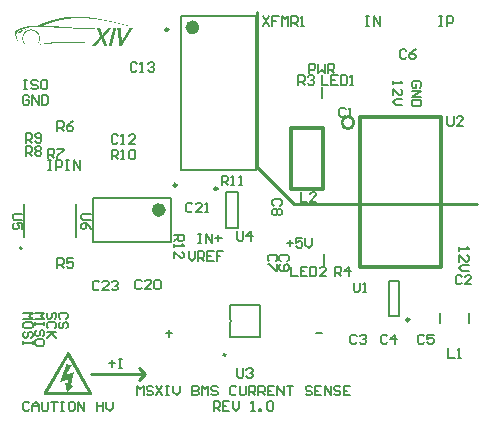
<source format=gto>
G04*
G04 #@! TF.GenerationSoftware,Altium Limited,Altium Designer,19.1.7 (138)*
G04*
G04 Layer_Color=65535*
%FSLAX25Y25*%
%MOIN*%
G70*
G01*
G75*
%ADD10C,0.00787*%
%ADD11C,0.02362*%
%ADD12C,0.00984*%
%ADD13C,0.01000*%
%ADD14C,0.00600*%
%ADD15C,0.01200*%
%ADD16C,0.00591*%
G36*
X22403Y133330D02*
X23081D01*
Y133316D01*
X23454D01*
Y133302D01*
X23759D01*
Y133288D01*
X24008D01*
Y133275D01*
X24243D01*
Y133261D01*
X24450D01*
Y133247D01*
X24644D01*
Y133233D01*
X24824D01*
Y133219D01*
X24990D01*
Y133205D01*
X25155D01*
Y133192D01*
X25308D01*
Y133178D01*
X25460D01*
Y133164D01*
X25598D01*
Y133150D01*
X25736D01*
Y133136D01*
X25875D01*
Y133123D01*
X25999D01*
Y133109D01*
X26124D01*
Y133095D01*
X26248D01*
Y133081D01*
X26373D01*
Y133067D01*
X26483D01*
Y133053D01*
X26608D01*
Y133039D01*
X26718D01*
Y133026D01*
X26829D01*
Y133012D01*
X26940D01*
Y132998D01*
X27050D01*
Y132984D01*
X27147D01*
Y132970D01*
X27258D01*
Y132957D01*
X27354D01*
Y132943D01*
X27451D01*
Y132929D01*
X27562D01*
Y132915D01*
X27659D01*
Y132901D01*
X27756D01*
Y132887D01*
X27852D01*
Y132873D01*
X27935D01*
Y132860D01*
X28032D01*
Y132846D01*
X28129D01*
Y132832D01*
X28212D01*
Y132818D01*
X28309D01*
Y132804D01*
X28392D01*
Y132791D01*
X28489D01*
Y132777D01*
X28572D01*
Y132763D01*
X28655D01*
Y132749D01*
X28738D01*
Y132735D01*
X28834D01*
Y132721D01*
X28917D01*
Y132708D01*
X29000D01*
Y132694D01*
X29083D01*
Y132680D01*
X29166D01*
Y132666D01*
X29235D01*
Y132652D01*
X29318D01*
Y132638D01*
X29401D01*
Y132625D01*
X29484D01*
Y132611D01*
X29567D01*
Y132597D01*
X29636D01*
Y132583D01*
X29719D01*
Y132569D01*
X29789D01*
Y132555D01*
X29872D01*
Y132542D01*
X29955D01*
Y132528D01*
X30024D01*
Y132514D01*
X30107D01*
Y132500D01*
X30176D01*
Y132486D01*
X30245D01*
Y132473D01*
X30328D01*
Y132459D01*
X30397D01*
Y132445D01*
X30466D01*
Y132431D01*
X30549D01*
Y132417D01*
X30618D01*
Y132403D01*
X30688D01*
Y132389D01*
X30757D01*
Y132376D01*
X30826D01*
Y132362D01*
X30909D01*
Y132348D01*
X30978D01*
Y132334D01*
X31047D01*
Y132320D01*
X31116D01*
Y132307D01*
X31185D01*
Y132293D01*
X31255D01*
Y132279D01*
X31324D01*
Y132265D01*
X31393D01*
Y132251D01*
X31462D01*
Y132237D01*
X31531D01*
Y132223D01*
X31600D01*
Y132210D01*
X31670D01*
Y132196D01*
X31725D01*
Y132182D01*
X31794D01*
Y132168D01*
X31863D01*
Y132154D01*
X31932D01*
Y132141D01*
X32002D01*
Y132127D01*
X32057D01*
Y132113D01*
X32126D01*
Y132099D01*
X32195D01*
Y132085D01*
X32264D01*
Y132071D01*
X32320D01*
Y132057D01*
X32389D01*
Y132044D01*
X32458D01*
Y132030D01*
X32513D01*
Y132016D01*
X32582D01*
Y132002D01*
X32651D01*
Y131988D01*
X32707D01*
Y131975D01*
X32776D01*
Y131961D01*
X32831D01*
Y131947D01*
X32900D01*
Y131933D01*
X32970D01*
Y131919D01*
X33025D01*
Y131905D01*
X33094D01*
Y131892D01*
X33149D01*
Y131878D01*
X33219D01*
Y131864D01*
X33274D01*
Y131850D01*
X33343D01*
Y131836D01*
X33398D01*
Y131822D01*
X33454D01*
Y131809D01*
X33523D01*
Y131795D01*
X33578D01*
Y131781D01*
X33647D01*
Y131767D01*
X33703D01*
Y131753D01*
X33772D01*
Y131739D01*
X33827D01*
Y131726D01*
X33882D01*
Y131712D01*
X33952D01*
Y131698D01*
X34007D01*
Y131684D01*
X34062D01*
Y131670D01*
X34131D01*
Y131657D01*
X34187D01*
Y131643D01*
X34242D01*
Y131629D01*
X34311D01*
Y131615D01*
X34366D01*
Y131601D01*
X34422D01*
Y131587D01*
X34477D01*
Y131573D01*
X34546D01*
Y131560D01*
X34602D01*
Y131546D01*
X34657D01*
Y131532D01*
X34712D01*
Y131518D01*
X34781D01*
Y131504D01*
X34837D01*
Y131491D01*
X34892D01*
Y131477D01*
X34947D01*
Y131463D01*
X35003D01*
Y131449D01*
X35058D01*
Y131435D01*
X35127D01*
Y131421D01*
X35182D01*
Y131407D01*
X35238D01*
Y131394D01*
X35293D01*
Y131380D01*
X35348D01*
Y131366D01*
X35404D01*
Y131352D01*
X35459D01*
Y131338D01*
X35528D01*
Y131325D01*
X35583D01*
Y131311D01*
X35639D01*
Y131297D01*
X35694D01*
Y131283D01*
X35750D01*
Y131269D01*
X35805D01*
Y131255D01*
X35860D01*
Y131242D01*
X35915D01*
Y131228D01*
X35971D01*
Y131214D01*
X36026D01*
Y131200D01*
X36081D01*
Y131186D01*
X36137D01*
Y131172D01*
X36192D01*
Y131159D01*
X36247D01*
Y131145D01*
X36303D01*
Y131131D01*
X36358D01*
Y131117D01*
X36413D01*
Y131103D01*
X36469D01*
Y131089D01*
X36524D01*
Y131076D01*
X36579D01*
Y131062D01*
X36635D01*
Y131048D01*
X36690D01*
Y131034D01*
X36745D01*
Y131020D01*
X36801D01*
Y131006D01*
X36856D01*
Y130993D01*
X36911D01*
Y130979D01*
X36967D01*
Y130965D01*
X37022D01*
Y130951D01*
X37077D01*
Y130937D01*
X37132D01*
Y130923D01*
X37188D01*
Y130910D01*
X37229D01*
Y130896D01*
X37285D01*
Y130882D01*
X37340D01*
Y130868D01*
X37395D01*
Y130854D01*
X37451D01*
Y130841D01*
X37506D01*
Y130827D01*
X37561D01*
Y130813D01*
X37617D01*
Y130799D01*
X37658D01*
Y130785D01*
X37713D01*
Y130771D01*
X37769D01*
Y130757D01*
X37824D01*
Y130744D01*
X37879D01*
Y130730D01*
X37935D01*
Y130716D01*
X37990D01*
Y130702D01*
X38032D01*
Y130688D01*
X38087D01*
Y130675D01*
X38142D01*
Y130661D01*
X38197D01*
Y130647D01*
X38253D01*
Y130633D01*
X38294D01*
Y130619D01*
X38350D01*
Y130605D01*
X38405D01*
Y130591D01*
X38460D01*
Y130578D01*
X38515D01*
Y130564D01*
X38557D01*
Y130550D01*
X38612D01*
Y130536D01*
X38668D01*
Y130522D01*
X38723D01*
Y130508D01*
X38778D01*
Y130495D01*
X38820D01*
Y130481D01*
X38875D01*
Y130467D01*
X38930D01*
Y130453D01*
X38986D01*
Y130439D01*
X39027D01*
Y130426D01*
X39083D01*
Y130412D01*
X39138D01*
Y130398D01*
X39193D01*
Y130384D01*
X39235D01*
Y130370D01*
X39290D01*
Y130356D01*
X39345D01*
Y130343D01*
X39387D01*
Y130329D01*
X39442D01*
Y130315D01*
X39498D01*
Y130301D01*
X39553D01*
Y130287D01*
X39594D01*
Y130273D01*
X39650D01*
Y130260D01*
X39705D01*
Y130246D01*
X39746D01*
Y130232D01*
X39802D01*
Y130218D01*
X39857D01*
Y130204D01*
X39912D01*
Y130191D01*
X39954D01*
Y130177D01*
X40009D01*
Y130163D01*
X40064D01*
Y130149D01*
X40106D01*
Y130135D01*
X40161D01*
Y130121D01*
X40217D01*
Y130107D01*
X40258D01*
Y130094D01*
X40314D01*
Y130080D01*
X40369D01*
Y130066D01*
X40410D01*
Y130052D01*
X40466D01*
Y130038D01*
X40507D01*
Y130025D01*
X40562D01*
Y130011D01*
X40618D01*
Y129997D01*
X40659D01*
Y129983D01*
X40715D01*
Y129969D01*
X40770D01*
Y129955D01*
X40811D01*
Y129941D01*
X40867D01*
Y129928D01*
X40922D01*
Y129914D01*
X40950D01*
Y129900D01*
Y129886D01*
X40936D01*
Y129872D01*
X40881D01*
Y129886D01*
X40825D01*
Y129900D01*
X40770D01*
Y129914D01*
X40701D01*
Y129928D01*
X40645D01*
Y129941D01*
X40590D01*
Y129955D01*
X40521D01*
Y129969D01*
X40466D01*
Y129983D01*
X40410D01*
Y129997D01*
X40341D01*
Y130011D01*
X40286D01*
Y130025D01*
X40231D01*
Y130038D01*
X40175D01*
Y130052D01*
X40106D01*
Y130066D01*
X40051D01*
Y130080D01*
X39995D01*
Y130094D01*
X39940D01*
Y130107D01*
X39885D01*
Y130121D01*
X39816D01*
Y130135D01*
X39760D01*
Y130149D01*
X39705D01*
Y130163D01*
X39650D01*
Y130177D01*
X39594D01*
Y130191D01*
X39539D01*
Y130204D01*
X39470D01*
Y130218D01*
X39415D01*
Y130232D01*
X39359D01*
Y130246D01*
X39304D01*
Y130260D01*
X39248D01*
Y130273D01*
X39193D01*
Y130287D01*
X39138D01*
Y130301D01*
X39083D01*
Y130315D01*
X39013D01*
Y130329D01*
X38958D01*
Y130343D01*
X38903D01*
Y130356D01*
X38848D01*
Y130370D01*
X38792D01*
Y130384D01*
X38737D01*
Y130398D01*
X38682D01*
Y130412D01*
X38626D01*
Y130426D01*
X38571D01*
Y130439D01*
X38502D01*
Y130453D01*
X38446D01*
Y130467D01*
X38391D01*
Y130481D01*
X38336D01*
Y130495D01*
X38280D01*
Y130508D01*
X38225D01*
Y130522D01*
X38170D01*
Y130536D01*
X38115D01*
Y130550D01*
X38059D01*
Y130564D01*
X38004D01*
Y130578D01*
X37949D01*
Y130591D01*
X37879D01*
Y130605D01*
X37824D01*
Y130619D01*
X37769D01*
Y130633D01*
X37713D01*
Y130647D01*
X37658D01*
Y130661D01*
X37603D01*
Y130675D01*
X37547D01*
Y130688D01*
X37492D01*
Y130702D01*
X37437D01*
Y130716D01*
X37381D01*
Y130730D01*
X37312D01*
Y130744D01*
X37257D01*
Y130757D01*
X37202D01*
Y130771D01*
X37146D01*
Y130785D01*
X37091D01*
Y130799D01*
X37036D01*
Y130813D01*
X36980D01*
Y130827D01*
X36911D01*
Y130841D01*
X36856D01*
Y130854D01*
X36801D01*
Y130868D01*
X36745D01*
Y130882D01*
X36690D01*
Y130896D01*
X36635D01*
Y130910D01*
X36579D01*
Y130923D01*
X36510D01*
Y130937D01*
X36455D01*
Y130951D01*
X36399D01*
Y130965D01*
X36344D01*
Y130979D01*
X36289D01*
Y130993D01*
X36220D01*
Y131006D01*
X36164D01*
Y131020D01*
X36109D01*
Y131034D01*
X36054D01*
Y131048D01*
X35998D01*
Y131062D01*
X35929D01*
Y131076D01*
X35874D01*
Y131089D01*
X35819D01*
Y131103D01*
X35763D01*
Y131117D01*
X35694D01*
Y131131D01*
X35639D01*
Y131145D01*
X35583D01*
Y131159D01*
X35514D01*
Y131172D01*
X35459D01*
Y131186D01*
X35404D01*
Y131200D01*
X35348D01*
Y131214D01*
X35279D01*
Y131228D01*
X35224D01*
Y131242D01*
X35155D01*
Y131255D01*
X35099D01*
Y131269D01*
X35044D01*
Y131283D01*
X34975D01*
Y131297D01*
X34920D01*
Y131311D01*
X34864D01*
Y131325D01*
X34795D01*
Y131338D01*
X34740D01*
Y131352D01*
X34671D01*
Y131366D01*
X34615D01*
Y131380D01*
X34546D01*
Y131394D01*
X34491D01*
Y131407D01*
X34422D01*
Y131421D01*
X34366D01*
Y131435D01*
X34297D01*
Y131449D01*
X34242D01*
Y131463D01*
X34173D01*
Y131477D01*
X34117D01*
Y131491D01*
X34048D01*
Y131504D01*
X33993D01*
Y131518D01*
X33924D01*
Y131532D01*
X33855D01*
Y131546D01*
X33799D01*
Y131560D01*
X33730D01*
Y131573D01*
X33675D01*
Y131587D01*
X33606D01*
Y131601D01*
X33537D01*
Y131615D01*
X33468D01*
Y131629D01*
X33412D01*
Y131643D01*
X33343D01*
Y131657D01*
X33274D01*
Y131670D01*
X33205D01*
Y131684D01*
X33149D01*
Y131698D01*
X33080D01*
Y131712D01*
X33011D01*
Y131726D01*
X32942D01*
Y131739D01*
X32873D01*
Y131753D01*
X32804D01*
Y131767D01*
X32735D01*
Y131781D01*
X32665D01*
Y131795D01*
X32596D01*
Y131809D01*
X32527D01*
Y131822D01*
X32458D01*
Y131836D01*
X32389D01*
Y131850D01*
X32320D01*
Y131864D01*
X32250D01*
Y131878D01*
X32181D01*
Y131892D01*
X32112D01*
Y131905D01*
X32043D01*
Y131919D01*
X31960D01*
Y131933D01*
X31891D01*
Y131947D01*
X31822D01*
Y131961D01*
X31752D01*
Y131975D01*
X31670D01*
Y131988D01*
X31600D01*
Y132002D01*
X31517D01*
Y132016D01*
X31448D01*
Y132030D01*
X31379D01*
Y132044D01*
X31296D01*
Y132057D01*
X31213D01*
Y132071D01*
X31144D01*
Y132085D01*
X31061D01*
Y132099D01*
X30992D01*
Y132113D01*
X30909D01*
Y132127D01*
X30826D01*
Y132141D01*
X30743D01*
Y132154D01*
X30660D01*
Y132168D01*
X30591D01*
Y132182D01*
X30508D01*
Y132196D01*
X30425D01*
Y132210D01*
X30342D01*
Y132223D01*
X30245D01*
Y132237D01*
X30162D01*
Y132251D01*
X30079D01*
Y132265D01*
X29996D01*
Y132279D01*
X29899D01*
Y132293D01*
X29816D01*
Y132307D01*
X29719D01*
Y132320D01*
X29636D01*
Y132334D01*
X29540D01*
Y132348D01*
X29457D01*
Y132362D01*
X29360D01*
Y132376D01*
X29263D01*
Y132389D01*
X29166D01*
Y132403D01*
X29070D01*
Y132417D01*
X28973D01*
Y132431D01*
X28876D01*
Y132445D01*
X28765D01*
Y132459D01*
X28668D01*
Y132473D01*
X28558D01*
Y132486D01*
X28447D01*
Y132500D01*
X28350D01*
Y132514D01*
X28240D01*
Y132528D01*
X28115D01*
Y132542D01*
X28005D01*
Y132555D01*
X27894D01*
Y132569D01*
X27769D01*
Y132583D01*
X27645D01*
Y132597D01*
X27520D01*
Y132611D01*
X27396D01*
Y132625D01*
X27258D01*
Y132638D01*
X27119D01*
Y132652D01*
X26981D01*
Y132666D01*
X26843D01*
Y132680D01*
X26691D01*
Y132694D01*
X26525D01*
Y132708D01*
X26359D01*
Y132721D01*
X26193D01*
Y132735D01*
X26013D01*
Y132749D01*
X25819D01*
Y132763D01*
X25612D01*
Y132777D01*
X25391D01*
Y132791D01*
X25142D01*
Y132804D01*
X24851D01*
Y132818D01*
X24519D01*
Y132832D01*
X24063D01*
Y132846D01*
X22306D01*
Y132832D01*
X21864D01*
Y132818D01*
X21546D01*
Y132804D01*
X21283D01*
Y132791D01*
X21048D01*
Y132777D01*
X20840D01*
Y132763D01*
X20661D01*
Y132749D01*
X20481D01*
Y132735D01*
X20315D01*
Y132721D01*
X20163D01*
Y132708D01*
X20011D01*
Y132694D01*
X19872D01*
Y132680D01*
X19748D01*
Y132666D01*
X19610D01*
Y132652D01*
X19499D01*
Y132638D01*
X19374D01*
Y132625D01*
X19264D01*
Y132611D01*
X19153D01*
Y132597D01*
X19042D01*
Y132583D01*
X18932D01*
Y132569D01*
X18835D01*
Y132555D01*
X18738D01*
Y132542D01*
X18641D01*
Y132528D01*
X18545D01*
Y132514D01*
X18448D01*
Y132500D01*
X18365D01*
Y132486D01*
X18282D01*
Y132473D01*
X18185D01*
Y132459D01*
X18102D01*
Y132445D01*
X18019D01*
Y132431D01*
X17936D01*
Y132417D01*
X17853D01*
Y132403D01*
X17784D01*
Y132389D01*
X17701D01*
Y132376D01*
X17618D01*
Y132362D01*
X17549D01*
Y132348D01*
X17480D01*
Y132334D01*
X17397D01*
Y132320D01*
X17327D01*
Y132307D01*
X17258D01*
Y132293D01*
X17189D01*
Y132279D01*
X17120D01*
Y132265D01*
X17051D01*
Y132251D01*
X16982D01*
Y132237D01*
X16913D01*
Y132223D01*
X16857D01*
Y132210D01*
X16788D01*
Y132196D01*
X16719D01*
Y132182D01*
X16664D01*
Y132168D01*
X16594D01*
Y132154D01*
X16539D01*
Y132141D01*
X16470D01*
Y132127D01*
X16415D01*
Y132113D01*
X16359D01*
Y132099D01*
X16290D01*
Y132085D01*
X16235D01*
Y132071D01*
X16180D01*
Y132057D01*
X16124D01*
Y132044D01*
X16069D01*
Y132030D01*
X16000D01*
Y132016D01*
X15945D01*
Y132002D01*
X15889D01*
Y131988D01*
X15834D01*
Y131975D01*
X15792D01*
Y131961D01*
X15737D01*
Y131947D01*
X15682D01*
Y131933D01*
X15626D01*
Y131919D01*
X15571D01*
Y131905D01*
X15516D01*
Y131892D01*
X15474D01*
Y131878D01*
X15419D01*
Y131864D01*
X15364D01*
Y131850D01*
X15322D01*
Y131836D01*
X15267D01*
Y131822D01*
X15212D01*
Y131809D01*
X15170D01*
Y131795D01*
X15115D01*
Y131781D01*
X15073D01*
Y131767D01*
X15018D01*
Y131753D01*
X14976D01*
Y131739D01*
X14921D01*
Y131726D01*
X14880D01*
Y131712D01*
X14838D01*
Y131698D01*
X14783D01*
Y131684D01*
X14741D01*
Y131670D01*
X14700D01*
Y131657D01*
X14644D01*
Y131643D01*
X14603D01*
Y131629D01*
X14561D01*
Y131615D01*
X14506D01*
Y131601D01*
X14465D01*
Y131587D01*
X14423D01*
Y131573D01*
X14382D01*
Y131560D01*
X14340D01*
Y131546D01*
X14299D01*
Y131532D01*
X14243D01*
Y131518D01*
X14202D01*
Y131504D01*
X14160D01*
Y131491D01*
X14119D01*
Y131477D01*
X14077D01*
Y131463D01*
X14036D01*
Y131449D01*
X13994D01*
Y131435D01*
X13953D01*
Y131421D01*
X13911D01*
Y131407D01*
X13870D01*
Y131394D01*
X13828D01*
Y131380D01*
X13787D01*
Y131366D01*
X13746D01*
Y131352D01*
X13718D01*
Y131338D01*
X13676D01*
Y131325D01*
X13635D01*
Y131311D01*
X13593D01*
Y131297D01*
X13552D01*
Y131283D01*
X13510D01*
Y131269D01*
X13483D01*
Y131255D01*
X13441D01*
Y131242D01*
X13400D01*
Y131228D01*
X13358D01*
Y131214D01*
X13317D01*
Y131200D01*
X13289D01*
Y131186D01*
X13248D01*
Y131172D01*
X13206D01*
Y131159D01*
X13178D01*
Y131145D01*
X13137D01*
Y131131D01*
X13095D01*
Y131117D01*
X13068D01*
Y131103D01*
X13026D01*
Y131089D01*
X12985D01*
Y131076D01*
X12957D01*
Y131062D01*
X12916D01*
Y131048D01*
X12874D01*
Y131034D01*
X12846D01*
Y131020D01*
X12805D01*
Y131006D01*
X12777D01*
Y130993D01*
X12736D01*
Y130979D01*
X12708D01*
Y130965D01*
X12667D01*
Y130951D01*
X12639D01*
Y130937D01*
X12597D01*
Y130923D01*
X12570D01*
Y130910D01*
X12528D01*
Y130896D01*
X12501D01*
Y130882D01*
X12459D01*
Y130868D01*
X12432D01*
Y130854D01*
X12390D01*
Y130841D01*
X12362D01*
Y130827D01*
X12321D01*
Y130813D01*
X12293D01*
Y130799D01*
X12266D01*
Y130785D01*
X12224D01*
Y130771D01*
X12196D01*
Y130757D01*
X12169D01*
Y130744D01*
X12127D01*
Y130730D01*
X12100D01*
Y130716D01*
X12058D01*
Y130702D01*
X12031D01*
Y130688D01*
X12003D01*
Y130675D01*
X11961D01*
Y130661D01*
X11934D01*
Y130647D01*
X11906D01*
Y130633D01*
X11878D01*
Y130619D01*
X11837D01*
Y130605D01*
X11809D01*
Y130591D01*
X11782D01*
Y130578D01*
X11740D01*
Y130564D01*
X11712D01*
Y130550D01*
X11685D01*
Y130536D01*
X11657D01*
Y130522D01*
X11616D01*
Y130508D01*
X11588D01*
Y130495D01*
X11560D01*
Y130481D01*
X11533D01*
Y130467D01*
X11505D01*
Y130453D01*
X11463D01*
Y130439D01*
X11436D01*
Y130426D01*
X11408D01*
Y130412D01*
X11381D01*
Y130398D01*
X11353D01*
Y130384D01*
X11339D01*
Y130370D01*
X11685D01*
Y130356D01*
X12044D01*
Y130343D01*
X12349D01*
Y130329D01*
X12611D01*
Y130315D01*
X12874D01*
Y130301D01*
X13109D01*
Y130287D01*
X13344D01*
Y130273D01*
X13552D01*
Y130260D01*
X13773D01*
Y130246D01*
X13981D01*
Y130232D01*
X14174D01*
Y130218D01*
X14368D01*
Y130204D01*
X14561D01*
Y130191D01*
X14755D01*
Y130177D01*
X14949D01*
Y130163D01*
X15128D01*
Y130149D01*
X15308D01*
Y130135D01*
X15502D01*
Y130121D01*
X15682D01*
Y130107D01*
X15861D01*
Y130094D01*
X16027D01*
Y130080D01*
X16207D01*
Y130066D01*
X16387D01*
Y130052D01*
X16567D01*
Y130038D01*
X16747D01*
Y130025D01*
X16913D01*
Y130011D01*
X17092D01*
Y129997D01*
X17272D01*
Y129983D01*
X17438D01*
Y129969D01*
X17618D01*
Y129955D01*
X17798D01*
Y129941D01*
X17964D01*
Y129928D01*
X18144D01*
Y129914D01*
X18323D01*
Y129900D01*
X18503D01*
Y129886D01*
X18683D01*
Y129872D01*
X18863D01*
Y129859D01*
X19042D01*
Y129845D01*
X19222D01*
Y129831D01*
X19416D01*
Y129817D01*
X19596D01*
Y129803D01*
X19789D01*
Y129789D01*
X19969D01*
Y129776D01*
X20163D01*
Y129762D01*
X20356D01*
Y129748D01*
X20550D01*
Y129734D01*
X20744D01*
Y129720D01*
X20951D01*
Y129706D01*
X21145D01*
Y129693D01*
X21352D01*
Y129679D01*
X21560D01*
Y129665D01*
X21781D01*
Y129651D01*
X21988D01*
Y129637D01*
X22210D01*
Y129623D01*
X22445D01*
Y129610D01*
X22666D01*
Y129596D01*
X22901D01*
Y129582D01*
X23150D01*
Y129568D01*
X23399D01*
Y129554D01*
X23662D01*
Y129540D01*
X23925D01*
Y129527D01*
X24201D01*
Y129513D01*
X24492D01*
Y129499D01*
X24810D01*
Y129485D01*
X25128D01*
Y129471D01*
X25474D01*
Y129457D01*
X25847D01*
Y129444D01*
X26276D01*
Y129430D01*
X26746D01*
Y129416D01*
X27327D01*
Y129402D01*
X28129D01*
Y129388D01*
X28419D01*
Y129375D01*
Y129361D01*
Y129347D01*
X28281D01*
Y129333D01*
X27825D01*
Y129319D01*
X27258D01*
Y129305D01*
X26331D01*
Y129291D01*
X24575D01*
Y129305D01*
X23579D01*
Y129319D01*
X22943D01*
Y129333D01*
X22417D01*
Y129347D01*
X21961D01*
Y129361D01*
X21546D01*
Y129375D01*
X21172D01*
Y129388D01*
X20813D01*
Y129402D01*
X20481D01*
Y129416D01*
X20163D01*
Y129430D01*
X19845D01*
Y129444D01*
X19554D01*
Y129457D01*
X19264D01*
Y129471D01*
X18987D01*
Y129485D01*
X18711D01*
Y129499D01*
X18448D01*
Y129513D01*
X18185D01*
Y129527D01*
X17936D01*
Y129540D01*
X17687D01*
Y129554D01*
X17438D01*
Y129568D01*
X17189D01*
Y129582D01*
X16940D01*
Y129596D01*
X16705D01*
Y129610D01*
X16456D01*
Y129623D01*
X16221D01*
Y129637D01*
X15986D01*
Y129651D01*
X15751D01*
Y129665D01*
X15516D01*
Y129679D01*
X15267D01*
Y129693D01*
X15032D01*
Y129706D01*
X14797D01*
Y129720D01*
X14548D01*
Y129734D01*
X14312D01*
Y129748D01*
X14064D01*
Y129762D01*
X13815D01*
Y129776D01*
X13566D01*
Y129789D01*
X13303D01*
Y129803D01*
X13026D01*
Y129817D01*
X12750D01*
Y129831D01*
X12473D01*
Y129845D01*
X12169D01*
Y129859D01*
X11837D01*
Y129872D01*
X11491D01*
Y129886D01*
X11090D01*
Y129900D01*
X10606D01*
Y129914D01*
X9707D01*
Y129928D01*
X9251D01*
Y129914D01*
X8490D01*
Y129900D01*
X8130D01*
Y129886D01*
X7854D01*
Y129872D01*
X7632D01*
Y129859D01*
X7439D01*
Y129845D01*
X7273D01*
Y129831D01*
X7121D01*
Y129817D01*
X6983D01*
Y129803D01*
X6858D01*
Y129789D01*
X6747D01*
Y129776D01*
X6637D01*
Y129762D01*
X6526D01*
Y129748D01*
X6429D01*
Y129734D01*
X6332D01*
Y129720D01*
X6250D01*
Y129706D01*
X6166D01*
Y129693D01*
X6084D01*
Y129679D01*
X6001D01*
Y129665D01*
X5931D01*
Y129651D01*
X5862D01*
Y129637D01*
X5779D01*
Y129623D01*
X5724D01*
Y129610D01*
X5655D01*
Y129596D01*
X5586D01*
Y129582D01*
X5530D01*
Y129568D01*
X5461D01*
Y129554D01*
X5406D01*
Y129540D01*
X5350D01*
Y129527D01*
X5295D01*
Y129513D01*
X5240D01*
Y129499D01*
X5184D01*
Y129485D01*
X5129D01*
Y129471D01*
X5074D01*
Y129457D01*
X5032D01*
Y129444D01*
X4977D01*
Y129430D01*
X4922D01*
Y129416D01*
X4880D01*
Y129402D01*
X4825D01*
Y129388D01*
X4783D01*
Y129375D01*
X4742D01*
Y129361D01*
X4687D01*
Y129347D01*
X4645D01*
Y129333D01*
X4604D01*
Y129319D01*
X4562D01*
Y129305D01*
X4521D01*
Y129291D01*
X4479D01*
Y129278D01*
X4438D01*
Y129264D01*
X4396D01*
Y129250D01*
X4355D01*
Y129236D01*
X4313D01*
Y129222D01*
X4272D01*
Y129209D01*
X4230D01*
Y129195D01*
X4189D01*
Y129181D01*
X4147D01*
Y129167D01*
X4106D01*
Y129153D01*
X4064D01*
Y129139D01*
X4037D01*
Y129125D01*
X3995D01*
Y129112D01*
X3954D01*
Y129098D01*
X3926D01*
Y129084D01*
X3884D01*
Y129070D01*
X3843D01*
Y129056D01*
X3802D01*
Y129042D01*
X3774D01*
Y129029D01*
X3732D01*
Y129015D01*
X3705D01*
Y129001D01*
X3663D01*
Y128987D01*
X3622D01*
Y128973D01*
X3594D01*
Y128960D01*
X3553D01*
Y128946D01*
X3525D01*
Y128932D01*
X3497D01*
Y128918D01*
X3456D01*
Y128904D01*
X3428D01*
Y128890D01*
X3387D01*
Y128877D01*
X3359D01*
Y128863D01*
X3331D01*
Y128849D01*
X3304D01*
Y128835D01*
X3262D01*
Y128821D01*
X3234D01*
Y128807D01*
X3207D01*
Y128794D01*
X3179D01*
Y128780D01*
X3151D01*
Y128766D01*
X3124D01*
Y128752D01*
X3096D01*
Y128738D01*
X3069D01*
Y128724D01*
X3041D01*
Y128711D01*
X3013D01*
Y128697D01*
X2985D01*
Y128683D01*
X2958D01*
Y128669D01*
X2930D01*
Y128655D01*
X2916D01*
Y128641D01*
X2889D01*
Y128628D01*
X2861D01*
Y128614D01*
X2847D01*
Y128600D01*
X2819D01*
Y128586D01*
X2792D01*
Y128572D01*
X2778D01*
Y128559D01*
X2750D01*
Y128545D01*
X2737D01*
Y128531D01*
X2709D01*
Y128517D01*
X2695D01*
Y128503D01*
X2681D01*
Y128489D01*
X2654D01*
Y128475D01*
X2640D01*
Y128462D01*
X2626D01*
Y128448D01*
X2598D01*
Y128434D01*
X2584D01*
Y128420D01*
X2571D01*
Y128406D01*
X2557D01*
Y128393D01*
X2543D01*
Y128379D01*
X2529D01*
Y128365D01*
X2515D01*
Y128351D01*
X2501D01*
Y128337D01*
X2488D01*
Y128323D01*
X2474D01*
Y128310D01*
X2460D01*
Y128296D01*
X2446D01*
Y128282D01*
X2432D01*
Y128268D01*
X2418D01*
Y128254D01*
X2405D01*
Y128240D01*
X2391D01*
Y128227D01*
X2377D01*
Y128213D01*
X2363D01*
Y128199D01*
Y128185D01*
X2349D01*
Y128171D01*
X2335D01*
Y128157D01*
X2322D01*
Y128144D01*
Y128130D01*
X2308D01*
Y128116D01*
X2294D01*
Y128102D01*
Y128088D01*
X2280D01*
Y128074D01*
X2266D01*
Y128061D01*
Y128047D01*
X2252D01*
Y128033D01*
Y128019D01*
X2239D01*
Y128005D01*
Y127991D01*
X2225D01*
Y127978D01*
Y127964D01*
X2211D01*
Y127950D01*
Y127936D01*
X2197D01*
Y127922D01*
Y127909D01*
X2183D01*
Y127895D01*
Y127881D01*
Y127867D01*
X2169D01*
Y127853D01*
Y127839D01*
Y127825D01*
X2156D01*
Y127812D01*
Y127798D01*
Y127784D01*
X2142D01*
Y127770D01*
Y127756D01*
Y127743D01*
X2128D01*
Y127729D01*
Y127715D01*
Y127701D01*
Y127687D01*
X2114D01*
Y127673D01*
Y127659D01*
Y127646D01*
Y127632D01*
Y127618D01*
X2100D01*
Y127604D01*
Y127590D01*
Y127576D01*
Y127563D01*
Y127549D01*
Y127535D01*
Y127521D01*
X2087D01*
Y127507D01*
Y127494D01*
Y127480D01*
Y127466D01*
Y127452D01*
Y127438D01*
Y127424D01*
Y127410D01*
Y127397D01*
Y127383D01*
Y127369D01*
X2073D01*
Y127355D01*
Y127341D01*
Y127328D01*
Y127314D01*
Y127300D01*
Y127286D01*
Y127272D01*
Y127258D01*
Y127245D01*
Y127231D01*
Y127217D01*
Y127203D01*
Y127189D01*
Y127175D01*
Y127162D01*
Y127148D01*
X2087D01*
Y127134D01*
Y127120D01*
Y127106D01*
Y127093D01*
Y127079D01*
Y127065D01*
Y127051D01*
Y127037D01*
Y127023D01*
Y127009D01*
Y126996D01*
Y126982D01*
Y126968D01*
Y126954D01*
X2100D01*
Y126940D01*
Y126927D01*
Y126913D01*
Y126899D01*
Y126885D01*
Y126871D01*
Y126857D01*
Y126844D01*
X2114D01*
Y126830D01*
Y126816D01*
Y126802D01*
Y126788D01*
Y126774D01*
Y126760D01*
Y126747D01*
X2128D01*
Y126733D01*
Y126719D01*
Y126705D01*
Y126691D01*
Y126678D01*
Y126664D01*
X2142D01*
Y126650D01*
Y126636D01*
Y126622D01*
Y126608D01*
Y126595D01*
X2156D01*
Y126581D01*
Y126567D01*
Y126553D01*
Y126539D01*
Y126525D01*
Y126512D01*
X2169D01*
Y126498D01*
Y126484D01*
Y126470D01*
Y126456D01*
X2183D01*
Y126442D01*
Y126429D01*
Y126415D01*
Y126401D01*
Y126387D01*
X2197D01*
Y126373D01*
Y126359D01*
Y126346D01*
Y126332D01*
X2211D01*
Y126318D01*
Y126304D01*
Y126290D01*
Y126277D01*
X2225D01*
Y126263D01*
Y126249D01*
Y126235D01*
Y126221D01*
X2239D01*
Y126207D01*
Y126193D01*
Y126180D01*
Y126166D01*
X2252D01*
Y126152D01*
Y126138D01*
Y126124D01*
Y126110D01*
X2266D01*
Y126097D01*
Y126083D01*
Y126069D01*
X2280D01*
Y126055D01*
Y126041D01*
Y126028D01*
Y126014D01*
X2294D01*
Y126000D01*
Y125986D01*
Y125972D01*
Y125958D01*
X2308D01*
Y125945D01*
Y125931D01*
Y125917D01*
X2322D01*
Y125903D01*
Y125889D01*
Y125875D01*
X2335D01*
Y125862D01*
Y125848D01*
Y125834D01*
Y125820D01*
X2349D01*
Y125806D01*
Y125792D01*
Y125779D01*
X2363D01*
Y125765D01*
Y125751D01*
Y125737D01*
X2377D01*
Y125723D01*
Y125709D01*
Y125696D01*
X2391D01*
Y125682D01*
Y125668D01*
Y125654D01*
Y125640D01*
X2405D01*
Y125626D01*
Y125613D01*
Y125599D01*
X2418D01*
Y125585D01*
Y125571D01*
Y125557D01*
X2432D01*
Y125543D01*
Y125530D01*
Y125516D01*
X2446D01*
Y125502D01*
Y125488D01*
Y125474D01*
X2460D01*
Y125461D01*
Y125447D01*
Y125433D01*
X2474D01*
Y125419D01*
Y125405D01*
Y125391D01*
X2488D01*
Y125378D01*
Y125364D01*
Y125350D01*
X2501D01*
Y125336D01*
Y125322D01*
Y125308D01*
X2515D01*
Y125294D01*
Y125281D01*
X2529D01*
Y125267D01*
Y125253D01*
Y125239D01*
X2543D01*
Y125225D01*
Y125212D01*
Y125198D01*
X2557D01*
Y125184D01*
Y125170D01*
Y125156D01*
X2571D01*
Y125142D01*
Y125129D01*
Y125115D01*
X2584D01*
Y125101D01*
Y125087D01*
X2598D01*
Y125073D01*
Y125059D01*
Y125046D01*
X2612D01*
Y125032D01*
Y125018D01*
Y125004D01*
X2626D01*
Y124990D01*
Y124976D01*
Y124963D01*
X2640D01*
Y124949D01*
Y124935D01*
X2654D01*
Y124921D01*
Y124907D01*
Y124893D01*
X2667D01*
Y124880D01*
Y124866D01*
Y124852D01*
X2681D01*
Y124838D01*
Y124824D01*
X2695D01*
Y124811D01*
Y124797D01*
Y124783D01*
X2709D01*
Y124769D01*
Y124755D01*
Y124741D01*
X2723D01*
Y124727D01*
Y124714D01*
X2737D01*
Y124700D01*
Y124686D01*
Y124672D01*
X2750D01*
Y124658D01*
Y124644D01*
X2764D01*
Y124631D01*
Y124617D01*
Y124603D01*
X2778D01*
Y124589D01*
Y124575D01*
Y124562D01*
X2792D01*
Y124548D01*
Y124534D01*
X2806D01*
Y124520D01*
Y124506D01*
Y124492D01*
X2819D01*
Y124478D01*
Y124465D01*
X2833D01*
Y124451D01*
Y124437D01*
Y124423D01*
X2847D01*
Y124409D01*
Y124396D01*
X2861D01*
Y124382D01*
Y124368D01*
Y124354D01*
X2875D01*
Y124340D01*
Y124326D01*
X2889D01*
Y124313D01*
Y124299D01*
Y124285D01*
X2902D01*
Y124271D01*
Y124257D01*
X2916D01*
Y124243D01*
Y124230D01*
Y124216D01*
X2930D01*
Y124202D01*
Y124188D01*
X2944D01*
Y124174D01*
Y124160D01*
Y124147D01*
X2902D01*
Y124160D01*
X2889D01*
Y124174D01*
Y124188D01*
X2875D01*
Y124202D01*
Y124216D01*
X2861D01*
Y124230D01*
Y124243D01*
X2847D01*
Y124257D01*
Y124271D01*
Y124285D01*
X2833D01*
Y124299D01*
Y124313D01*
X2819D01*
Y124326D01*
Y124340D01*
X2806D01*
Y124354D01*
Y124368D01*
X2792D01*
Y124382D01*
Y124396D01*
X2778D01*
Y124409D01*
Y124423D01*
X2764D01*
Y124437D01*
Y124451D01*
X2750D01*
Y124465D01*
Y124478D01*
X2737D01*
Y124492D01*
Y124506D01*
Y124520D01*
X2723D01*
Y124534D01*
Y124548D01*
X2709D01*
Y124562D01*
Y124575D01*
X2695D01*
Y124589D01*
Y124603D01*
X2681D01*
Y124617D01*
Y124631D01*
X2667D01*
Y124644D01*
Y124658D01*
X2654D01*
Y124672D01*
Y124686D01*
X2640D01*
Y124700D01*
Y124714D01*
Y124727D01*
X2626D01*
Y124741D01*
Y124755D01*
X2612D01*
Y124769D01*
Y124783D01*
X2598D01*
Y124797D01*
Y124811D01*
X2584D01*
Y124824D01*
Y124838D01*
X2571D01*
Y124852D01*
Y124866D01*
X2557D01*
Y124880D01*
Y124893D01*
Y124907D01*
X2543D01*
Y124921D01*
Y124935D01*
X2529D01*
Y124949D01*
Y124963D01*
X2515D01*
Y124976D01*
Y124990D01*
X2501D01*
Y125004D01*
Y125018D01*
X2488D01*
Y125032D01*
Y125046D01*
X2474D01*
Y125059D01*
Y125073D01*
Y125087D01*
X2460D01*
Y125101D01*
Y125115D01*
X2446D01*
Y125129D01*
Y125142D01*
X2432D01*
Y125156D01*
Y125170D01*
X2418D01*
Y125184D01*
Y125198D01*
X2405D01*
Y125212D01*
Y125225D01*
Y125239D01*
X2391D01*
Y125253D01*
Y125267D01*
X2377D01*
Y125281D01*
Y125294D01*
X2363D01*
Y125308D01*
Y125322D01*
X2349D01*
Y125336D01*
Y125350D01*
Y125364D01*
X2335D01*
Y125378D01*
Y125391D01*
X2322D01*
Y125405D01*
Y125419D01*
X2308D01*
Y125433D01*
Y125447D01*
X2294D01*
Y125461D01*
Y125474D01*
Y125488D01*
X2280D01*
Y125502D01*
Y125516D01*
X2266D01*
Y125530D01*
Y125543D01*
X2252D01*
Y125557D01*
Y125571D01*
X2239D01*
Y125585D01*
Y125599D01*
Y125613D01*
X2225D01*
Y125626D01*
Y125640D01*
X2211D01*
Y125654D01*
Y125668D01*
X2197D01*
Y125682D01*
Y125696D01*
Y125709D01*
X2183D01*
Y125723D01*
Y125737D01*
X2169D01*
Y125751D01*
Y125765D01*
X2156D01*
Y125779D01*
Y125792D01*
Y125806D01*
X2142D01*
Y125820D01*
Y125834D01*
X2128D01*
Y125848D01*
Y125862D01*
X2114D01*
Y125875D01*
Y125889D01*
Y125903D01*
X2100D01*
Y125917D01*
Y125931D01*
X2087D01*
Y125945D01*
Y125958D01*
X2073D01*
Y125972D01*
Y125986D01*
Y126000D01*
X2059D01*
Y126014D01*
Y126028D01*
X2045D01*
Y126041D01*
Y126055D01*
Y126069D01*
X2031D01*
Y126083D01*
Y126097D01*
X2017D01*
Y126110D01*
Y126124D01*
Y126138D01*
X2004D01*
Y126152D01*
Y126166D01*
X1990D01*
Y126180D01*
Y126193D01*
Y126207D01*
X1976D01*
Y126221D01*
Y126235D01*
X1962D01*
Y126249D01*
Y126263D01*
Y126277D01*
X1948D01*
Y126290D01*
Y126304D01*
X1934D01*
Y126318D01*
Y126332D01*
Y126346D01*
X1921D01*
Y126359D01*
Y126373D01*
Y126387D01*
X1907D01*
Y126401D01*
Y126415D01*
X1893D01*
Y126429D01*
Y126442D01*
Y126456D01*
X1879D01*
Y126470D01*
Y126484D01*
Y126498D01*
X1865D01*
Y126512D01*
Y126525D01*
Y126539D01*
X1851D01*
Y126553D01*
Y126567D01*
X1838D01*
Y126581D01*
Y126595D01*
Y126608D01*
X1824D01*
Y126622D01*
Y126636D01*
Y126650D01*
X1810D01*
Y126664D01*
Y126678D01*
Y126691D01*
X1796D01*
Y126705D01*
Y126719D01*
Y126733D01*
X1782D01*
Y126747D01*
Y126760D01*
Y126774D01*
X1768D01*
Y126788D01*
Y126802D01*
Y126816D01*
X1755D01*
Y126830D01*
Y126844D01*
Y126857D01*
X1741D01*
Y126871D01*
Y126885D01*
Y126899D01*
Y126913D01*
X1727D01*
Y126927D01*
Y126940D01*
Y126954D01*
X1713D01*
Y126968D01*
Y126982D01*
Y126996D01*
X1699D01*
Y127009D01*
Y127023D01*
Y127037D01*
Y127051D01*
X1685D01*
Y127065D01*
Y127079D01*
Y127093D01*
Y127106D01*
X1672D01*
Y127120D01*
Y127134D01*
Y127148D01*
Y127162D01*
X1658D01*
Y127175D01*
Y127189D01*
Y127203D01*
Y127217D01*
X1644D01*
Y127231D01*
Y127245D01*
Y127258D01*
Y127272D01*
X1630D01*
Y127286D01*
Y127300D01*
Y127314D01*
Y127328D01*
Y127341D01*
X1616D01*
Y127355D01*
Y127369D01*
Y127383D01*
Y127397D01*
Y127410D01*
Y127424D01*
X1602D01*
Y127438D01*
Y127452D01*
Y127466D01*
Y127480D01*
Y127494D01*
Y127507D01*
Y127521D01*
X1589D01*
Y127535D01*
Y127549D01*
Y127563D01*
Y127576D01*
Y127590D01*
Y127604D01*
Y127618D01*
Y127632D01*
Y127646D01*
X1575D01*
Y127659D01*
Y127673D01*
Y127687D01*
Y127701D01*
Y127715D01*
Y127729D01*
Y127743D01*
Y127756D01*
Y127770D01*
Y127784D01*
Y127798D01*
Y127812D01*
Y127825D01*
Y127839D01*
Y127853D01*
Y127867D01*
Y127881D01*
Y127895D01*
Y127909D01*
Y127922D01*
Y127936D01*
Y127950D01*
X1589D01*
Y127964D01*
Y127978D01*
Y127991D01*
Y128005D01*
Y128019D01*
Y128033D01*
Y128047D01*
Y128061D01*
X1602D01*
Y128074D01*
Y128088D01*
Y128102D01*
Y128116D01*
Y128130D01*
X1616D01*
Y128144D01*
Y128157D01*
Y128171D01*
X1630D01*
Y128185D01*
Y128199D01*
Y128213D01*
Y128227D01*
X1644D01*
Y128240D01*
Y128254D01*
Y128268D01*
X1658D01*
Y128282D01*
Y128296D01*
X1672D01*
Y128310D01*
Y128323D01*
Y128337D01*
X1685D01*
Y128351D01*
Y128365D01*
X1699D01*
Y128379D01*
Y128393D01*
X1713D01*
Y128406D01*
Y128420D01*
X1727D01*
Y128434D01*
X1741D01*
Y128448D01*
Y128462D01*
X1755D01*
Y128475D01*
Y128489D01*
X1768D01*
Y128503D01*
X1782D01*
Y128517D01*
Y128531D01*
X1796D01*
Y128545D01*
X1810D01*
Y128559D01*
X1824D01*
Y128572D01*
Y128586D01*
X1838D01*
Y128600D01*
X1851D01*
Y128614D01*
X1865D01*
Y128628D01*
X1879D01*
Y128641D01*
X1893D01*
Y128655D01*
X1907D01*
Y128669D01*
X1921D01*
Y128683D01*
X1934D01*
Y128697D01*
X1948D01*
Y128711D01*
X1962D01*
Y128724D01*
X1976D01*
Y128738D01*
X1990D01*
Y128752D01*
X2004D01*
Y128766D01*
X2017D01*
Y128780D01*
X2031D01*
Y128794D01*
X2045D01*
Y128807D01*
X2073D01*
Y128821D01*
X2087D01*
Y128835D01*
X2100D01*
Y128849D01*
X2128D01*
Y128863D01*
X2142D01*
Y128877D01*
X2156D01*
Y128890D01*
X2183D01*
Y128904D01*
X2197D01*
Y128918D01*
X2225D01*
Y128932D01*
X2239D01*
Y128946D01*
X2266D01*
Y128960D01*
X2294D01*
Y128973D01*
X2308D01*
Y128987D01*
X2335D01*
Y129001D01*
X2363D01*
Y129015D01*
X2377D01*
Y129029D01*
X2405D01*
Y129042D01*
X2432D01*
Y129056D01*
X2460D01*
Y129070D01*
X2488D01*
Y129084D01*
X2515D01*
Y129098D01*
X2543D01*
Y129112D01*
X2571D01*
Y129125D01*
X2598D01*
Y129139D01*
X2626D01*
Y129153D01*
X2667D01*
Y129167D01*
X2695D01*
Y129181D01*
X2723D01*
Y129195D01*
X2750D01*
Y129209D01*
X2792D01*
Y129222D01*
X2819D01*
Y129236D01*
X2861D01*
Y129250D01*
X2889D01*
Y129264D01*
X2930D01*
Y129278D01*
X2958D01*
Y129291D01*
X2999D01*
Y129305D01*
X3041D01*
Y129319D01*
X3069D01*
Y129333D01*
X3110D01*
Y129347D01*
X3151D01*
Y129361D01*
X3179D01*
Y129375D01*
X3221D01*
Y129388D01*
X3262D01*
Y129402D01*
X3304D01*
Y129416D01*
X3331D01*
Y129430D01*
X3373D01*
Y129444D01*
X3414D01*
Y129457D01*
X3456D01*
Y129471D01*
X3497D01*
Y129485D01*
X3539D01*
Y129499D01*
X3580D01*
Y129513D01*
X3622D01*
Y129527D01*
X3663D01*
Y129540D01*
X3705D01*
Y129554D01*
X3746D01*
Y129568D01*
X3788D01*
Y129582D01*
X3829D01*
Y129596D01*
X3871D01*
Y129610D01*
X3912D01*
Y129623D01*
X3954D01*
Y129637D01*
X4009D01*
Y129651D01*
X4050D01*
Y129665D01*
X4092D01*
Y129679D01*
X4147D01*
Y129693D01*
X4189D01*
Y129706D01*
X4230D01*
Y129720D01*
X4285D01*
Y129734D01*
X4327D01*
Y129748D01*
X4382D01*
Y129762D01*
X4438D01*
Y129776D01*
X4479D01*
Y129789D01*
X4535D01*
Y129803D01*
X4590D01*
Y129817D01*
X4645D01*
Y129831D01*
X4701D01*
Y129845D01*
X4756D01*
Y129859D01*
X4811D01*
Y129872D01*
X4866D01*
Y129886D01*
X4922D01*
Y129900D01*
X4977D01*
Y129914D01*
X5032D01*
Y129928D01*
X5102D01*
Y129941D01*
X5157D01*
Y129955D01*
X5226D01*
Y129969D01*
X5295D01*
Y129983D01*
X5350D01*
Y129997D01*
X5420D01*
Y130011D01*
X5489D01*
Y130025D01*
X5558D01*
Y130038D01*
X5627D01*
Y130052D01*
X5710D01*
Y130066D01*
X5779D01*
Y130080D01*
X5862D01*
Y130094D01*
X5945D01*
Y130107D01*
X6028D01*
Y130121D01*
X6111D01*
Y130135D01*
X6194D01*
Y130149D01*
X6291D01*
Y130163D01*
X6388D01*
Y130177D01*
X6485D01*
Y130191D01*
X6581D01*
Y130204D01*
X6692D01*
Y130218D01*
X6803D01*
Y130232D01*
X6927D01*
Y130246D01*
X7052D01*
Y130260D01*
X7190D01*
Y130273D01*
X7328D01*
Y130287D01*
X7480D01*
Y130301D01*
X7646D01*
Y130315D01*
X7826D01*
Y130329D01*
X8033D01*
Y130343D01*
X8255D01*
Y130356D01*
X8531D01*
Y130370D01*
X8850D01*
Y130384D01*
X9126D01*
Y130398D01*
X9154D01*
Y130412D01*
X9182D01*
Y130426D01*
X9223D01*
Y130439D01*
X9251D01*
Y130453D01*
X9278D01*
Y130467D01*
X9320D01*
Y130481D01*
X9347D01*
Y130495D01*
X9389D01*
Y130508D01*
X9417D01*
Y130522D01*
X9444D01*
Y130536D01*
X9486D01*
Y130550D01*
X9513D01*
Y130564D01*
X9555D01*
Y130578D01*
X9583D01*
Y130591D01*
X9610D01*
Y130605D01*
X9652D01*
Y130619D01*
X9679D01*
Y130633D01*
X9721D01*
Y130647D01*
X9748D01*
Y130661D01*
X9776D01*
Y130675D01*
X9818D01*
Y130688D01*
X9845D01*
Y130702D01*
X9887D01*
Y130716D01*
X9915D01*
Y130730D01*
X9956D01*
Y130744D01*
X9984D01*
Y130757D01*
X10025D01*
Y130771D01*
X10053D01*
Y130785D01*
X10094D01*
Y130799D01*
X10122D01*
Y130813D01*
X10163D01*
Y130827D01*
X10191D01*
Y130841D01*
X10233D01*
Y130854D01*
X10260D01*
Y130868D01*
X10302D01*
Y130882D01*
X10329D01*
Y130896D01*
X10371D01*
Y130910D01*
X10398D01*
Y130923D01*
X10440D01*
Y130937D01*
X10468D01*
Y130951D01*
X10509D01*
Y130965D01*
X10537D01*
Y130979D01*
X10578D01*
Y130993D01*
X10606D01*
Y131006D01*
X10648D01*
Y131020D01*
X10675D01*
Y131034D01*
X10717D01*
Y131048D01*
X10758D01*
Y131062D01*
X10786D01*
Y131076D01*
X10827D01*
Y131089D01*
X10855D01*
Y131103D01*
X10896D01*
Y131117D01*
X10924D01*
Y131131D01*
X10966D01*
Y131145D01*
X11007D01*
Y131159D01*
X11035D01*
Y131172D01*
X11076D01*
Y131186D01*
X11118D01*
Y131200D01*
X11145D01*
Y131214D01*
X11187D01*
Y131228D01*
X11228D01*
Y131242D01*
X11256D01*
Y131255D01*
X11298D01*
Y131269D01*
X11339D01*
Y131283D01*
X11367D01*
Y131297D01*
X11408D01*
Y131311D01*
X11450D01*
Y131325D01*
X11477D01*
Y131338D01*
X11519D01*
Y131352D01*
X11560D01*
Y131366D01*
X11588D01*
Y131380D01*
X11629D01*
Y131394D01*
X11671D01*
Y131407D01*
X11712D01*
Y131421D01*
X11740D01*
Y131435D01*
X11782D01*
Y131449D01*
X11823D01*
Y131463D01*
X11864D01*
Y131477D01*
X11906D01*
Y131491D01*
X11934D01*
Y131504D01*
X11975D01*
Y131518D01*
X12017D01*
Y131532D01*
X12058D01*
Y131546D01*
X12100D01*
Y131560D01*
X12127D01*
Y131573D01*
X12169D01*
Y131587D01*
X12210D01*
Y131601D01*
X12252D01*
Y131615D01*
X12293D01*
Y131629D01*
X12335D01*
Y131643D01*
X12376D01*
Y131657D01*
X12418D01*
Y131670D01*
X12459D01*
Y131684D01*
X12487D01*
Y131698D01*
X12528D01*
Y131712D01*
X12570D01*
Y131726D01*
X12611D01*
Y131739D01*
X12653D01*
Y131753D01*
X12694D01*
Y131767D01*
X12736D01*
Y131781D01*
X12777D01*
Y131795D01*
X12819D01*
Y131809D01*
X12860D01*
Y131822D01*
X12902D01*
Y131836D01*
X12943D01*
Y131850D01*
X12985D01*
Y131864D01*
X13040D01*
Y131878D01*
X13082D01*
Y131892D01*
X13123D01*
Y131905D01*
X13165D01*
Y131919D01*
X13206D01*
Y131933D01*
X13248D01*
Y131947D01*
X13289D01*
Y131961D01*
X13331D01*
Y131975D01*
X13386D01*
Y131988D01*
X13427D01*
Y132002D01*
X13469D01*
Y132016D01*
X13510D01*
Y132030D01*
X13566D01*
Y132044D01*
X13607D01*
Y132057D01*
X13649D01*
Y132071D01*
X13690D01*
Y132085D01*
X13746D01*
Y132099D01*
X13787D01*
Y132113D01*
X13828D01*
Y132127D01*
X13884D01*
Y132141D01*
X13925D01*
Y132154D01*
X13967D01*
Y132168D01*
X14022D01*
Y132182D01*
X14064D01*
Y132196D01*
X14119D01*
Y132210D01*
X14160D01*
Y132223D01*
X14216D01*
Y132237D01*
X14257D01*
Y132251D01*
X14312D01*
Y132265D01*
X14354D01*
Y132279D01*
X14409D01*
Y132293D01*
X14465D01*
Y132307D01*
X14506D01*
Y132320D01*
X14561D01*
Y132334D01*
X14603D01*
Y132348D01*
X14658D01*
Y132362D01*
X14714D01*
Y132376D01*
X14769D01*
Y132389D01*
X14810D01*
Y132403D01*
X14866D01*
Y132417D01*
X14921D01*
Y132431D01*
X14976D01*
Y132445D01*
X15032D01*
Y132459D01*
X15087D01*
Y132473D01*
X15142D01*
Y132486D01*
X15198D01*
Y132500D01*
X15253D01*
Y132514D01*
X15308D01*
Y132528D01*
X15364D01*
Y132542D01*
X15419D01*
Y132555D01*
X15474D01*
Y132569D01*
X15530D01*
Y132583D01*
X15585D01*
Y132597D01*
X15654D01*
Y132611D01*
X15709D01*
Y132625D01*
X15765D01*
Y132638D01*
X15834D01*
Y132652D01*
X15889D01*
Y132666D01*
X15945D01*
Y132680D01*
X16014D01*
Y132694D01*
X16083D01*
Y132708D01*
X16138D01*
Y132721D01*
X16207D01*
Y132735D01*
X16276D01*
Y132749D01*
X16332D01*
Y132763D01*
X16401D01*
Y132777D01*
X16470D01*
Y132791D01*
X16539D01*
Y132804D01*
X16608D01*
Y132818D01*
X16678D01*
Y132832D01*
X16747D01*
Y132846D01*
X16816D01*
Y132860D01*
X16899D01*
Y132873D01*
X16968D01*
Y132887D01*
X17051D01*
Y132901D01*
X17120D01*
Y132915D01*
X17203D01*
Y132929D01*
X17272D01*
Y132943D01*
X17355D01*
Y132957D01*
X17438D01*
Y132970D01*
X17521D01*
Y132984D01*
X17618D01*
Y132998D01*
X17701D01*
Y133012D01*
X17784D01*
Y133026D01*
X17881D01*
Y133039D01*
X17977D01*
Y133053D01*
X18074D01*
Y133067D01*
X18171D01*
Y133081D01*
X18268D01*
Y133095D01*
X18365D01*
Y133109D01*
X18475D01*
Y133123D01*
X18586D01*
Y133136D01*
X18697D01*
Y133150D01*
X18821D01*
Y133164D01*
X18946D01*
Y133178D01*
X19070D01*
Y133192D01*
X19208D01*
Y133205D01*
X19347D01*
Y133219D01*
X19499D01*
Y133233D01*
X19665D01*
Y133247D01*
X19831D01*
Y133261D01*
X20024D01*
Y133275D01*
X20232D01*
Y133288D01*
X20467D01*
Y133302D01*
X20744D01*
Y133316D01*
X21103D01*
Y133330D01*
X21753D01*
Y133344D01*
X22403D01*
Y133330D01*
D02*
G37*
G36*
X5115Y129084D02*
X5129D01*
Y129070D01*
X5115D01*
Y129056D01*
X5074D01*
Y129042D01*
X5032D01*
Y129029D01*
X4991D01*
Y129015D01*
X4949D01*
Y129001D01*
X4922D01*
Y128987D01*
X4880D01*
Y128973D01*
X4853D01*
Y128960D01*
X4825D01*
Y128946D01*
X4797D01*
Y128932D01*
X4770D01*
Y128918D01*
X4742D01*
Y128904D01*
X4714D01*
Y128890D01*
X4687D01*
Y128877D01*
X4659D01*
Y128863D01*
X4631D01*
Y128849D01*
X4617D01*
Y128835D01*
X4590D01*
Y128821D01*
X4562D01*
Y128807D01*
X4548D01*
Y128794D01*
X4521D01*
Y128780D01*
X4507D01*
Y128766D01*
X4479D01*
Y128752D01*
X4465D01*
Y128738D01*
X4438D01*
Y128724D01*
X4424D01*
Y128711D01*
X4396D01*
Y128697D01*
X4382D01*
Y128683D01*
X4355D01*
Y128669D01*
X4341D01*
Y128655D01*
X4327D01*
Y128641D01*
X4299D01*
Y128628D01*
X4285D01*
Y128614D01*
X4272D01*
Y128600D01*
X4244D01*
Y128586D01*
X4230D01*
Y128572D01*
X4216D01*
Y128559D01*
X4189D01*
Y128545D01*
X4175D01*
Y128531D01*
X4161D01*
Y128517D01*
X4147D01*
Y128503D01*
X4120D01*
Y128489D01*
X4106D01*
Y128475D01*
X4092D01*
Y128462D01*
X4078D01*
Y128448D01*
X4064D01*
Y128434D01*
X4037D01*
Y128420D01*
X4023D01*
Y128406D01*
X4009D01*
Y128393D01*
X3995D01*
Y128379D01*
X3981D01*
Y128365D01*
X3967D01*
Y128351D01*
X3954D01*
Y128337D01*
X3926D01*
Y128323D01*
X3912D01*
Y128310D01*
X3898D01*
Y128296D01*
X3884D01*
Y128282D01*
X3871D01*
Y128268D01*
X3857D01*
Y128254D01*
X3843D01*
Y128240D01*
X3829D01*
Y128227D01*
X3815D01*
Y128213D01*
X3802D01*
Y128199D01*
X3788D01*
Y128185D01*
X3774D01*
Y128171D01*
X3760D01*
Y128157D01*
X3746D01*
Y128144D01*
X3732D01*
Y128130D01*
X3718D01*
Y128116D01*
X3691D01*
Y128102D01*
X3677D01*
Y128088D01*
X3663D01*
Y128074D01*
X3649D01*
Y128061D01*
X3635D01*
Y128047D01*
X3622D01*
Y128033D01*
X3608D01*
Y128019D01*
X3594D01*
Y128005D01*
X3566D01*
Y127991D01*
X3553D01*
Y127978D01*
X3525D01*
Y127964D01*
X3511D01*
Y127950D01*
X3483D01*
Y127936D01*
X3456D01*
Y127922D01*
X3428D01*
Y127909D01*
X3400D01*
Y127895D01*
X3359D01*
Y127881D01*
X3331D01*
Y127867D01*
X3276D01*
Y127853D01*
X3207D01*
Y127839D01*
X2985D01*
Y127853D01*
X2916D01*
Y127867D01*
X2889D01*
Y127881D01*
X2847D01*
Y127895D01*
X2819D01*
Y127909D01*
X2792D01*
Y127922D01*
X2778D01*
Y127936D01*
X2750D01*
Y127950D01*
X2737D01*
Y127964D01*
X2723D01*
Y127978D01*
X2709D01*
Y127991D01*
X2695D01*
Y128005D01*
X2681D01*
Y128019D01*
Y128033D01*
X2695D01*
Y128047D01*
Y128061D01*
X2709D01*
Y128074D01*
X2723D01*
Y128088D01*
Y128102D01*
X2737D01*
Y128116D01*
X2750D01*
Y128130D01*
X2764D01*
Y128144D01*
X2778D01*
Y128157D01*
X2792D01*
Y128171D01*
X2806D01*
Y128185D01*
X2819D01*
Y128199D01*
X2833D01*
Y128213D01*
X2847D01*
Y128227D01*
X2861D01*
Y128240D01*
X2875D01*
Y128254D01*
X2889D01*
Y128268D01*
X2902D01*
Y128282D01*
X2916D01*
Y128296D01*
X2930D01*
Y128310D01*
X2958D01*
Y128323D01*
X2972D01*
Y128337D01*
X2985D01*
Y128351D01*
X3013D01*
Y128365D01*
X3027D01*
Y128379D01*
X3041D01*
Y128393D01*
X3069D01*
Y128406D01*
X3082D01*
Y128420D01*
X3110D01*
Y128434D01*
X3124D01*
Y128448D01*
X3151D01*
Y128462D01*
X3179D01*
Y128475D01*
X3193D01*
Y128489D01*
X3221D01*
Y128503D01*
X3248D01*
Y128517D01*
X3276D01*
Y128531D01*
X3304D01*
Y128545D01*
X3331D01*
Y128559D01*
X3359D01*
Y128572D01*
X3387D01*
Y128586D01*
X3414D01*
Y128600D01*
X3442D01*
Y128614D01*
X3470D01*
Y128628D01*
X3497D01*
Y128641D01*
X3525D01*
Y128655D01*
X3566D01*
Y128669D01*
X3594D01*
Y128683D01*
X3635D01*
Y128697D01*
X3663D01*
Y128711D01*
X3705D01*
Y128724D01*
X3732D01*
Y128738D01*
X3774D01*
Y128752D01*
X3815D01*
Y128766D01*
X3843D01*
Y128780D01*
X3884D01*
Y128794D01*
X3926D01*
Y128807D01*
X3967D01*
Y128821D01*
X4009D01*
Y128835D01*
X4050D01*
Y128849D01*
X4106D01*
Y128863D01*
X4147D01*
Y128877D01*
X4189D01*
Y128890D01*
X4244D01*
Y128904D01*
X4285D01*
Y128918D01*
X4341D01*
Y128932D01*
X4396D01*
Y128946D01*
X4438D01*
Y128960D01*
X4493D01*
Y128973D01*
X4548D01*
Y128987D01*
X4604D01*
Y129001D01*
X4659D01*
Y129015D01*
X4728D01*
Y129029D01*
X4783D01*
Y129042D01*
X4839D01*
Y129056D01*
X4908D01*
Y129070D01*
X4977D01*
Y129084D01*
X5046D01*
Y129098D01*
X5115D01*
Y129084D01*
D02*
G37*
G36*
X33730Y129471D02*
X33716D01*
Y129457D01*
Y129444D01*
X33703D01*
Y129430D01*
X33689D01*
Y129416D01*
X33675D01*
Y129402D01*
X33661D01*
Y129388D01*
X33647D01*
Y129375D01*
X33633D01*
Y129361D01*
X33620D01*
Y129347D01*
Y129333D01*
X33606D01*
Y129319D01*
X33592D01*
Y129305D01*
X33578D01*
Y129291D01*
X33564D01*
Y129278D01*
X33551D01*
Y129264D01*
X33537D01*
Y129250D01*
X33523D01*
Y129236D01*
X33509D01*
Y129222D01*
Y129209D01*
X33495D01*
Y129195D01*
X33481D01*
Y129181D01*
X33468D01*
Y129167D01*
X33454D01*
Y129153D01*
X33440D01*
Y129139D01*
X33426D01*
Y129125D01*
X33412D01*
Y129112D01*
Y129098D01*
X33398D01*
Y129084D01*
X33384D01*
Y129070D01*
X33371D01*
Y129056D01*
X33357D01*
Y129042D01*
X33343D01*
Y129029D01*
X33329D01*
Y129015D01*
X33315D01*
Y129001D01*
Y128987D01*
X33301D01*
Y128973D01*
X33288D01*
Y128960D01*
X33274D01*
Y128946D01*
X33260D01*
Y128932D01*
X33246D01*
Y128918D01*
X33232D01*
Y128904D01*
X33219D01*
Y128890D01*
X33205D01*
Y128877D01*
Y128863D01*
X33191D01*
Y128849D01*
X33177D01*
Y128835D01*
X33163D01*
Y128821D01*
X33149D01*
Y128807D01*
X33136D01*
Y128794D01*
X33122D01*
Y128780D01*
X33108D01*
Y128766D01*
Y128752D01*
X33094D01*
Y128738D01*
X33080D01*
Y128724D01*
X33066D01*
Y128711D01*
X33053D01*
Y128697D01*
X33039D01*
Y128683D01*
X33025D01*
Y128669D01*
X33011D01*
Y128655D01*
Y128641D01*
X32997D01*
Y128628D01*
X32983D01*
Y128614D01*
X32970D01*
Y128600D01*
X32956D01*
Y128586D01*
X32942D01*
Y128572D01*
X32928D01*
Y128559D01*
X32914D01*
Y128545D01*
X32900D01*
Y128531D01*
Y128517D01*
X32887D01*
Y128503D01*
X32873D01*
Y128489D01*
X32859D01*
Y128475D01*
X32845D01*
Y128462D01*
X32831D01*
Y128448D01*
X32818D01*
Y128434D01*
X32804D01*
Y128420D01*
Y128406D01*
X32790D01*
Y128393D01*
X32776D01*
Y128379D01*
X32762D01*
Y128365D01*
X32748D01*
Y128351D01*
X32735D01*
Y128337D01*
X32721D01*
Y128323D01*
X32707D01*
Y128310D01*
X32693D01*
Y128296D01*
Y128282D01*
X32679D01*
Y128268D01*
X32665D01*
Y128254D01*
X32651D01*
Y128240D01*
X32638D01*
Y128227D01*
X32624D01*
Y128213D01*
X32610D01*
Y128199D01*
X32596D01*
Y128185D01*
Y128171D01*
X32582D01*
Y128157D01*
X32568D01*
Y128144D01*
X32555D01*
Y128130D01*
X32541D01*
Y128116D01*
X32527D01*
Y128102D01*
X32513D01*
Y128088D01*
X32499D01*
Y128074D01*
Y128061D01*
X32485D01*
Y128047D01*
X32472D01*
Y128033D01*
X32458D01*
Y128019D01*
X32444D01*
Y128005D01*
X32430D01*
Y127991D01*
X32416D01*
Y127978D01*
X32403D01*
Y127964D01*
X32389D01*
Y127950D01*
Y127936D01*
X32375D01*
Y127922D01*
X32361D01*
Y127909D01*
X32347D01*
Y127895D01*
X32333D01*
Y127881D01*
X32320D01*
Y127867D01*
X32306D01*
Y127853D01*
X32292D01*
Y127839D01*
Y127825D01*
X32278D01*
Y127812D01*
X32264D01*
Y127798D01*
X32250D01*
Y127784D01*
X32237D01*
Y127770D01*
X32223D01*
Y127756D01*
X32209D01*
Y127743D01*
X32195D01*
Y127729D01*
X32181D01*
Y127715D01*
Y127701D01*
X32167D01*
Y127687D01*
X32154D01*
Y127673D01*
X32140D01*
Y127659D01*
X32126D01*
Y127646D01*
X32112D01*
Y127632D01*
X32098D01*
Y127618D01*
X32084D01*
Y127604D01*
Y127590D01*
X32071D01*
Y127576D01*
X32057D01*
Y127563D01*
X32043D01*
Y127549D01*
X32029D01*
Y127535D01*
X32015D01*
Y127521D01*
X32002D01*
Y127507D01*
X31988D01*
Y127494D01*
Y127480D01*
X31974D01*
Y127466D01*
X31960D01*
Y127452D01*
X31946D01*
Y127438D01*
X31932D01*
Y127424D01*
X31918D01*
Y127410D01*
X31905D01*
Y127397D01*
X31891D01*
Y127383D01*
X31877D01*
Y127369D01*
Y127355D01*
X31863D01*
Y127341D01*
X31849D01*
Y127328D01*
X31835D01*
Y127314D01*
X31822D01*
Y127300D01*
X31808D01*
Y127286D01*
X31794D01*
Y127272D01*
X31780D01*
Y127258D01*
Y127245D01*
X31766D01*
Y127231D01*
X31752D01*
Y127217D01*
X31739D01*
Y127203D01*
X31725D01*
Y127189D01*
X31711D01*
Y127175D01*
X31697D01*
Y127162D01*
X31683D01*
Y127148D01*
Y127134D01*
X31670D01*
Y127120D01*
X31656D01*
Y127106D01*
X31642D01*
Y127093D01*
X31628D01*
Y127079D01*
X31614D01*
Y127065D01*
X31600D01*
Y127051D01*
X31587D01*
Y127037D01*
X31573D01*
Y127023D01*
Y127009D01*
X31559D01*
Y126996D01*
X31545D01*
Y126982D01*
X31531D01*
Y126968D01*
X31517D01*
Y126954D01*
X31504D01*
Y126940D01*
X31490D01*
Y126927D01*
X31476D01*
Y126913D01*
Y126899D01*
X31462D01*
Y126885D01*
X31448D01*
Y126871D01*
X31434D01*
Y126857D01*
X31421D01*
Y126844D01*
X31407D01*
Y126830D01*
X31393D01*
Y126816D01*
X31379D01*
Y126802D01*
X31365D01*
Y126788D01*
Y126774D01*
X31351D01*
Y126760D01*
X31338D01*
Y126747D01*
X31324D01*
Y126733D01*
X31310D01*
Y126719D01*
X31296D01*
Y126705D01*
X31282D01*
Y126691D01*
X31269D01*
Y126678D01*
Y126664D01*
X31255D01*
Y126650D01*
X31241D01*
Y126636D01*
X31227D01*
Y126622D01*
X31213D01*
Y126608D01*
Y126595D01*
Y126581D01*
Y126567D01*
X31227D01*
Y126553D01*
Y126539D01*
Y126525D01*
X31241D01*
Y126512D01*
Y126498D01*
Y126484D01*
X31255D01*
Y126470D01*
Y126456D01*
X31269D01*
Y126442D01*
Y126429D01*
Y126415D01*
X31282D01*
Y126401D01*
Y126387D01*
X31296D01*
Y126373D01*
Y126359D01*
Y126346D01*
X31310D01*
Y126332D01*
Y126318D01*
Y126304D01*
X31324D01*
Y126290D01*
Y126277D01*
X31338D01*
Y126263D01*
Y126249D01*
Y126235D01*
X31351D01*
Y126221D01*
Y126207D01*
X31365D01*
Y126193D01*
Y126180D01*
Y126166D01*
X31379D01*
Y126152D01*
Y126138D01*
Y126124D01*
X31393D01*
Y126110D01*
Y126097D01*
X31407D01*
Y126083D01*
Y126069D01*
Y126055D01*
X31421D01*
Y126041D01*
Y126028D01*
Y126014D01*
X31434D01*
Y126000D01*
Y125986D01*
X31448D01*
Y125972D01*
Y125958D01*
Y125945D01*
X31462D01*
Y125931D01*
Y125917D01*
X31476D01*
Y125903D01*
Y125889D01*
Y125875D01*
X31490D01*
Y125862D01*
Y125848D01*
Y125834D01*
X31504D01*
Y125820D01*
Y125806D01*
X31517D01*
Y125792D01*
Y125779D01*
Y125765D01*
X31531D01*
Y125751D01*
Y125737D01*
Y125723D01*
X31545D01*
Y125709D01*
Y125696D01*
X31559D01*
Y125682D01*
Y125668D01*
Y125654D01*
X31573D01*
Y125640D01*
Y125626D01*
X31587D01*
Y125613D01*
Y125599D01*
Y125585D01*
X31600D01*
Y125571D01*
Y125557D01*
Y125543D01*
X31614D01*
Y125530D01*
Y125516D01*
X31628D01*
Y125502D01*
Y125488D01*
Y125474D01*
X31642D01*
Y125461D01*
Y125447D01*
X31656D01*
Y125433D01*
Y125419D01*
Y125405D01*
X31670D01*
Y125391D01*
Y125378D01*
Y125364D01*
X31683D01*
Y125350D01*
Y125336D01*
X31697D01*
Y125322D01*
Y125308D01*
Y125294D01*
X31711D01*
Y125281D01*
Y125267D01*
Y125253D01*
X31725D01*
Y125239D01*
Y125225D01*
X31739D01*
Y125212D01*
Y125198D01*
Y125184D01*
X31752D01*
Y125170D01*
Y125156D01*
X31766D01*
Y125142D01*
Y125129D01*
Y125115D01*
X31780D01*
Y125101D01*
Y125087D01*
Y125073D01*
X31794D01*
Y125059D01*
Y125046D01*
X31808D01*
Y125032D01*
Y125018D01*
Y125004D01*
X31822D01*
Y124990D01*
Y124976D01*
Y124963D01*
X31835D01*
Y124949D01*
Y124935D01*
X31849D01*
Y124921D01*
Y124907D01*
Y124893D01*
X31863D01*
Y124880D01*
Y124866D01*
X31877D01*
Y124852D01*
Y124838D01*
Y124824D01*
X31891D01*
Y124811D01*
Y124797D01*
Y124783D01*
X31905D01*
Y124769D01*
Y124755D01*
X31918D01*
Y124741D01*
Y124727D01*
Y124714D01*
X31932D01*
Y124700D01*
Y124686D01*
X31946D01*
Y124672D01*
Y124658D01*
Y124644D01*
X31960D01*
Y124631D01*
Y124617D01*
Y124603D01*
X31974D01*
Y124589D01*
Y124575D01*
X31988D01*
Y124562D01*
Y124548D01*
Y124534D01*
X32002D01*
Y124520D01*
Y124506D01*
Y124492D01*
X32015D01*
Y124478D01*
Y124465D01*
X32029D01*
Y124451D01*
Y124437D01*
Y124423D01*
X32043D01*
Y124409D01*
Y124396D01*
X32057D01*
Y124382D01*
Y124368D01*
Y124354D01*
X32071D01*
Y124340D01*
Y124326D01*
Y124313D01*
X32084D01*
Y124299D01*
Y124285D01*
X32098D01*
Y124271D01*
Y124257D01*
Y124243D01*
X32112D01*
Y124230D01*
Y124216D01*
X32126D01*
Y124202D01*
Y124188D01*
Y124174D01*
X32140D01*
Y124160D01*
Y124147D01*
Y124133D01*
X32154D01*
Y124119D01*
Y124105D01*
X32167D01*
Y124091D01*
Y124077D01*
Y124064D01*
X32181D01*
Y124050D01*
Y124036D01*
Y124022D01*
X32195D01*
Y124008D01*
Y123995D01*
X32209D01*
Y123981D01*
Y123967D01*
Y123953D01*
X32223D01*
Y123939D01*
Y123925D01*
X32237D01*
Y123911D01*
Y123898D01*
Y123884D01*
X32250D01*
Y123870D01*
Y123856D01*
Y123842D01*
X32264D01*
Y123828D01*
Y123815D01*
X32278D01*
Y123801D01*
Y123787D01*
Y123773D01*
X32292D01*
Y123759D01*
Y123746D01*
Y123732D01*
X32306D01*
Y123718D01*
Y123704D01*
X32320D01*
Y123690D01*
Y123676D01*
Y123663D01*
X32333D01*
Y123649D01*
X31255D01*
Y123663D01*
Y123676D01*
X31241D01*
Y123690D01*
Y123704D01*
Y123718D01*
X31227D01*
Y123732D01*
Y123746D01*
Y123759D01*
X31213D01*
Y123773D01*
Y123787D01*
X31199D01*
Y123801D01*
Y123815D01*
Y123828D01*
X31185D01*
Y123842D01*
Y123856D01*
Y123870D01*
X31172D01*
Y123884D01*
Y123898D01*
X31158D01*
Y123911D01*
Y123925D01*
Y123939D01*
X31144D01*
Y123953D01*
Y123967D01*
Y123981D01*
X31130D01*
Y123995D01*
Y124008D01*
X31116D01*
Y124022D01*
Y124036D01*
Y124050D01*
X31102D01*
Y124064D01*
Y124077D01*
Y124091D01*
X31089D01*
Y124105D01*
Y124119D01*
X31075D01*
Y124133D01*
Y124147D01*
Y124160D01*
X31061D01*
Y124174D01*
Y124188D01*
Y124202D01*
X31047D01*
Y124216D01*
Y124230D01*
Y124243D01*
X31033D01*
Y124257D01*
Y124271D01*
X31019D01*
Y124285D01*
Y124299D01*
Y124313D01*
X31006D01*
Y124326D01*
Y124340D01*
Y124354D01*
X30992D01*
Y124368D01*
Y124382D01*
X30978D01*
Y124396D01*
Y124409D01*
Y124423D01*
X30964D01*
Y124437D01*
Y124451D01*
Y124465D01*
X30950D01*
Y124478D01*
Y124492D01*
X30937D01*
Y124506D01*
Y124520D01*
Y124534D01*
X30923D01*
Y124548D01*
Y124562D01*
Y124575D01*
X30909D01*
Y124589D01*
Y124603D01*
X30895D01*
Y124617D01*
Y124631D01*
Y124644D01*
X30881D01*
Y124658D01*
Y124672D01*
Y124686D01*
X30867D01*
Y124700D01*
Y124714D01*
Y124727D01*
X30854D01*
Y124741D01*
Y124755D01*
X30840D01*
Y124769D01*
Y124783D01*
Y124797D01*
X30826D01*
Y124811D01*
Y124824D01*
Y124838D01*
X30812D01*
Y124852D01*
Y124866D01*
X30798D01*
Y124880D01*
Y124893D01*
Y124907D01*
X30784D01*
Y124921D01*
Y124935D01*
Y124949D01*
X30771D01*
Y124963D01*
Y124976D01*
X30757D01*
Y124990D01*
Y125004D01*
Y125018D01*
X30743D01*
Y125032D01*
Y125046D01*
Y125059D01*
X30729D01*
Y125073D01*
Y125087D01*
X30715D01*
Y125101D01*
Y125115D01*
Y125129D01*
X30701D01*
Y125142D01*
Y125156D01*
Y125170D01*
X30688D01*
Y125184D01*
Y125198D01*
X30674D01*
Y125212D01*
Y125225D01*
Y125239D01*
X30660D01*
Y125253D01*
Y125267D01*
Y125281D01*
X30646D01*
Y125294D01*
Y125308D01*
Y125322D01*
X30632D01*
Y125336D01*
Y125350D01*
X30618D01*
Y125364D01*
Y125378D01*
Y125391D01*
X30605D01*
Y125405D01*
Y125419D01*
Y125433D01*
X30591D01*
Y125447D01*
Y125461D01*
X30577D01*
Y125474D01*
Y125488D01*
Y125502D01*
X30563D01*
Y125516D01*
Y125530D01*
Y125543D01*
X30549D01*
Y125557D01*
Y125571D01*
X30535D01*
Y125585D01*
Y125599D01*
Y125613D01*
X30522D01*
Y125626D01*
Y125640D01*
Y125654D01*
X30508D01*
Y125668D01*
Y125682D01*
X30494D01*
Y125696D01*
Y125709D01*
Y125723D01*
X30480D01*
Y125737D01*
Y125751D01*
Y125765D01*
X30466D01*
Y125779D01*
Y125792D01*
Y125806D01*
X30452D01*
Y125820D01*
Y125834D01*
X30439D01*
Y125848D01*
Y125862D01*
X30411D01*
Y125848D01*
X30397D01*
Y125834D01*
Y125820D01*
X30383D01*
Y125806D01*
X30369D01*
Y125792D01*
X30356D01*
Y125779D01*
X30342D01*
Y125765D01*
X30328D01*
Y125751D01*
Y125737D01*
X30314D01*
Y125723D01*
X30300D01*
Y125709D01*
X30286D01*
Y125696D01*
X30273D01*
Y125682D01*
X30259D01*
Y125668D01*
X30245D01*
Y125654D01*
Y125640D01*
X30231D01*
Y125626D01*
X30217D01*
Y125613D01*
X30204D01*
Y125599D01*
X30190D01*
Y125585D01*
X30176D01*
Y125571D01*
Y125557D01*
X30162D01*
Y125543D01*
X30148D01*
Y125530D01*
X30134D01*
Y125516D01*
X30121D01*
Y125502D01*
X30107D01*
Y125488D01*
X30093D01*
Y125474D01*
Y125461D01*
X30079D01*
Y125447D01*
X30065D01*
Y125433D01*
X30051D01*
Y125419D01*
X30038D01*
Y125405D01*
X30024D01*
Y125391D01*
X30010D01*
Y125378D01*
Y125364D01*
X29996D01*
Y125350D01*
X29982D01*
Y125336D01*
X29968D01*
Y125322D01*
X29955D01*
Y125308D01*
X29941D01*
Y125294D01*
Y125281D01*
X29927D01*
Y125267D01*
X29913D01*
Y125253D01*
X29899D01*
Y125239D01*
X29885D01*
Y125225D01*
X29872D01*
Y125212D01*
X29858D01*
Y125198D01*
Y125184D01*
X29844D01*
Y125170D01*
X29830D01*
Y125156D01*
X29816D01*
Y125142D01*
X29802D01*
Y125129D01*
X29789D01*
Y125115D01*
Y125101D01*
X29775D01*
Y125087D01*
X29761D01*
Y125073D01*
X29747D01*
Y125059D01*
X29733D01*
Y125046D01*
X29719D01*
Y125032D01*
X29706D01*
Y125018D01*
Y125004D01*
X29692D01*
Y124990D01*
X29678D01*
Y124976D01*
X29664D01*
Y124963D01*
X29650D01*
Y124949D01*
X29636D01*
Y124935D01*
X29623D01*
Y124921D01*
Y124907D01*
X29609D01*
Y124893D01*
X29595D01*
Y124880D01*
X29581D01*
Y124866D01*
X29567D01*
Y124852D01*
X29553D01*
Y124838D01*
Y124824D01*
X29540D01*
Y124811D01*
X29526D01*
Y124797D01*
X29512D01*
Y124783D01*
X29498D01*
Y124769D01*
X29484D01*
Y124755D01*
X29471D01*
Y124741D01*
Y124727D01*
X29457D01*
Y124714D01*
X29443D01*
Y124700D01*
X29429D01*
Y124686D01*
X29415D01*
Y124672D01*
X29401D01*
Y124658D01*
Y124644D01*
X29388D01*
Y124631D01*
X29374D01*
Y124617D01*
X29360D01*
Y124603D01*
X29346D01*
Y124589D01*
X29332D01*
Y124575D01*
X29318D01*
Y124562D01*
Y124548D01*
X29305D01*
Y124534D01*
X29291D01*
Y124520D01*
X29277D01*
Y124506D01*
X29263D01*
Y124492D01*
X29249D01*
Y124478D01*
X29235D01*
Y124465D01*
Y124451D01*
X29222D01*
Y124437D01*
X29208D01*
Y124423D01*
X29194D01*
Y124409D01*
X29180D01*
Y124396D01*
X29166D01*
Y124382D01*
Y124368D01*
X29152D01*
Y124354D01*
X29139D01*
Y124340D01*
X29125D01*
Y124326D01*
X29111D01*
Y124313D01*
X29097D01*
Y124299D01*
X29083D01*
Y124285D01*
Y124271D01*
X29070D01*
Y124257D01*
X29056D01*
Y124243D01*
X29042D01*
Y124230D01*
X29028D01*
Y124216D01*
X29014D01*
Y124202D01*
Y124188D01*
X29000D01*
Y124174D01*
X28986D01*
Y124160D01*
X28973D01*
Y124147D01*
X28959D01*
Y124133D01*
X28945D01*
Y124119D01*
X28931D01*
Y124105D01*
Y124091D01*
X28917D01*
Y124077D01*
X28903D01*
Y124064D01*
X28890D01*
Y124050D01*
X28876D01*
Y124036D01*
X28862D01*
Y124022D01*
X28848D01*
Y124008D01*
Y123995D01*
X28834D01*
Y123981D01*
X28820D01*
Y123967D01*
X28807D01*
Y123953D01*
X28793D01*
Y123939D01*
X28779D01*
Y123925D01*
Y123911D01*
X28765D01*
Y123898D01*
X28751D01*
Y123884D01*
X28738D01*
Y123870D01*
X28724D01*
Y123856D01*
X28710D01*
Y123842D01*
X28696D01*
Y123828D01*
Y123815D01*
X28682D01*
Y123801D01*
X28668D01*
Y123787D01*
X28655D01*
Y123773D01*
X28641D01*
Y123759D01*
X28627D01*
Y123746D01*
Y123732D01*
X28613D01*
Y123718D01*
X28599D01*
Y123704D01*
X28585D01*
Y123690D01*
X28572D01*
Y123676D01*
X28558D01*
Y123663D01*
X28544D01*
Y123649D01*
X27354D01*
Y123663D01*
X27368D01*
Y123676D01*
X27382D01*
Y123690D01*
X27396D01*
Y123704D01*
X27410D01*
Y123718D01*
X27424D01*
Y123732D01*
X27437D01*
Y123746D01*
Y123759D01*
X27451D01*
Y123773D01*
X27465D01*
Y123787D01*
X27479D01*
Y123801D01*
X27493D01*
Y123815D01*
X27507D01*
Y123828D01*
X27520D01*
Y123842D01*
X27534D01*
Y123856D01*
Y123870D01*
X27548D01*
Y123884D01*
X27562D01*
Y123898D01*
X27576D01*
Y123911D01*
X27590D01*
Y123925D01*
X27603D01*
Y123939D01*
X27617D01*
Y123953D01*
X27631D01*
Y123967D01*
Y123981D01*
X27645D01*
Y123995D01*
X27659D01*
Y124008D01*
X27673D01*
Y124022D01*
X27686D01*
Y124036D01*
X27700D01*
Y124050D01*
X27714D01*
Y124064D01*
X27728D01*
Y124077D01*
Y124091D01*
X27742D01*
Y124105D01*
X27756D01*
Y124119D01*
X27769D01*
Y124133D01*
X27783D01*
Y124147D01*
X27797D01*
Y124160D01*
X27811D01*
Y124174D01*
X27825D01*
Y124188D01*
Y124202D01*
X27839D01*
Y124216D01*
X27852D01*
Y124230D01*
X27866D01*
Y124243D01*
X27880D01*
Y124257D01*
X27894D01*
Y124271D01*
X27908D01*
Y124285D01*
X27922D01*
Y124299D01*
Y124313D01*
X27935D01*
Y124326D01*
X27949D01*
Y124340D01*
X27963D01*
Y124354D01*
X27977D01*
Y124368D01*
X27991D01*
Y124382D01*
X28005D01*
Y124396D01*
X28018D01*
Y124409D01*
Y124423D01*
X28032D01*
Y124437D01*
X28046D01*
Y124451D01*
X28060D01*
Y124465D01*
X28074D01*
Y124478D01*
X28087D01*
Y124492D01*
X28101D01*
Y124506D01*
X28115D01*
Y124520D01*
Y124534D01*
X28129D01*
Y124548D01*
X28143D01*
Y124562D01*
X28157D01*
Y124575D01*
X28170D01*
Y124589D01*
X28184D01*
Y124603D01*
X28198D01*
Y124617D01*
X28212D01*
Y124631D01*
Y124644D01*
X28226D01*
Y124658D01*
X28240D01*
Y124672D01*
X28253D01*
Y124686D01*
X28267D01*
Y124700D01*
X28281D01*
Y124714D01*
X28295D01*
Y124727D01*
X28309D01*
Y124741D01*
Y124755D01*
X28323D01*
Y124769D01*
X28336D01*
Y124783D01*
X28350D01*
Y124797D01*
X28364D01*
Y124811D01*
X28378D01*
Y124824D01*
X28392D01*
Y124838D01*
X28406D01*
Y124852D01*
Y124866D01*
X28419D01*
Y124880D01*
X28433D01*
Y124893D01*
X28447D01*
Y124907D01*
X28461D01*
Y124921D01*
X28475D01*
Y124935D01*
X28489D01*
Y124949D01*
X28502D01*
Y124963D01*
Y124976D01*
X28516D01*
Y124990D01*
X28530D01*
Y125004D01*
X28544D01*
Y125018D01*
X28558D01*
Y125032D01*
X28572D01*
Y125046D01*
X28585D01*
Y125059D01*
X28599D01*
Y125073D01*
Y125087D01*
X28613D01*
Y125101D01*
X28627D01*
Y125115D01*
X28641D01*
Y125129D01*
X28655D01*
Y125142D01*
X28668D01*
Y125156D01*
X28682D01*
Y125170D01*
X28696D01*
Y125184D01*
Y125198D01*
X28710D01*
Y125212D01*
X28724D01*
Y125225D01*
X28738D01*
Y125239D01*
X28751D01*
Y125253D01*
X28765D01*
Y125267D01*
X28779D01*
Y125281D01*
X28793D01*
Y125294D01*
Y125308D01*
X28807D01*
Y125322D01*
X28820D01*
Y125336D01*
X28834D01*
Y125350D01*
X28848D01*
Y125364D01*
X28862D01*
Y125378D01*
X28876D01*
Y125391D01*
X28890D01*
Y125405D01*
Y125419D01*
X28903D01*
Y125433D01*
X28917D01*
Y125447D01*
X28931D01*
Y125461D01*
X28945D01*
Y125474D01*
X28959D01*
Y125488D01*
X28973D01*
Y125502D01*
X28986D01*
Y125516D01*
Y125530D01*
X29000D01*
Y125543D01*
X29014D01*
Y125557D01*
X29028D01*
Y125571D01*
X29042D01*
Y125585D01*
X29056D01*
Y125599D01*
X29070D01*
Y125613D01*
X29083D01*
Y125626D01*
Y125640D01*
X29097D01*
Y125654D01*
X29111D01*
Y125668D01*
X29125D01*
Y125682D01*
X29139D01*
Y125696D01*
X29152D01*
Y125709D01*
X29166D01*
Y125723D01*
X29180D01*
Y125737D01*
Y125751D01*
X29194D01*
Y125765D01*
X29208D01*
Y125779D01*
X29222D01*
Y125792D01*
X29235D01*
Y125806D01*
X29249D01*
Y125820D01*
X29263D01*
Y125834D01*
X29277D01*
Y125848D01*
Y125862D01*
X29291D01*
Y125875D01*
X29305D01*
Y125889D01*
X29318D01*
Y125903D01*
X29332D01*
Y125917D01*
X29346D01*
Y125931D01*
X29360D01*
Y125945D01*
X29374D01*
Y125958D01*
Y125972D01*
X29388D01*
Y125986D01*
X29401D01*
Y126000D01*
X29415D01*
Y126014D01*
X29429D01*
Y126028D01*
X29443D01*
Y126041D01*
X29457D01*
Y126055D01*
X29471D01*
Y126069D01*
Y126083D01*
X29484D01*
Y126097D01*
X29498D01*
Y126110D01*
X29512D01*
Y126124D01*
X29526D01*
Y126138D01*
X29540D01*
Y126152D01*
X29553D01*
Y126166D01*
X29567D01*
Y126180D01*
Y126193D01*
X29581D01*
Y126207D01*
X29595D01*
Y126221D01*
X29609D01*
Y126235D01*
X29623D01*
Y126249D01*
X29636D01*
Y126263D01*
X29650D01*
Y126277D01*
X29664D01*
Y126290D01*
Y126304D01*
X29678D01*
Y126318D01*
X29692D01*
Y126332D01*
X29706D01*
Y126346D01*
X29719D01*
Y126359D01*
X29733D01*
Y126373D01*
X29747D01*
Y126387D01*
X29761D01*
Y126401D01*
Y126415D01*
X29775D01*
Y126429D01*
X29789D01*
Y126442D01*
X29802D01*
Y126456D01*
X29816D01*
Y126470D01*
X29830D01*
Y126484D01*
X29844D01*
Y126498D01*
X29858D01*
Y126512D01*
Y126525D01*
X29872D01*
Y126539D01*
X29885D01*
Y126553D01*
X29899D01*
Y126567D01*
X29913D01*
Y126581D01*
X29927D01*
Y126595D01*
X29941D01*
Y126608D01*
X29955D01*
Y126622D01*
Y126636D01*
X29968D01*
Y126650D01*
Y126664D01*
Y126678D01*
Y126691D01*
X29955D01*
Y126705D01*
Y126719D01*
Y126733D01*
X29941D01*
Y126747D01*
Y126760D01*
X29927D01*
Y126774D01*
Y126788D01*
Y126802D01*
X29913D01*
Y126816D01*
Y126830D01*
Y126844D01*
X29899D01*
Y126857D01*
Y126871D01*
X29885D01*
Y126885D01*
Y126899D01*
Y126913D01*
X29872D01*
Y126927D01*
Y126940D01*
X29858D01*
Y126954D01*
Y126968D01*
Y126982D01*
X29844D01*
Y126996D01*
Y127009D01*
Y127023D01*
X29830D01*
Y127037D01*
Y127051D01*
X29816D01*
Y127065D01*
Y127079D01*
Y127093D01*
X29802D01*
Y127106D01*
Y127120D01*
X29789D01*
Y127134D01*
Y127148D01*
Y127162D01*
X29775D01*
Y127175D01*
Y127189D01*
Y127203D01*
X29761D01*
Y127217D01*
Y127231D01*
X29747D01*
Y127245D01*
Y127258D01*
Y127272D01*
X29733D01*
Y127286D01*
Y127300D01*
X29719D01*
Y127314D01*
Y127328D01*
Y127341D01*
X29706D01*
Y127355D01*
Y127369D01*
Y127383D01*
X29692D01*
Y127397D01*
Y127410D01*
X29678D01*
Y127424D01*
Y127438D01*
Y127452D01*
X29664D01*
Y127466D01*
Y127480D01*
X29650D01*
Y127494D01*
Y127507D01*
Y127521D01*
X29636D01*
Y127535D01*
Y127549D01*
Y127563D01*
X29623D01*
Y127576D01*
Y127590D01*
X29609D01*
Y127604D01*
Y127618D01*
Y127632D01*
X29595D01*
Y127646D01*
Y127659D01*
Y127673D01*
X29581D01*
Y127687D01*
Y127701D01*
X29567D01*
Y127715D01*
Y127729D01*
Y127743D01*
X29553D01*
Y127756D01*
Y127770D01*
X29540D01*
Y127784D01*
Y127798D01*
Y127812D01*
X29526D01*
Y127825D01*
Y127839D01*
Y127853D01*
X29512D01*
Y127867D01*
Y127881D01*
X29498D01*
Y127895D01*
Y127909D01*
Y127922D01*
X29484D01*
Y127936D01*
Y127950D01*
X29471D01*
Y127964D01*
Y127978D01*
Y127991D01*
X29457D01*
Y128005D01*
Y128019D01*
Y128033D01*
X29443D01*
Y128047D01*
Y128061D01*
X29429D01*
Y128074D01*
Y128088D01*
Y128102D01*
X29415D01*
Y128116D01*
Y128130D01*
X29401D01*
Y128144D01*
Y128157D01*
Y128171D01*
X29388D01*
Y128185D01*
Y128199D01*
Y128213D01*
X29374D01*
Y128227D01*
Y128240D01*
X29360D01*
Y128254D01*
Y128268D01*
Y128282D01*
X29346D01*
Y128296D01*
Y128310D01*
X29332D01*
Y128323D01*
Y128337D01*
Y128351D01*
X29318D01*
Y128365D01*
Y128379D01*
Y128393D01*
X29305D01*
Y128406D01*
Y128420D01*
X29291D01*
Y128434D01*
Y128448D01*
Y128462D01*
X29277D01*
Y128475D01*
Y128489D01*
X29263D01*
Y128503D01*
Y128517D01*
Y128531D01*
X29249D01*
Y128545D01*
Y128559D01*
Y128572D01*
X29235D01*
Y128586D01*
Y128600D01*
X29222D01*
Y128614D01*
Y128628D01*
Y128641D01*
X29208D01*
Y128655D01*
Y128669D01*
X29194D01*
Y128683D01*
Y128697D01*
Y128711D01*
X29180D01*
Y128724D01*
Y128738D01*
Y128752D01*
X29166D01*
Y128766D01*
Y128780D01*
X29152D01*
Y128794D01*
Y128807D01*
Y128821D01*
X29139D01*
Y128835D01*
Y128849D01*
X29125D01*
Y128863D01*
Y128877D01*
Y128890D01*
X29111D01*
Y128904D01*
Y128918D01*
Y128932D01*
X29097D01*
Y128946D01*
Y128960D01*
X29083D01*
Y128973D01*
Y128987D01*
Y129001D01*
X29070D01*
Y129015D01*
Y129029D01*
X29056D01*
Y129042D01*
Y129056D01*
Y129070D01*
X29042D01*
Y129084D01*
Y129098D01*
Y129112D01*
X29028D01*
Y129125D01*
Y129139D01*
X29014D01*
Y129153D01*
Y129167D01*
Y129181D01*
X29000D01*
Y129195D01*
Y129209D01*
X28986D01*
Y129222D01*
Y129236D01*
Y129250D01*
X28973D01*
Y129264D01*
Y129278D01*
Y129291D01*
X28959D01*
Y129305D01*
Y129319D01*
X28945D01*
Y129333D01*
Y129347D01*
Y129361D01*
X28931D01*
Y129375D01*
Y129388D01*
X28917D01*
Y129402D01*
Y129416D01*
Y129430D01*
X28903D01*
Y129444D01*
Y129457D01*
Y129471D01*
X28890D01*
Y129485D01*
X29955D01*
Y129471D01*
X29968D01*
Y129457D01*
Y129444D01*
Y129430D01*
X29982D01*
Y129416D01*
Y129402D01*
X29996D01*
Y129388D01*
Y129375D01*
Y129361D01*
X30010D01*
Y129347D01*
Y129333D01*
X30024D01*
Y129319D01*
Y129305D01*
Y129291D01*
X30038D01*
Y129278D01*
Y129264D01*
Y129250D01*
X30051D01*
Y129236D01*
Y129222D01*
X30065D01*
Y129209D01*
Y129195D01*
Y129181D01*
X30079D01*
Y129167D01*
Y129153D01*
X30093D01*
Y129139D01*
Y129125D01*
Y129112D01*
X30107D01*
Y129098D01*
Y129084D01*
Y129070D01*
X30121D01*
Y129056D01*
Y129042D01*
X30134D01*
Y129029D01*
Y129015D01*
Y129001D01*
X30148D01*
Y128987D01*
Y128973D01*
X30162D01*
Y128960D01*
Y128946D01*
Y128932D01*
X30176D01*
Y128918D01*
Y128904D01*
Y128890D01*
X30190D01*
Y128877D01*
Y128863D01*
X30204D01*
Y128849D01*
Y128835D01*
Y128821D01*
X30217D01*
Y128807D01*
Y128794D01*
X30231D01*
Y128780D01*
Y128766D01*
Y128752D01*
X30245D01*
Y128738D01*
Y128724D01*
Y128711D01*
X30259D01*
Y128697D01*
Y128683D01*
X30273D01*
Y128669D01*
Y128655D01*
Y128641D01*
X30286D01*
Y128628D01*
Y128614D01*
X30300D01*
Y128600D01*
Y128586D01*
Y128572D01*
X30314D01*
Y128559D01*
Y128545D01*
Y128531D01*
X30328D01*
Y128517D01*
Y128503D01*
X30342D01*
Y128489D01*
Y128475D01*
Y128462D01*
X30356D01*
Y128448D01*
Y128434D01*
X30369D01*
Y128420D01*
Y128406D01*
Y128393D01*
X30383D01*
Y128379D01*
Y128365D01*
Y128351D01*
X30397D01*
Y128337D01*
Y128323D01*
X30411D01*
Y128310D01*
Y128296D01*
Y128282D01*
X30425D01*
Y128268D01*
Y128254D01*
X30439D01*
Y128240D01*
Y128227D01*
Y128213D01*
X30452D01*
Y128199D01*
Y128185D01*
Y128171D01*
X30466D01*
Y128157D01*
Y128144D01*
X30480D01*
Y128130D01*
Y128116D01*
Y128102D01*
X30494D01*
Y128088D01*
Y128074D01*
X30508D01*
Y128061D01*
Y128047D01*
Y128033D01*
X30522D01*
Y128019D01*
Y128005D01*
X30535D01*
Y127991D01*
Y127978D01*
Y127964D01*
X30549D01*
Y127950D01*
Y127936D01*
Y127922D01*
X30563D01*
Y127909D01*
Y127895D01*
X30577D01*
Y127881D01*
Y127867D01*
Y127853D01*
X30591D01*
Y127839D01*
Y127825D01*
X30605D01*
Y127812D01*
Y127798D01*
Y127784D01*
X30618D01*
Y127770D01*
Y127756D01*
Y127743D01*
X30632D01*
Y127729D01*
Y127715D01*
X30646D01*
Y127701D01*
Y127687D01*
Y127673D01*
X30660D01*
Y127659D01*
Y127646D01*
X30674D01*
Y127632D01*
Y127618D01*
Y127604D01*
X30688D01*
Y127590D01*
Y127576D01*
Y127563D01*
X30701D01*
Y127549D01*
Y127535D01*
X30715D01*
Y127521D01*
Y127507D01*
Y127494D01*
X30729D01*
Y127480D01*
Y127466D01*
X30743D01*
Y127452D01*
Y127438D01*
Y127424D01*
X30757D01*
Y127410D01*
Y127397D01*
Y127383D01*
X30771D01*
Y127397D01*
X30784D01*
Y127410D01*
X30798D01*
Y127424D01*
X30812D01*
Y127438D01*
X30826D01*
Y127452D01*
X30840D01*
Y127466D01*
Y127480D01*
X30854D01*
Y127494D01*
X30867D01*
Y127507D01*
X30881D01*
Y127521D01*
X30895D01*
Y127535D01*
X30909D01*
Y127549D01*
Y127563D01*
X30923D01*
Y127576D01*
X30937D01*
Y127590D01*
X30950D01*
Y127604D01*
X30964D01*
Y127618D01*
X30978D01*
Y127632D01*
X30992D01*
Y127646D01*
Y127659D01*
X31006D01*
Y127673D01*
X31019D01*
Y127687D01*
X31033D01*
Y127701D01*
X31047D01*
Y127715D01*
X31061D01*
Y127729D01*
Y127743D01*
X31075D01*
Y127756D01*
X31089D01*
Y127770D01*
X31102D01*
Y127784D01*
X31116D01*
Y127798D01*
X31130D01*
Y127812D01*
X31144D01*
Y127825D01*
Y127839D01*
X31158D01*
Y127853D01*
X31172D01*
Y127867D01*
X31185D01*
Y127881D01*
X31199D01*
Y127895D01*
X31213D01*
Y127909D01*
Y127922D01*
X31227D01*
Y127936D01*
X31241D01*
Y127950D01*
X31255D01*
Y127964D01*
X31269D01*
Y127978D01*
X31282D01*
Y127991D01*
X31296D01*
Y128005D01*
Y128019D01*
X31310D01*
Y128033D01*
X31324D01*
Y128047D01*
X31338D01*
Y128061D01*
X31351D01*
Y128074D01*
X31365D01*
Y128088D01*
Y128102D01*
X31379D01*
Y128116D01*
X31393D01*
Y128130D01*
X31407D01*
Y128144D01*
X31421D01*
Y128157D01*
X31434D01*
Y128171D01*
X31448D01*
Y128185D01*
Y128199D01*
X31462D01*
Y128213D01*
X31476D01*
Y128227D01*
X31490D01*
Y128240D01*
X31504D01*
Y128254D01*
X31517D01*
Y128268D01*
X31531D01*
Y128282D01*
Y128296D01*
X31545D01*
Y128310D01*
X31559D01*
Y128323D01*
X31573D01*
Y128337D01*
X31587D01*
Y128351D01*
X31600D01*
Y128365D01*
Y128379D01*
X31614D01*
Y128393D01*
X31628D01*
Y128406D01*
X31642D01*
Y128420D01*
X31656D01*
Y128434D01*
X31670D01*
Y128448D01*
X31683D01*
Y128462D01*
Y128475D01*
X31697D01*
Y128489D01*
X31711D01*
Y128503D01*
X31725D01*
Y128517D01*
X31739D01*
Y128531D01*
X31752D01*
Y128545D01*
Y128559D01*
X31766D01*
Y128572D01*
X31780D01*
Y128586D01*
X31794D01*
Y128600D01*
X31808D01*
Y128614D01*
X31822D01*
Y128628D01*
X31835D01*
Y128641D01*
Y128655D01*
X31849D01*
Y128669D01*
X31863D01*
Y128683D01*
X31877D01*
Y128697D01*
X31891D01*
Y128711D01*
X31905D01*
Y128724D01*
Y128738D01*
X31918D01*
Y128752D01*
X31932D01*
Y128766D01*
X31946D01*
Y128780D01*
X31960D01*
Y128794D01*
X31974D01*
Y128807D01*
X31988D01*
Y128821D01*
Y128835D01*
X32002D01*
Y128849D01*
X32015D01*
Y128863D01*
X32029D01*
Y128877D01*
X32043D01*
Y128890D01*
X32057D01*
Y128904D01*
Y128918D01*
X32071D01*
Y128932D01*
X32084D01*
Y128946D01*
X32098D01*
Y128960D01*
X32112D01*
Y128973D01*
X32126D01*
Y128987D01*
X32140D01*
Y129001D01*
Y129015D01*
X32154D01*
Y129029D01*
X32167D01*
Y129042D01*
X32181D01*
Y129056D01*
X32195D01*
Y129070D01*
X32209D01*
Y129084D01*
X32223D01*
Y129098D01*
Y129112D01*
X32237D01*
Y129125D01*
X32250D01*
Y129139D01*
X32264D01*
Y129153D01*
X32278D01*
Y129167D01*
X32292D01*
Y129181D01*
Y129195D01*
X32306D01*
Y129209D01*
X32320D01*
Y129222D01*
X32333D01*
Y129236D01*
X32347D01*
Y129250D01*
X32361D01*
Y129264D01*
X32375D01*
Y129278D01*
Y129291D01*
X32389D01*
Y129305D01*
X32403D01*
Y129319D01*
X32416D01*
Y129333D01*
X32430D01*
Y129347D01*
X32444D01*
Y129361D01*
Y129375D01*
X32458D01*
Y129388D01*
X32472D01*
Y129402D01*
X32485D01*
Y129416D01*
X32499D01*
Y129430D01*
X32513D01*
Y129444D01*
X32527D01*
Y129457D01*
Y129471D01*
X32541D01*
Y129485D01*
X33730D01*
Y129471D01*
D02*
G37*
G36*
X40867D02*
X40853D01*
Y129457D01*
Y129444D01*
X40839D01*
Y129430D01*
Y129416D01*
X40825D01*
Y129402D01*
X40811D01*
Y129388D01*
Y129375D01*
X40797D01*
Y129361D01*
X40784D01*
Y129347D01*
Y129333D01*
X40770D01*
Y129319D01*
Y129305D01*
X40756D01*
Y129291D01*
X40742D01*
Y129278D01*
Y129264D01*
X40728D01*
Y129250D01*
X40715D01*
Y129236D01*
Y129222D01*
X40701D01*
Y129209D01*
X40687D01*
Y129195D01*
Y129181D01*
X40673D01*
Y129167D01*
Y129153D01*
X40659D01*
Y129139D01*
X40645D01*
Y129125D01*
Y129112D01*
X40632D01*
Y129098D01*
X40618D01*
Y129084D01*
Y129070D01*
X40604D01*
Y129056D01*
Y129042D01*
X40590D01*
Y129029D01*
X40576D01*
Y129015D01*
Y129001D01*
X40562D01*
Y128987D01*
X40549D01*
Y128973D01*
Y128960D01*
X40535D01*
Y128946D01*
Y128932D01*
X40521D01*
Y128918D01*
X40507D01*
Y128904D01*
Y128890D01*
X40493D01*
Y128877D01*
X40479D01*
Y128863D01*
Y128849D01*
X40466D01*
Y128835D01*
X40452D01*
Y128821D01*
Y128807D01*
X40438D01*
Y128794D01*
Y128780D01*
X40424D01*
Y128766D01*
X40410D01*
Y128752D01*
Y128738D01*
X40396D01*
Y128724D01*
X40383D01*
Y128711D01*
Y128697D01*
X40369D01*
Y128683D01*
Y128669D01*
X40355D01*
Y128655D01*
X40341D01*
Y128641D01*
Y128628D01*
X40327D01*
Y128614D01*
X40314D01*
Y128600D01*
Y128586D01*
X40300D01*
Y128572D01*
X40286D01*
Y128559D01*
Y128545D01*
X40272D01*
Y128531D01*
Y128517D01*
X40258D01*
Y128503D01*
X40244D01*
Y128489D01*
Y128475D01*
X40231D01*
Y128462D01*
X40217D01*
Y128448D01*
Y128434D01*
X40203D01*
Y128420D01*
Y128406D01*
X40189D01*
Y128393D01*
X40175D01*
Y128379D01*
Y128365D01*
X40161D01*
Y128351D01*
X40148D01*
Y128337D01*
Y128323D01*
X40134D01*
Y128310D01*
X40120D01*
Y128296D01*
Y128282D01*
X40106D01*
Y128268D01*
Y128254D01*
X40092D01*
Y128240D01*
X40078D01*
Y128227D01*
Y128213D01*
X40064D01*
Y128199D01*
X40051D01*
Y128185D01*
Y128171D01*
X40037D01*
Y128157D01*
Y128144D01*
X40023D01*
Y128130D01*
X40009D01*
Y128116D01*
Y128102D01*
X39995D01*
Y128088D01*
X39982D01*
Y128074D01*
Y128061D01*
X39968D01*
Y128047D01*
X39954D01*
Y128033D01*
Y128019D01*
X39940D01*
Y128005D01*
Y127991D01*
X39926D01*
Y127978D01*
X39912D01*
Y127964D01*
Y127950D01*
X39899D01*
Y127936D01*
X39885D01*
Y127922D01*
Y127909D01*
X39871D01*
Y127895D01*
Y127881D01*
X39857D01*
Y127867D01*
X39843D01*
Y127853D01*
Y127839D01*
X39829D01*
Y127825D01*
X39816D01*
Y127812D01*
Y127798D01*
X39802D01*
Y127784D01*
X39788D01*
Y127770D01*
Y127756D01*
X39774D01*
Y127743D01*
Y127729D01*
X39760D01*
Y127715D01*
X39746D01*
Y127701D01*
Y127687D01*
X39733D01*
Y127673D01*
X39719D01*
Y127659D01*
Y127646D01*
X39705D01*
Y127632D01*
Y127618D01*
X39691D01*
Y127604D01*
X39677D01*
Y127590D01*
Y127576D01*
X39663D01*
Y127563D01*
X39650D01*
Y127549D01*
Y127535D01*
X39636D01*
Y127521D01*
X39622D01*
Y127507D01*
Y127494D01*
X39608D01*
Y127480D01*
Y127466D01*
X39594D01*
Y127452D01*
X39581D01*
Y127438D01*
Y127424D01*
X39567D01*
Y127410D01*
X39553D01*
Y127397D01*
Y127383D01*
X39539D01*
Y127369D01*
Y127355D01*
X39525D01*
Y127341D01*
X39511D01*
Y127328D01*
Y127314D01*
X39498D01*
Y127300D01*
X39484D01*
Y127286D01*
Y127272D01*
X39470D01*
Y127258D01*
Y127245D01*
X39456D01*
Y127231D01*
X39442D01*
Y127217D01*
Y127203D01*
X39428D01*
Y127189D01*
X39415D01*
Y127175D01*
Y127162D01*
X39401D01*
Y127148D01*
X39387D01*
Y127134D01*
Y127120D01*
X39373D01*
Y127106D01*
Y127093D01*
X39359D01*
Y127079D01*
X39345D01*
Y127065D01*
Y127051D01*
X39331D01*
Y127037D01*
X39318D01*
Y127023D01*
Y127009D01*
X39304D01*
Y126996D01*
Y126982D01*
X39290D01*
Y126968D01*
X39276D01*
Y126954D01*
Y126940D01*
X39262D01*
Y126927D01*
X39248D01*
Y126913D01*
Y126899D01*
X39235D01*
Y126885D01*
X39221D01*
Y126871D01*
Y126857D01*
X39207D01*
Y126844D01*
Y126830D01*
X39193D01*
Y126816D01*
X39179D01*
Y126802D01*
Y126788D01*
X39166D01*
Y126774D01*
X39152D01*
Y126760D01*
Y126747D01*
X39138D01*
Y126733D01*
Y126719D01*
X39124D01*
Y126705D01*
X39110D01*
Y126691D01*
Y126678D01*
X39096D01*
Y126664D01*
X39083D01*
Y126650D01*
Y126636D01*
X39069D01*
Y126622D01*
X39055D01*
Y126608D01*
Y126595D01*
X39041D01*
Y126581D01*
Y126567D01*
X39027D01*
Y126553D01*
X39013D01*
Y126539D01*
Y126525D01*
X39000D01*
Y126512D01*
X38986D01*
Y126498D01*
Y126484D01*
X38972D01*
Y126470D01*
Y126456D01*
X38958D01*
Y126442D01*
X38944D01*
Y126429D01*
Y126415D01*
X38930D01*
Y126401D01*
X38917D01*
Y126387D01*
Y126373D01*
X38903D01*
Y126359D01*
X38889D01*
Y126346D01*
Y126332D01*
X38875D01*
Y126318D01*
Y126304D01*
X38861D01*
Y126290D01*
X38848D01*
Y126277D01*
Y126263D01*
X38834D01*
Y126249D01*
X38820D01*
Y126235D01*
Y126221D01*
X38806D01*
Y126207D01*
Y126193D01*
X38792D01*
Y126180D01*
X38778D01*
Y126166D01*
Y126152D01*
X38765D01*
Y126138D01*
X38751D01*
Y126124D01*
Y126110D01*
X38737D01*
Y126097D01*
X38723D01*
Y126083D01*
Y126069D01*
X38709D01*
Y126055D01*
Y126041D01*
X38695D01*
Y126028D01*
X38682D01*
Y126014D01*
Y126000D01*
X38668D01*
Y125986D01*
X38654D01*
Y125972D01*
Y125958D01*
X38640D01*
Y125945D01*
Y125931D01*
X38626D01*
Y125917D01*
X38612D01*
Y125903D01*
Y125889D01*
X38598D01*
Y125875D01*
X38585D01*
Y125862D01*
Y125848D01*
X38571D01*
Y125834D01*
X38557D01*
Y125820D01*
Y125806D01*
X38543D01*
Y125792D01*
Y125779D01*
X38529D01*
Y125765D01*
X38515D01*
Y125751D01*
Y125737D01*
X38502D01*
Y125723D01*
X38488D01*
Y125709D01*
Y125696D01*
X38474D01*
Y125682D01*
Y125668D01*
X38460D01*
Y125654D01*
X38446D01*
Y125640D01*
Y125626D01*
X38433D01*
Y125613D01*
X38419D01*
Y125599D01*
Y125585D01*
X38405D01*
Y125571D01*
Y125557D01*
X38391D01*
Y125543D01*
X38377D01*
Y125530D01*
Y125516D01*
X38363D01*
Y125502D01*
X38350D01*
Y125488D01*
Y125474D01*
X38336D01*
Y125461D01*
X38322D01*
Y125447D01*
Y125433D01*
X38308D01*
Y125419D01*
Y125405D01*
X38294D01*
Y125391D01*
X38280D01*
Y125378D01*
Y125364D01*
X38267D01*
Y125350D01*
X38253D01*
Y125336D01*
Y125322D01*
X38239D01*
Y125308D01*
Y125294D01*
X38225D01*
Y125281D01*
X38211D01*
Y125267D01*
Y125253D01*
X38197D01*
Y125239D01*
X38184D01*
Y125225D01*
Y125212D01*
X38170D01*
Y125198D01*
X38156D01*
Y125184D01*
Y125170D01*
X38142D01*
Y125156D01*
Y125142D01*
X38128D01*
Y125129D01*
X38115D01*
Y125115D01*
Y125101D01*
X38101D01*
Y125087D01*
X38087D01*
Y125073D01*
Y125059D01*
X38073D01*
Y125046D01*
Y125032D01*
X38059D01*
Y125018D01*
X38045D01*
Y125004D01*
Y124990D01*
X38032D01*
Y124976D01*
X38018D01*
Y124963D01*
Y124949D01*
X38004D01*
Y124935D01*
X37990D01*
Y124921D01*
Y124907D01*
X37976D01*
Y124893D01*
Y124880D01*
X37962D01*
Y124866D01*
X37949D01*
Y124852D01*
Y124838D01*
X37935D01*
Y124824D01*
X37921D01*
Y124811D01*
Y124797D01*
X37907D01*
Y124783D01*
Y124769D01*
X37893D01*
Y124755D01*
X37879D01*
Y124741D01*
Y124727D01*
X37865D01*
Y124714D01*
X37852D01*
Y124700D01*
Y124686D01*
X37838D01*
Y124672D01*
X37824D01*
Y124658D01*
Y124644D01*
X37810D01*
Y124631D01*
Y124617D01*
X37796D01*
Y124603D01*
X37782D01*
Y124589D01*
Y124575D01*
X37769D01*
Y124562D01*
X37755D01*
Y124548D01*
Y124534D01*
X37741D01*
Y124520D01*
Y124506D01*
X37727D01*
Y124492D01*
X37713D01*
Y124478D01*
Y124465D01*
X37699D01*
Y124451D01*
X37686D01*
Y124437D01*
Y124423D01*
X37672D01*
Y124409D01*
X37658D01*
Y124396D01*
Y124382D01*
X37644D01*
Y124368D01*
Y124354D01*
X37630D01*
Y124340D01*
X37617D01*
Y124326D01*
Y124313D01*
X37603D01*
Y124299D01*
X37589D01*
Y124285D01*
Y124271D01*
X37575D01*
Y124257D01*
Y124243D01*
X37561D01*
Y124230D01*
X37547D01*
Y124216D01*
Y124202D01*
X37534D01*
Y124188D01*
X37520D01*
Y124174D01*
Y124160D01*
X37506D01*
Y124147D01*
X37492D01*
Y124133D01*
Y124119D01*
X37478D01*
Y124105D01*
Y124091D01*
X37464D01*
Y124077D01*
X37451D01*
Y124064D01*
Y124050D01*
X37437D01*
Y124036D01*
X37423D01*
Y124022D01*
Y124008D01*
X37409D01*
Y123995D01*
Y123981D01*
X37395D01*
Y123967D01*
X37381D01*
Y123953D01*
Y123939D01*
X37368D01*
Y123925D01*
X37354D01*
Y123911D01*
Y123898D01*
X37340D01*
Y123884D01*
Y123870D01*
X37326D01*
Y123856D01*
X37312D01*
Y123842D01*
Y123828D01*
X37299D01*
Y123815D01*
X37285D01*
Y123801D01*
Y123787D01*
X37271D01*
Y123773D01*
X37257D01*
Y123759D01*
Y123746D01*
X37243D01*
Y123732D01*
Y123718D01*
X37229D01*
Y123704D01*
X37216D01*
Y123690D01*
Y123676D01*
X37202D01*
Y123663D01*
X37188D01*
Y123649D01*
X36427D01*
Y123663D01*
Y123676D01*
Y123690D01*
Y123704D01*
Y123718D01*
X36413D01*
Y123732D01*
Y123746D01*
Y123759D01*
Y123773D01*
Y123787D01*
Y123801D01*
Y123815D01*
Y123828D01*
X36399D01*
Y123842D01*
Y123856D01*
Y123870D01*
Y123884D01*
Y123898D01*
Y123911D01*
Y123925D01*
Y123939D01*
X36386D01*
Y123953D01*
Y123967D01*
Y123981D01*
Y123995D01*
Y124008D01*
Y124022D01*
Y124036D01*
Y124050D01*
X36372D01*
Y124064D01*
Y124077D01*
Y124091D01*
Y124105D01*
Y124119D01*
Y124133D01*
Y124147D01*
Y124160D01*
X36358D01*
Y124174D01*
Y124188D01*
Y124202D01*
Y124216D01*
Y124230D01*
Y124243D01*
Y124257D01*
Y124271D01*
X36344D01*
Y124285D01*
Y124299D01*
Y124313D01*
Y124326D01*
Y124340D01*
Y124354D01*
Y124368D01*
Y124382D01*
X36330D01*
Y124396D01*
Y124409D01*
Y124423D01*
Y124437D01*
Y124451D01*
Y124465D01*
Y124478D01*
Y124492D01*
X36316D01*
Y124506D01*
Y124520D01*
Y124534D01*
Y124548D01*
Y124562D01*
Y124575D01*
Y124589D01*
Y124603D01*
X36303D01*
Y124617D01*
Y124631D01*
Y124644D01*
Y124658D01*
Y124672D01*
Y124686D01*
Y124700D01*
Y124714D01*
X36289D01*
Y124727D01*
Y124741D01*
Y124755D01*
Y124769D01*
Y124783D01*
Y124797D01*
Y124811D01*
Y124824D01*
X36275D01*
Y124838D01*
Y124852D01*
Y124866D01*
Y124880D01*
Y124893D01*
Y124907D01*
Y124921D01*
Y124935D01*
X36261D01*
Y124949D01*
Y124963D01*
Y124976D01*
Y124990D01*
Y125004D01*
Y125018D01*
Y125032D01*
Y125046D01*
X36247D01*
Y125059D01*
Y125073D01*
Y125087D01*
Y125101D01*
Y125115D01*
Y125129D01*
Y125142D01*
Y125156D01*
X36233D01*
Y125170D01*
Y125184D01*
Y125198D01*
Y125212D01*
Y125225D01*
Y125239D01*
Y125253D01*
X36220D01*
Y125267D01*
Y125281D01*
Y125294D01*
Y125308D01*
Y125322D01*
Y125336D01*
Y125350D01*
Y125364D01*
X36206D01*
Y125378D01*
Y125391D01*
Y125405D01*
Y125419D01*
Y125433D01*
Y125447D01*
Y125461D01*
Y125474D01*
X36192D01*
Y125488D01*
Y125502D01*
Y125516D01*
Y125530D01*
Y125543D01*
Y125557D01*
Y125571D01*
Y125585D01*
X36178D01*
Y125599D01*
Y125613D01*
Y125626D01*
Y125640D01*
Y125654D01*
Y125668D01*
Y125682D01*
Y125696D01*
X36164D01*
Y125709D01*
Y125723D01*
Y125737D01*
Y125751D01*
Y125765D01*
Y125779D01*
Y125792D01*
Y125806D01*
X36151D01*
Y125820D01*
Y125834D01*
Y125848D01*
Y125862D01*
Y125875D01*
Y125889D01*
Y125903D01*
Y125917D01*
X36137D01*
Y125931D01*
Y125945D01*
Y125958D01*
Y125972D01*
Y125986D01*
Y126000D01*
Y126014D01*
Y126028D01*
X36123D01*
Y126041D01*
Y126055D01*
Y126069D01*
Y126083D01*
Y126097D01*
Y126110D01*
Y126124D01*
Y126138D01*
X36109D01*
Y126152D01*
Y126166D01*
Y126180D01*
Y126193D01*
Y126207D01*
Y126221D01*
Y126235D01*
Y126249D01*
X36095D01*
Y126263D01*
Y126277D01*
Y126290D01*
Y126304D01*
Y126318D01*
Y126332D01*
Y126346D01*
Y126359D01*
X36081D01*
Y126373D01*
Y126387D01*
Y126401D01*
Y126415D01*
Y126429D01*
Y126442D01*
Y126456D01*
Y126470D01*
X36068D01*
Y126484D01*
Y126498D01*
Y126512D01*
Y126525D01*
Y126539D01*
Y126553D01*
Y126567D01*
Y126581D01*
X36054D01*
Y126595D01*
Y126608D01*
Y126622D01*
Y126636D01*
Y126650D01*
Y126664D01*
Y126678D01*
Y126691D01*
X36040D01*
Y126705D01*
Y126719D01*
Y126733D01*
Y126747D01*
Y126760D01*
Y126774D01*
Y126788D01*
X36026D01*
Y126802D01*
Y126816D01*
Y126830D01*
Y126844D01*
Y126857D01*
Y126871D01*
Y126885D01*
Y126899D01*
X36012D01*
Y126913D01*
Y126927D01*
Y126940D01*
Y126954D01*
Y126968D01*
Y126982D01*
Y126996D01*
Y127009D01*
X35998D01*
Y127023D01*
Y127037D01*
Y127051D01*
Y127065D01*
Y127079D01*
Y127093D01*
Y127106D01*
Y127120D01*
X35985D01*
Y127134D01*
Y127148D01*
Y127162D01*
Y127175D01*
Y127189D01*
Y127203D01*
Y127217D01*
Y127231D01*
X35971D01*
Y127245D01*
Y127258D01*
Y127272D01*
Y127286D01*
Y127300D01*
Y127314D01*
Y127328D01*
Y127341D01*
X35957D01*
Y127355D01*
Y127369D01*
Y127383D01*
Y127397D01*
Y127410D01*
Y127424D01*
Y127438D01*
Y127452D01*
X35943D01*
Y127466D01*
Y127480D01*
Y127494D01*
Y127507D01*
Y127521D01*
Y127535D01*
Y127549D01*
Y127563D01*
X35929D01*
Y127576D01*
Y127590D01*
Y127604D01*
Y127618D01*
Y127632D01*
Y127646D01*
Y127659D01*
Y127673D01*
X35915D01*
Y127687D01*
Y127701D01*
Y127715D01*
Y127729D01*
Y127743D01*
Y127756D01*
Y127770D01*
Y127784D01*
X35902D01*
Y127798D01*
Y127812D01*
Y127825D01*
Y127839D01*
Y127853D01*
Y127867D01*
Y127881D01*
Y127895D01*
X35888D01*
Y127909D01*
Y127922D01*
Y127936D01*
Y127950D01*
Y127964D01*
Y127978D01*
Y127991D01*
Y128005D01*
X35874D01*
Y128019D01*
Y128033D01*
Y128047D01*
Y128061D01*
Y128074D01*
Y128088D01*
Y128102D01*
Y128116D01*
X35860D01*
Y128130D01*
Y128144D01*
Y128157D01*
Y128171D01*
Y128185D01*
Y128199D01*
Y128213D01*
Y128227D01*
X35846D01*
Y128240D01*
Y128254D01*
Y128268D01*
Y128282D01*
Y128296D01*
Y128310D01*
Y128323D01*
X35833D01*
Y128337D01*
Y128351D01*
Y128365D01*
Y128379D01*
Y128393D01*
Y128406D01*
Y128420D01*
Y128434D01*
X35819D01*
Y128448D01*
Y128462D01*
Y128475D01*
Y128489D01*
Y128503D01*
Y128517D01*
Y128531D01*
Y128545D01*
X35805D01*
Y128559D01*
Y128572D01*
Y128586D01*
Y128600D01*
Y128614D01*
Y128628D01*
Y128641D01*
Y128655D01*
X35791D01*
Y128669D01*
Y128683D01*
Y128697D01*
Y128711D01*
Y128724D01*
Y128738D01*
Y128752D01*
Y128766D01*
X35777D01*
Y128780D01*
Y128794D01*
Y128807D01*
Y128821D01*
Y128835D01*
Y128849D01*
Y128863D01*
Y128877D01*
X35763D01*
Y128890D01*
Y128904D01*
Y128918D01*
Y128932D01*
Y128946D01*
Y128960D01*
Y128973D01*
Y128987D01*
X35750D01*
Y129001D01*
Y129015D01*
Y129029D01*
Y129042D01*
Y129056D01*
Y129070D01*
Y129084D01*
Y129098D01*
X35736D01*
Y129112D01*
Y129125D01*
Y129139D01*
Y129153D01*
Y129167D01*
Y129181D01*
Y129195D01*
Y129209D01*
X35722D01*
Y129222D01*
Y129236D01*
Y129250D01*
Y129264D01*
Y129278D01*
Y129291D01*
Y129305D01*
Y129319D01*
X35708D01*
Y129333D01*
Y129347D01*
Y129361D01*
Y129375D01*
Y129388D01*
Y129402D01*
Y129416D01*
Y129430D01*
X35694D01*
Y129444D01*
Y129457D01*
Y129471D01*
Y129485D01*
X36759D01*
Y129471D01*
Y129457D01*
Y129444D01*
X36773D01*
Y129430D01*
Y129416D01*
Y129402D01*
Y129388D01*
Y129375D01*
Y129361D01*
Y129347D01*
Y129333D01*
X36787D01*
Y129319D01*
Y129305D01*
Y129291D01*
Y129278D01*
Y129264D01*
Y129250D01*
Y129236D01*
Y129222D01*
Y129209D01*
X36801D01*
Y129195D01*
Y129181D01*
Y129167D01*
Y129153D01*
Y129139D01*
Y129125D01*
Y129112D01*
Y129098D01*
Y129084D01*
X36814D01*
Y129070D01*
Y129056D01*
Y129042D01*
Y129029D01*
Y129015D01*
Y129001D01*
Y128987D01*
Y128973D01*
X36828D01*
Y128960D01*
Y128946D01*
Y128932D01*
Y128918D01*
Y128904D01*
Y128890D01*
Y128877D01*
Y128863D01*
Y128849D01*
X36842D01*
Y128835D01*
Y128821D01*
Y128807D01*
Y128794D01*
Y128780D01*
Y128766D01*
Y128752D01*
Y128738D01*
X36856D01*
Y128724D01*
Y128711D01*
Y128697D01*
Y128683D01*
Y128669D01*
Y128655D01*
Y128641D01*
Y128628D01*
Y128614D01*
X36870D01*
Y128600D01*
Y128586D01*
Y128572D01*
Y128559D01*
Y128545D01*
Y128531D01*
Y128517D01*
Y128503D01*
Y128489D01*
X36884D01*
Y128475D01*
Y128462D01*
Y128448D01*
Y128434D01*
Y128420D01*
Y128406D01*
Y128393D01*
Y128379D01*
X36897D01*
Y128365D01*
Y128351D01*
Y128337D01*
Y128323D01*
Y128310D01*
Y128296D01*
Y128282D01*
Y128268D01*
Y128254D01*
X36911D01*
Y128240D01*
Y128227D01*
Y128213D01*
Y128199D01*
Y128185D01*
Y128171D01*
Y128157D01*
Y128144D01*
Y128130D01*
X36925D01*
Y128116D01*
Y128102D01*
Y128088D01*
Y128074D01*
Y128061D01*
Y128047D01*
Y128033D01*
Y128019D01*
X36939D01*
Y128005D01*
Y127991D01*
Y127978D01*
Y127964D01*
Y127950D01*
Y127936D01*
Y127922D01*
Y127909D01*
Y127895D01*
X36953D01*
Y127881D01*
Y127867D01*
Y127853D01*
Y127839D01*
Y127825D01*
Y127812D01*
Y127798D01*
Y127784D01*
X36967D01*
Y127770D01*
Y127756D01*
Y127743D01*
Y127729D01*
Y127715D01*
Y127701D01*
Y127687D01*
Y127673D01*
Y127659D01*
X36980D01*
Y127646D01*
Y127632D01*
Y127618D01*
Y127604D01*
Y127590D01*
Y127576D01*
Y127563D01*
Y127549D01*
Y127535D01*
X36994D01*
Y127521D01*
Y127507D01*
Y127494D01*
Y127480D01*
Y127466D01*
Y127452D01*
Y127438D01*
Y127424D01*
X37008D01*
Y127410D01*
Y127397D01*
Y127383D01*
Y127369D01*
Y127355D01*
Y127341D01*
Y127328D01*
Y127314D01*
Y127300D01*
X37022D01*
Y127286D01*
Y127272D01*
Y127258D01*
Y127245D01*
Y127231D01*
Y127217D01*
Y127203D01*
Y127189D01*
Y127175D01*
X37036D01*
Y127162D01*
Y127148D01*
Y127134D01*
Y127120D01*
Y127106D01*
Y127093D01*
Y127079D01*
Y127065D01*
X37049D01*
Y127051D01*
Y127037D01*
Y127023D01*
Y127009D01*
Y126996D01*
Y126982D01*
Y126968D01*
Y126954D01*
Y126940D01*
X37063D01*
Y126927D01*
Y126913D01*
Y126899D01*
Y126885D01*
Y126871D01*
Y126857D01*
Y126844D01*
Y126830D01*
X37077D01*
Y126816D01*
Y126802D01*
Y126788D01*
Y126774D01*
Y126760D01*
Y126747D01*
Y126733D01*
Y126719D01*
Y126705D01*
X37091D01*
Y126691D01*
Y126678D01*
Y126664D01*
Y126650D01*
Y126636D01*
Y126622D01*
Y126608D01*
Y126595D01*
Y126581D01*
X37105D01*
Y126567D01*
Y126553D01*
Y126539D01*
Y126525D01*
Y126512D01*
Y126498D01*
Y126484D01*
Y126470D01*
X37119D01*
Y126456D01*
Y126442D01*
Y126429D01*
Y126415D01*
Y126401D01*
Y126387D01*
Y126373D01*
Y126359D01*
Y126346D01*
X37132D01*
Y126332D01*
Y126318D01*
Y126304D01*
Y126290D01*
Y126277D01*
Y126263D01*
Y126249D01*
Y126235D01*
Y126221D01*
X37146D01*
Y126207D01*
Y126193D01*
Y126180D01*
Y126166D01*
Y126152D01*
Y126138D01*
Y126124D01*
Y126110D01*
X37160D01*
Y126097D01*
Y126083D01*
Y126069D01*
Y126055D01*
Y126041D01*
Y126028D01*
Y126014D01*
Y126000D01*
Y125986D01*
X37174D01*
Y125972D01*
Y125958D01*
Y125945D01*
Y125931D01*
Y125917D01*
Y125903D01*
Y125889D01*
Y125875D01*
X37188D01*
Y125862D01*
Y125848D01*
Y125834D01*
Y125820D01*
Y125806D01*
Y125792D01*
Y125779D01*
Y125765D01*
Y125751D01*
X37202D01*
Y125737D01*
Y125723D01*
Y125709D01*
Y125696D01*
Y125682D01*
Y125668D01*
Y125654D01*
Y125640D01*
Y125626D01*
X37216D01*
Y125613D01*
Y125599D01*
Y125585D01*
Y125571D01*
Y125557D01*
Y125543D01*
Y125530D01*
Y125516D01*
X37229D01*
Y125502D01*
Y125488D01*
Y125474D01*
Y125461D01*
Y125447D01*
Y125433D01*
Y125419D01*
Y125405D01*
Y125391D01*
X37243D01*
Y125378D01*
Y125364D01*
Y125350D01*
X37257D01*
Y125364D01*
X37271D01*
Y125378D01*
Y125391D01*
X37285D01*
Y125405D01*
X37299D01*
Y125419D01*
Y125433D01*
X37312D01*
Y125447D01*
X37326D01*
Y125461D01*
Y125474D01*
X37340D01*
Y125488D01*
Y125502D01*
X37354D01*
Y125516D01*
X37368D01*
Y125530D01*
Y125543D01*
X37381D01*
Y125557D01*
Y125571D01*
X37395D01*
Y125585D01*
X37409D01*
Y125599D01*
Y125613D01*
X37423D01*
Y125626D01*
X37437D01*
Y125640D01*
Y125654D01*
X37451D01*
Y125668D01*
Y125682D01*
X37464D01*
Y125696D01*
X37478D01*
Y125709D01*
Y125723D01*
X37492D01*
Y125737D01*
Y125751D01*
X37506D01*
Y125765D01*
X37520D01*
Y125779D01*
Y125792D01*
X37534D01*
Y125806D01*
Y125820D01*
X37547D01*
Y125834D01*
X37561D01*
Y125848D01*
Y125862D01*
X37575D01*
Y125875D01*
X37589D01*
Y125889D01*
Y125903D01*
X37603D01*
Y125917D01*
Y125931D01*
X37617D01*
Y125945D01*
X37630D01*
Y125958D01*
Y125972D01*
X37644D01*
Y125986D01*
Y126000D01*
X37658D01*
Y126014D01*
X37672D01*
Y126028D01*
Y126041D01*
X37686D01*
Y126055D01*
X37699D01*
Y126069D01*
Y126083D01*
X37713D01*
Y126097D01*
Y126110D01*
X37727D01*
Y126124D01*
X37741D01*
Y126138D01*
Y126152D01*
X37755D01*
Y126166D01*
Y126180D01*
X37769D01*
Y126193D01*
X37782D01*
Y126207D01*
Y126221D01*
X37796D01*
Y126235D01*
Y126249D01*
X37810D01*
Y126263D01*
X37824D01*
Y126277D01*
Y126290D01*
X37838D01*
Y126304D01*
X37852D01*
Y126318D01*
Y126332D01*
X37865D01*
Y126346D01*
Y126359D01*
X37879D01*
Y126373D01*
X37893D01*
Y126387D01*
Y126401D01*
X37907D01*
Y126415D01*
Y126429D01*
X37921D01*
Y126442D01*
X37935D01*
Y126456D01*
Y126470D01*
X37949D01*
Y126484D01*
X37962D01*
Y126498D01*
Y126512D01*
X37976D01*
Y126525D01*
Y126539D01*
X37990D01*
Y126553D01*
X38004D01*
Y126567D01*
Y126581D01*
X38018D01*
Y126595D01*
Y126608D01*
X38032D01*
Y126622D01*
X38045D01*
Y126636D01*
Y126650D01*
X38059D01*
Y126664D01*
X38073D01*
Y126678D01*
Y126691D01*
X38087D01*
Y126705D01*
Y126719D01*
X38101D01*
Y126733D01*
X38115D01*
Y126747D01*
Y126760D01*
X38128D01*
Y126774D01*
Y126788D01*
X38142D01*
Y126802D01*
X38156D01*
Y126816D01*
Y126830D01*
X38170D01*
Y126844D01*
Y126857D01*
X38184D01*
Y126871D01*
X38197D01*
Y126885D01*
Y126899D01*
X38211D01*
Y126913D01*
X38225D01*
Y126927D01*
Y126940D01*
X38239D01*
Y126954D01*
Y126968D01*
X38253D01*
Y126982D01*
X38267D01*
Y126996D01*
Y127009D01*
X38280D01*
Y127023D01*
Y127037D01*
X38294D01*
Y127051D01*
X38308D01*
Y127065D01*
Y127079D01*
X38322D01*
Y127093D01*
X38336D01*
Y127106D01*
Y127120D01*
X38350D01*
Y127134D01*
Y127148D01*
X38363D01*
Y127162D01*
X38377D01*
Y127175D01*
Y127189D01*
X38391D01*
Y127203D01*
Y127217D01*
X38405D01*
Y127231D01*
X38419D01*
Y127245D01*
Y127258D01*
X38433D01*
Y127272D01*
Y127286D01*
X38446D01*
Y127300D01*
X38460D01*
Y127314D01*
Y127328D01*
X38474D01*
Y127341D01*
X38488D01*
Y127355D01*
Y127369D01*
X38502D01*
Y127383D01*
Y127397D01*
X38515D01*
Y127410D01*
X38529D01*
Y127424D01*
Y127438D01*
X38543D01*
Y127452D01*
Y127466D01*
X38557D01*
Y127480D01*
X38571D01*
Y127494D01*
Y127507D01*
X38585D01*
Y127521D01*
X38598D01*
Y127535D01*
Y127549D01*
X38612D01*
Y127563D01*
Y127576D01*
X38626D01*
Y127590D01*
X38640D01*
Y127604D01*
Y127618D01*
X38654D01*
Y127632D01*
Y127646D01*
X38668D01*
Y127659D01*
X38682D01*
Y127673D01*
Y127687D01*
X38695D01*
Y127701D01*
X38709D01*
Y127715D01*
Y127729D01*
X38723D01*
Y127743D01*
Y127756D01*
X38737D01*
Y127770D01*
X38751D01*
Y127784D01*
Y127798D01*
X38765D01*
Y127812D01*
Y127825D01*
X38778D01*
Y127839D01*
X38792D01*
Y127853D01*
Y127867D01*
X38806D01*
Y127881D01*
Y127895D01*
X38820D01*
Y127909D01*
X38834D01*
Y127922D01*
Y127936D01*
X38848D01*
Y127950D01*
X38861D01*
Y127964D01*
Y127978D01*
X38875D01*
Y127991D01*
Y128005D01*
X38889D01*
Y128019D01*
X38903D01*
Y128033D01*
Y128047D01*
X38917D01*
Y128061D01*
Y128074D01*
X38930D01*
Y128088D01*
X38944D01*
Y128102D01*
Y128116D01*
X38958D01*
Y128130D01*
X38972D01*
Y128144D01*
Y128157D01*
X38986D01*
Y128171D01*
Y128185D01*
X39000D01*
Y128199D01*
X39013D01*
Y128213D01*
Y128227D01*
X39027D01*
Y128240D01*
Y128254D01*
X39041D01*
Y128268D01*
X39055D01*
Y128282D01*
Y128296D01*
X39069D01*
Y128310D01*
Y128323D01*
X39083D01*
Y128337D01*
X39096D01*
Y128351D01*
Y128365D01*
X39110D01*
Y128379D01*
X39124D01*
Y128393D01*
Y128406D01*
X39138D01*
Y128420D01*
Y128434D01*
X39152D01*
Y128448D01*
X39166D01*
Y128462D01*
Y128475D01*
X39179D01*
Y128489D01*
Y128503D01*
X39193D01*
Y128517D01*
X39207D01*
Y128531D01*
Y128545D01*
X39221D01*
Y128559D01*
X39235D01*
Y128572D01*
Y128586D01*
X39248D01*
Y128600D01*
Y128614D01*
X39262D01*
Y128628D01*
X39276D01*
Y128641D01*
Y128655D01*
X39290D01*
Y128669D01*
Y128683D01*
X39304D01*
Y128697D01*
X39318D01*
Y128711D01*
Y128724D01*
X39331D01*
Y128738D01*
X39345D01*
Y128752D01*
Y128766D01*
X39359D01*
Y128780D01*
Y128794D01*
X39373D01*
Y128807D01*
X39387D01*
Y128821D01*
Y128835D01*
X39401D01*
Y128849D01*
Y128863D01*
X39415D01*
Y128877D01*
X39428D01*
Y128890D01*
Y128904D01*
X39442D01*
Y128918D01*
Y128932D01*
X39456D01*
Y128946D01*
X39470D01*
Y128960D01*
Y128973D01*
X39484D01*
Y128987D01*
X39498D01*
Y129001D01*
Y129015D01*
X39511D01*
Y129029D01*
Y129042D01*
X39525D01*
Y129056D01*
X39539D01*
Y129070D01*
Y129084D01*
X39553D01*
Y129098D01*
Y129112D01*
X39567D01*
Y129125D01*
X39581D01*
Y129139D01*
Y129153D01*
X39594D01*
Y129167D01*
X39608D01*
Y129181D01*
Y129195D01*
X39622D01*
Y129209D01*
Y129222D01*
X39636D01*
Y129236D01*
X39650D01*
Y129250D01*
Y129264D01*
X39663D01*
Y129278D01*
Y129291D01*
X39677D01*
Y129305D01*
X39691D01*
Y129319D01*
Y129333D01*
X39705D01*
Y129347D01*
Y129361D01*
X39719D01*
Y129375D01*
X39733D01*
Y129388D01*
Y129402D01*
X39746D01*
Y129416D01*
X39760D01*
Y129430D01*
Y129444D01*
X39774D01*
Y129457D01*
Y129471D01*
X39788D01*
Y129485D01*
X40867D01*
Y129471D01*
D02*
G37*
G36*
X19789Y124949D02*
X20481D01*
Y124935D01*
X21034D01*
Y124921D01*
X21532D01*
Y124907D01*
X22030D01*
Y124893D01*
X22486D01*
Y124880D01*
X22860D01*
Y124866D01*
X23164D01*
Y124852D01*
X23427D01*
Y124838D01*
X23648D01*
Y124824D01*
X23855D01*
Y124811D01*
X24049D01*
Y124797D01*
X24215D01*
Y124783D01*
X24381D01*
Y124769D01*
X24547D01*
Y124755D01*
X24699D01*
Y124741D01*
X24837D01*
Y124727D01*
X24990D01*
Y124714D01*
X25114D01*
Y124700D01*
X25252D01*
Y124686D01*
X25377D01*
Y124672D01*
X25501D01*
Y124658D01*
X25626D01*
Y124644D01*
X25750D01*
Y124631D01*
X25875D01*
Y124617D01*
X25985D01*
Y124603D01*
X26096D01*
Y124589D01*
X26220D01*
Y124575D01*
X26331D01*
Y124562D01*
X26442D01*
Y124548D01*
X26552D01*
Y124534D01*
X26649D01*
Y124520D01*
X26760D01*
Y124506D01*
X26870D01*
Y124492D01*
X26967D01*
Y124478D01*
X27078D01*
Y124465D01*
X27175D01*
Y124451D01*
X27272D01*
Y124437D01*
X27368D01*
Y124423D01*
X27382D01*
Y124409D01*
Y124396D01*
Y124382D01*
X27313D01*
Y124396D01*
X27161D01*
Y124409D01*
X27009D01*
Y124423D01*
X26857D01*
Y124437D01*
X26704D01*
Y124451D01*
X26539D01*
Y124465D01*
X26386D01*
Y124478D01*
X26207D01*
Y124492D01*
X26041D01*
Y124506D01*
X25861D01*
Y124520D01*
X25667D01*
Y124534D01*
X25474D01*
Y124548D01*
X25266D01*
Y124562D01*
X25045D01*
Y124575D01*
X24824D01*
Y124589D01*
X24561D01*
Y124603D01*
X24284D01*
Y124617D01*
X23966D01*
Y124631D01*
X23607D01*
Y124644D01*
X23164D01*
Y124658D01*
X22625D01*
Y124672D01*
X22016D01*
Y124686D01*
X21366D01*
Y124700D01*
X20592D01*
Y124714D01*
X18337D01*
Y124700D01*
X17770D01*
Y124686D01*
X17369D01*
Y124672D01*
X17051D01*
Y124658D01*
X16788D01*
Y124644D01*
X16539D01*
Y124631D01*
X16332D01*
Y124617D01*
X16124D01*
Y124603D01*
X15945D01*
Y124589D01*
X15778D01*
Y124575D01*
X15612D01*
Y124562D01*
X15460D01*
Y124548D01*
X15308D01*
Y124534D01*
X15170D01*
Y124520D01*
X15032D01*
Y124506D01*
X14907D01*
Y124492D01*
X14783D01*
Y124478D01*
X14658D01*
Y124465D01*
X14548D01*
Y124451D01*
X14437D01*
Y124437D01*
X14326D01*
Y124423D01*
X14216D01*
Y124409D01*
X14119D01*
Y124396D01*
X14008D01*
Y124382D01*
X13911D01*
Y124368D01*
X13815D01*
Y124354D01*
X13718D01*
Y124340D01*
X13635D01*
Y124326D01*
X13538D01*
Y124313D01*
X13455D01*
Y124299D01*
X13358D01*
Y124285D01*
X13275D01*
Y124271D01*
X13192D01*
Y124257D01*
X13109D01*
Y124243D01*
X13026D01*
Y124230D01*
X12943D01*
Y124216D01*
X12874D01*
Y124202D01*
X12791D01*
Y124188D01*
X12708D01*
Y124174D01*
X12639D01*
Y124160D01*
X12570D01*
Y124147D01*
X12487D01*
Y124133D01*
X12418D01*
Y124119D01*
X12349D01*
Y124105D01*
X12279D01*
Y124091D01*
X12210D01*
Y124077D01*
X10634D01*
Y124064D01*
X10191D01*
Y124050D01*
X9942D01*
Y124064D01*
Y124077D01*
Y124091D01*
X9970D01*
Y124105D01*
X10039D01*
Y124119D01*
X10094D01*
Y124133D01*
X10150D01*
Y124147D01*
X10205D01*
Y124160D01*
X10260D01*
Y124174D01*
X10329D01*
Y124188D01*
X10385D01*
Y124202D01*
X10440D01*
Y124216D01*
X10509D01*
Y124230D01*
X10565D01*
Y124243D01*
X10634D01*
Y124257D01*
X10703D01*
Y124271D01*
X10758D01*
Y124285D01*
X10827D01*
Y124299D01*
X10896D01*
Y124313D01*
X10966D01*
Y124326D01*
X11021D01*
Y124340D01*
X11090D01*
Y124354D01*
X11159D01*
Y124368D01*
X11242D01*
Y124382D01*
X11311D01*
Y124396D01*
X11381D01*
Y124409D01*
X11450D01*
Y124423D01*
X11533D01*
Y124437D01*
X11602D01*
Y124451D01*
X11685D01*
Y124465D01*
X11768D01*
Y124478D01*
X11837D01*
Y124492D01*
X11920D01*
Y124506D01*
X12003D01*
Y124520D01*
X12100D01*
Y124534D01*
X12183D01*
Y124548D01*
X12266D01*
Y124562D01*
X12362D01*
Y124575D01*
X12445D01*
Y124589D01*
X12542D01*
Y124603D01*
X12639D01*
Y124617D01*
X12736D01*
Y124631D01*
X12833D01*
Y124644D01*
X12943D01*
Y124658D01*
X13054D01*
Y124672D01*
X13151D01*
Y124686D01*
X13261D01*
Y124700D01*
X13386D01*
Y124714D01*
X13497D01*
Y124727D01*
X13621D01*
Y124741D01*
X13759D01*
Y124755D01*
X13884D01*
Y124769D01*
X14022D01*
Y124783D01*
X14174D01*
Y124797D01*
X14312D01*
Y124811D01*
X14479D01*
Y124824D01*
X14644D01*
Y124838D01*
X14824D01*
Y124852D01*
X15018D01*
Y124866D01*
X15212D01*
Y124880D01*
X15433D01*
Y124893D01*
X15682D01*
Y124907D01*
X15958D01*
Y124921D01*
X16276D01*
Y124935D01*
X16664D01*
Y124949D01*
X17189D01*
Y124963D01*
X19789D01*
Y124949D01*
D02*
G37*
G36*
X35404Y129471D02*
X35390D01*
Y129457D01*
Y129444D01*
Y129430D01*
Y129416D01*
X35376D01*
Y129402D01*
Y129388D01*
Y129375D01*
Y129361D01*
X35362D01*
Y129347D01*
Y129333D01*
Y129319D01*
X35348D01*
Y129305D01*
Y129291D01*
Y129278D01*
Y129264D01*
X35335D01*
Y129250D01*
Y129236D01*
Y129222D01*
Y129209D01*
X35321D01*
Y129195D01*
Y129181D01*
Y129167D01*
Y129153D01*
X35307D01*
Y129139D01*
Y129125D01*
Y129112D01*
X35293D01*
Y129098D01*
Y129084D01*
Y129070D01*
Y129056D01*
X35279D01*
Y129042D01*
Y129029D01*
Y129015D01*
Y129001D01*
X35265D01*
Y128987D01*
Y128973D01*
Y128960D01*
Y128946D01*
X35252D01*
Y128932D01*
Y128918D01*
Y128904D01*
X35238D01*
Y128890D01*
Y128877D01*
Y128863D01*
Y128849D01*
X35224D01*
Y128835D01*
Y128821D01*
Y128807D01*
Y128794D01*
X35210D01*
Y128780D01*
Y128766D01*
Y128752D01*
X35196D01*
Y128738D01*
Y128724D01*
Y128711D01*
Y128697D01*
X35182D01*
Y128683D01*
Y128669D01*
Y128655D01*
Y128641D01*
X35169D01*
Y128628D01*
Y128614D01*
Y128600D01*
Y128586D01*
X35155D01*
Y128572D01*
Y128559D01*
Y128545D01*
X35141D01*
Y128531D01*
Y128517D01*
Y128503D01*
Y128489D01*
X35127D01*
Y128475D01*
Y128462D01*
Y128448D01*
Y128434D01*
X35113D01*
Y128420D01*
Y128406D01*
Y128393D01*
X35099D01*
Y128379D01*
Y128365D01*
Y128351D01*
Y128337D01*
X35086D01*
Y128323D01*
Y128310D01*
Y128296D01*
Y128282D01*
X35072D01*
Y128268D01*
Y128254D01*
Y128240D01*
Y128227D01*
X35058D01*
Y128213D01*
Y128199D01*
Y128185D01*
X35044D01*
Y128171D01*
Y128157D01*
Y128144D01*
Y128130D01*
X35030D01*
Y128116D01*
Y128102D01*
Y128088D01*
Y128074D01*
X35017D01*
Y128061D01*
Y128047D01*
Y128033D01*
X35003D01*
Y128019D01*
Y128005D01*
Y127991D01*
Y127978D01*
X34989D01*
Y127964D01*
Y127950D01*
Y127936D01*
Y127922D01*
X34975D01*
Y127909D01*
Y127895D01*
Y127881D01*
Y127867D01*
X34961D01*
Y127853D01*
Y127839D01*
Y127825D01*
X34947D01*
Y127812D01*
Y127798D01*
Y127784D01*
Y127770D01*
X34934D01*
Y127756D01*
Y127743D01*
Y127729D01*
Y127715D01*
X34920D01*
Y127701D01*
Y127687D01*
Y127673D01*
X34906D01*
Y127659D01*
Y127646D01*
Y127632D01*
Y127618D01*
X34892D01*
Y127604D01*
Y127590D01*
Y127576D01*
Y127563D01*
X34878D01*
Y127549D01*
Y127535D01*
Y127521D01*
Y127507D01*
X34864D01*
Y127494D01*
Y127480D01*
Y127466D01*
X34850D01*
Y127452D01*
Y127438D01*
Y127424D01*
Y127410D01*
X34837D01*
Y127397D01*
Y127383D01*
Y127369D01*
Y127355D01*
X34823D01*
Y127341D01*
Y127328D01*
Y127314D01*
X34809D01*
Y127300D01*
Y127286D01*
Y127272D01*
Y127258D01*
X34795D01*
Y127245D01*
Y127231D01*
Y127217D01*
Y127203D01*
X34781D01*
Y127189D01*
Y127175D01*
Y127162D01*
Y127148D01*
X34767D01*
Y127134D01*
Y127120D01*
Y127106D01*
X34754D01*
Y127093D01*
Y127079D01*
Y127065D01*
Y127051D01*
X34740D01*
Y127037D01*
Y127023D01*
Y127009D01*
Y126996D01*
X34726D01*
Y126982D01*
Y126968D01*
Y126954D01*
X34712D01*
Y126940D01*
Y126927D01*
Y126913D01*
Y126899D01*
X34698D01*
Y126885D01*
Y126871D01*
Y126857D01*
Y126844D01*
X34685D01*
Y126830D01*
Y126816D01*
Y126802D01*
Y126788D01*
X34671D01*
Y126774D01*
Y126760D01*
Y126747D01*
X34657D01*
Y126733D01*
Y126719D01*
Y126705D01*
Y126691D01*
X34643D01*
Y126678D01*
Y126664D01*
Y126650D01*
Y126636D01*
X34629D01*
Y126622D01*
Y126608D01*
Y126595D01*
Y126581D01*
X34615D01*
Y126567D01*
Y126553D01*
Y126539D01*
X34602D01*
Y126525D01*
Y126512D01*
Y126498D01*
Y126484D01*
X34588D01*
Y126470D01*
Y126456D01*
Y126442D01*
Y126429D01*
X34574D01*
Y126415D01*
Y126401D01*
Y126387D01*
X34560D01*
Y126373D01*
Y126359D01*
Y126346D01*
Y126332D01*
X34546D01*
Y126318D01*
Y126304D01*
Y126290D01*
Y126277D01*
X34532D01*
Y126263D01*
Y126249D01*
Y126235D01*
Y126221D01*
X34519D01*
Y126207D01*
Y126193D01*
Y126180D01*
X34505D01*
Y126166D01*
Y126152D01*
Y126138D01*
Y126124D01*
X34491D01*
Y126110D01*
Y126097D01*
Y126083D01*
Y126069D01*
X34477D01*
Y126055D01*
Y126041D01*
Y126028D01*
X34463D01*
Y126014D01*
Y126000D01*
Y125986D01*
Y125972D01*
X34449D01*
Y125958D01*
Y125945D01*
Y125931D01*
Y125917D01*
X34436D01*
Y125903D01*
Y125889D01*
Y125875D01*
Y125862D01*
X34422D01*
Y125848D01*
Y125834D01*
Y125820D01*
X34408D01*
Y125806D01*
Y125792D01*
Y125779D01*
Y125765D01*
X34394D01*
Y125751D01*
Y125737D01*
Y125723D01*
Y125709D01*
X34380D01*
Y125696D01*
Y125682D01*
Y125668D01*
X34366D01*
Y125654D01*
Y125640D01*
Y125626D01*
Y125613D01*
X34353D01*
Y125599D01*
Y125585D01*
Y125571D01*
Y125557D01*
X34339D01*
Y125543D01*
Y125530D01*
Y125516D01*
Y125502D01*
X34325D01*
Y125488D01*
Y125474D01*
Y125461D01*
X34311D01*
Y125447D01*
Y125433D01*
Y125419D01*
Y125405D01*
X34297D01*
Y125391D01*
Y125378D01*
Y125364D01*
Y125350D01*
X34284D01*
Y125336D01*
Y125322D01*
Y125308D01*
X34270D01*
Y125294D01*
Y125281D01*
Y125267D01*
Y125253D01*
X34256D01*
Y125239D01*
Y125225D01*
Y125212D01*
Y125198D01*
X34242D01*
Y125184D01*
Y125170D01*
Y125156D01*
Y125142D01*
X34228D01*
Y125129D01*
Y125115D01*
Y125101D01*
X34214D01*
Y125087D01*
Y125073D01*
Y125059D01*
Y125046D01*
X34201D01*
Y125032D01*
Y125018D01*
Y125004D01*
Y124990D01*
X34187D01*
Y124976D01*
Y124963D01*
Y124949D01*
X34173D01*
Y124935D01*
Y124921D01*
Y124907D01*
Y124893D01*
X34159D01*
Y124880D01*
Y124866D01*
Y124852D01*
Y124838D01*
X34145D01*
Y124824D01*
Y124811D01*
Y124797D01*
Y124783D01*
X34131D01*
Y124769D01*
Y124755D01*
Y124741D01*
X34117D01*
Y124727D01*
Y124714D01*
Y124700D01*
Y124686D01*
X34104D01*
Y124672D01*
Y124658D01*
Y124644D01*
Y124631D01*
X34090D01*
Y124617D01*
Y124603D01*
Y124589D01*
Y124575D01*
X34076D01*
Y124562D01*
Y124548D01*
Y124534D01*
X34062D01*
Y124520D01*
Y124506D01*
Y124492D01*
Y124478D01*
X34048D01*
Y124465D01*
Y124451D01*
Y124437D01*
Y124423D01*
X34034D01*
Y124409D01*
Y124396D01*
Y124382D01*
X34021D01*
Y124368D01*
Y124354D01*
Y124340D01*
Y124326D01*
X34007D01*
Y124313D01*
Y124299D01*
Y124285D01*
Y124271D01*
X33993D01*
Y124257D01*
Y124243D01*
Y124230D01*
Y124216D01*
X33979D01*
Y124202D01*
Y124188D01*
Y124174D01*
X33965D01*
Y124160D01*
Y124147D01*
Y124133D01*
Y124119D01*
X33952D01*
Y124105D01*
Y124091D01*
Y124077D01*
Y124064D01*
X33938D01*
Y124050D01*
Y124036D01*
Y124022D01*
X33924D01*
Y124008D01*
Y123995D01*
Y123981D01*
Y123967D01*
X33910D01*
Y123953D01*
Y123939D01*
Y123925D01*
Y123911D01*
X33896D01*
Y123898D01*
Y123884D01*
Y123870D01*
Y123856D01*
X33882D01*
Y123842D01*
Y123828D01*
Y123815D01*
X33869D01*
Y123801D01*
Y123787D01*
Y123773D01*
Y123759D01*
X33855D01*
Y123746D01*
Y123732D01*
Y123718D01*
Y123704D01*
X33841D01*
Y123690D01*
Y123676D01*
Y123663D01*
X33827D01*
Y123649D01*
X32845D01*
Y123663D01*
Y123676D01*
X32859D01*
Y123690D01*
Y123704D01*
Y123718D01*
Y123732D01*
X32873D01*
Y123746D01*
Y123759D01*
Y123773D01*
X32887D01*
Y123787D01*
Y123801D01*
Y123815D01*
Y123828D01*
X32900D01*
Y123842D01*
Y123856D01*
Y123870D01*
Y123884D01*
X32914D01*
Y123898D01*
Y123911D01*
Y123925D01*
X32928D01*
Y123939D01*
Y123953D01*
Y123967D01*
Y123981D01*
X32942D01*
Y123995D01*
Y124008D01*
Y124022D01*
Y124036D01*
X32956D01*
Y124050D01*
Y124064D01*
Y124077D01*
Y124091D01*
X32970D01*
Y124105D01*
Y124119D01*
Y124133D01*
X32983D01*
Y124147D01*
Y124160D01*
Y124174D01*
Y124188D01*
X32997D01*
Y124202D01*
Y124216D01*
Y124230D01*
Y124243D01*
X33011D01*
Y124257D01*
Y124271D01*
Y124285D01*
X33025D01*
Y124299D01*
Y124313D01*
Y124326D01*
Y124340D01*
X33039D01*
Y124354D01*
Y124368D01*
Y124382D01*
Y124396D01*
X33053D01*
Y124409D01*
Y124423D01*
Y124437D01*
Y124451D01*
X33066D01*
Y124465D01*
Y124478D01*
Y124492D01*
X33080D01*
Y124506D01*
Y124520D01*
Y124534D01*
Y124548D01*
X33094D01*
Y124562D01*
Y124575D01*
Y124589D01*
Y124603D01*
X33108D01*
Y124617D01*
Y124631D01*
Y124644D01*
X33122D01*
Y124658D01*
Y124672D01*
Y124686D01*
Y124700D01*
X33136D01*
Y124714D01*
Y124727D01*
Y124741D01*
Y124755D01*
X33149D01*
Y124769D01*
Y124783D01*
Y124797D01*
Y124811D01*
X33163D01*
Y124824D01*
Y124838D01*
Y124852D01*
X33177D01*
Y124866D01*
Y124880D01*
Y124893D01*
Y124907D01*
X33191D01*
Y124921D01*
Y124935D01*
Y124949D01*
Y124963D01*
X33205D01*
Y124976D01*
Y124990D01*
Y125004D01*
X33219D01*
Y125018D01*
Y125032D01*
Y125046D01*
Y125059D01*
X33232D01*
Y125073D01*
Y125087D01*
Y125101D01*
Y125115D01*
X33246D01*
Y125129D01*
Y125142D01*
Y125156D01*
Y125170D01*
X33260D01*
Y125184D01*
Y125198D01*
Y125212D01*
X33274D01*
Y125225D01*
Y125239D01*
Y125253D01*
Y125267D01*
X33288D01*
Y125281D01*
Y125294D01*
Y125308D01*
Y125322D01*
X33301D01*
Y125336D01*
Y125350D01*
Y125364D01*
Y125378D01*
X33315D01*
Y125391D01*
Y125405D01*
Y125419D01*
X33329D01*
Y125433D01*
Y125447D01*
Y125461D01*
Y125474D01*
X33343D01*
Y125488D01*
Y125502D01*
Y125516D01*
Y125530D01*
X33357D01*
Y125543D01*
Y125557D01*
Y125571D01*
X33371D01*
Y125585D01*
Y125599D01*
Y125613D01*
Y125626D01*
X33384D01*
Y125640D01*
Y125654D01*
Y125668D01*
Y125682D01*
X33398D01*
Y125696D01*
Y125709D01*
Y125723D01*
Y125737D01*
X33412D01*
Y125751D01*
Y125765D01*
Y125779D01*
X33426D01*
Y125792D01*
Y125806D01*
Y125820D01*
Y125834D01*
X33440D01*
Y125848D01*
Y125862D01*
Y125875D01*
Y125889D01*
X33454D01*
Y125903D01*
Y125917D01*
Y125931D01*
X33468D01*
Y125945D01*
Y125958D01*
Y125972D01*
Y125986D01*
X33481D01*
Y126000D01*
Y126014D01*
Y126028D01*
Y126041D01*
X33495D01*
Y126055D01*
Y126069D01*
Y126083D01*
Y126097D01*
X33509D01*
Y126110D01*
Y126124D01*
Y126138D01*
X33523D01*
Y126152D01*
Y126166D01*
Y126180D01*
Y126193D01*
X33537D01*
Y126207D01*
Y126221D01*
Y126235D01*
Y126249D01*
X33551D01*
Y126263D01*
Y126277D01*
Y126290D01*
X33564D01*
Y126304D01*
Y126318D01*
Y126332D01*
Y126346D01*
X33578D01*
Y126359D01*
Y126373D01*
Y126387D01*
Y126401D01*
X33592D01*
Y126415D01*
Y126429D01*
Y126442D01*
Y126456D01*
X33606D01*
Y126470D01*
Y126484D01*
Y126498D01*
X33620D01*
Y126512D01*
Y126525D01*
Y126539D01*
Y126553D01*
X33633D01*
Y126567D01*
Y126581D01*
Y126595D01*
Y126608D01*
X33647D01*
Y126622D01*
Y126636D01*
Y126650D01*
X33661D01*
Y126664D01*
Y126678D01*
Y126691D01*
Y126705D01*
X33675D01*
Y126719D01*
Y126733D01*
Y126747D01*
Y126760D01*
X33689D01*
Y126774D01*
Y126788D01*
Y126802D01*
Y126816D01*
X33703D01*
Y126830D01*
Y126844D01*
Y126857D01*
X33716D01*
Y126871D01*
Y126885D01*
Y126899D01*
Y126913D01*
X33730D01*
Y126927D01*
Y126940D01*
Y126954D01*
Y126968D01*
X33744D01*
Y126982D01*
Y126996D01*
Y127009D01*
X33758D01*
Y127023D01*
Y127037D01*
Y127051D01*
Y127065D01*
X33772D01*
Y127079D01*
Y127093D01*
Y127106D01*
Y127120D01*
X33786D01*
Y127134D01*
Y127148D01*
Y127162D01*
Y127175D01*
X33799D01*
Y127189D01*
Y127203D01*
Y127217D01*
X33813D01*
Y127231D01*
Y127245D01*
Y127258D01*
Y127272D01*
X33827D01*
Y127286D01*
Y127300D01*
Y127314D01*
Y127328D01*
X33841D01*
Y127341D01*
Y127355D01*
Y127369D01*
Y127383D01*
X33855D01*
Y127397D01*
Y127410D01*
Y127424D01*
X33869D01*
Y127438D01*
Y127452D01*
Y127466D01*
Y127480D01*
X33882D01*
Y127494D01*
Y127507D01*
Y127521D01*
Y127535D01*
X33896D01*
Y127549D01*
Y127563D01*
Y127576D01*
X33910D01*
Y127590D01*
Y127604D01*
Y127618D01*
Y127632D01*
X33924D01*
Y127646D01*
Y127659D01*
Y127673D01*
Y127687D01*
X33938D01*
Y127701D01*
Y127715D01*
Y127729D01*
Y127743D01*
X33952D01*
Y127756D01*
Y127770D01*
Y127784D01*
X33965D01*
Y127798D01*
Y127812D01*
Y127825D01*
Y127839D01*
X33979D01*
Y127853D01*
Y127867D01*
Y127881D01*
Y127895D01*
X33993D01*
Y127909D01*
Y127922D01*
Y127936D01*
X34007D01*
Y127950D01*
Y127964D01*
Y127978D01*
Y127991D01*
X34021D01*
Y128005D01*
Y128019D01*
Y128033D01*
Y128047D01*
X34034D01*
Y128061D01*
Y128074D01*
Y128088D01*
Y128102D01*
X34048D01*
Y128116D01*
Y128130D01*
Y128144D01*
X34062D01*
Y128157D01*
Y128171D01*
Y128185D01*
Y128199D01*
X34076D01*
Y128213D01*
Y128227D01*
Y128240D01*
Y128254D01*
X34090D01*
Y128268D01*
Y128282D01*
Y128296D01*
X34104D01*
Y128310D01*
Y128323D01*
Y128337D01*
Y128351D01*
X34117D01*
Y128365D01*
Y128379D01*
Y128393D01*
Y128406D01*
X34131D01*
Y128420D01*
Y128434D01*
Y128448D01*
Y128462D01*
X34145D01*
Y128475D01*
Y128489D01*
Y128503D01*
X34159D01*
Y128517D01*
Y128531D01*
Y128545D01*
Y128559D01*
X34173D01*
Y128572D01*
Y128586D01*
Y128600D01*
Y128614D01*
X34187D01*
Y128628D01*
Y128641D01*
Y128655D01*
X34201D01*
Y128669D01*
Y128683D01*
Y128697D01*
Y128711D01*
X34214D01*
Y128724D01*
Y128738D01*
Y128752D01*
Y128766D01*
X34228D01*
Y128780D01*
Y128794D01*
Y128807D01*
Y128821D01*
X34242D01*
Y128835D01*
Y128849D01*
Y128863D01*
X34256D01*
Y128877D01*
Y128890D01*
Y128904D01*
Y128918D01*
X34270D01*
Y128932D01*
Y128946D01*
Y128960D01*
Y128973D01*
X34284D01*
Y128987D01*
Y129001D01*
Y129015D01*
X34297D01*
Y129029D01*
Y129042D01*
Y129056D01*
Y129070D01*
X34311D01*
Y129084D01*
Y129098D01*
Y129112D01*
Y129125D01*
X34325D01*
Y129139D01*
Y129153D01*
Y129167D01*
Y129181D01*
X34339D01*
Y129195D01*
Y129209D01*
Y129222D01*
X34353D01*
Y129236D01*
Y129250D01*
Y129264D01*
Y129278D01*
X34366D01*
Y129291D01*
Y129305D01*
Y129319D01*
Y129333D01*
X34380D01*
Y129347D01*
Y129361D01*
Y129375D01*
Y129388D01*
X34394D01*
Y129402D01*
Y129416D01*
Y129430D01*
X34408D01*
Y129444D01*
Y129457D01*
Y129471D01*
Y129485D01*
X35404D01*
Y129471D01*
D02*
G37*
G36*
X7231Y129070D02*
X7356D01*
Y129056D01*
X7439D01*
Y129042D01*
X7522D01*
Y129029D01*
X7591D01*
Y129015D01*
X7660D01*
Y129001D01*
X7716D01*
Y128987D01*
X7757D01*
Y128973D01*
X7812D01*
Y128960D01*
X7854D01*
Y128946D01*
X7895D01*
Y128932D01*
X7937D01*
Y128918D01*
X7978D01*
Y128904D01*
X8020D01*
Y128890D01*
X8047D01*
Y128877D01*
X8089D01*
Y128863D01*
X8117D01*
Y128849D01*
X8144D01*
Y128835D01*
X8186D01*
Y128821D01*
X8213D01*
Y128807D01*
X8241D01*
Y128794D01*
X8269D01*
Y128780D01*
X8296D01*
Y128766D01*
X8324D01*
Y128752D01*
X8352D01*
Y128738D01*
X8379D01*
Y128724D01*
X8393D01*
Y128711D01*
X8421D01*
Y128697D01*
X8449D01*
Y128683D01*
X8476D01*
Y128669D01*
X8490D01*
Y128655D01*
X8518D01*
Y128641D01*
X8531D01*
Y128628D01*
X8559D01*
Y128614D01*
X8573D01*
Y128600D01*
X8601D01*
Y128586D01*
X8614D01*
Y128572D01*
X8642D01*
Y128559D01*
X8656D01*
Y128545D01*
X8684D01*
Y128531D01*
X8697D01*
Y128517D01*
X8711D01*
Y128503D01*
X8739D01*
Y128489D01*
X8753D01*
Y128475D01*
X8767D01*
Y128462D01*
X8794D01*
Y128448D01*
X8808D01*
Y128434D01*
X8822D01*
Y128420D01*
X8836D01*
Y128406D01*
X8863D01*
Y128393D01*
X8877D01*
Y128379D01*
X8891D01*
Y128365D01*
X8905D01*
Y128351D01*
X8919D01*
Y128337D01*
X8933D01*
Y128323D01*
X8946D01*
Y128310D01*
X8960D01*
Y128296D01*
X8988D01*
Y128282D01*
X9002D01*
Y128268D01*
X9015D01*
Y128254D01*
X9029D01*
Y128240D01*
X9043D01*
Y128227D01*
X9057D01*
Y128213D01*
X9071D01*
Y128199D01*
X9085D01*
Y128185D01*
X9099D01*
Y128171D01*
Y128157D01*
X9112D01*
Y128144D01*
X9126D01*
Y128130D01*
X9140D01*
Y128116D01*
X9154D01*
Y128102D01*
X9168D01*
Y128088D01*
X9182D01*
Y128074D01*
X9195D01*
Y128061D01*
X9209D01*
Y128047D01*
Y128033D01*
X9223D01*
Y128019D01*
X9237D01*
Y128005D01*
X9251D01*
Y127991D01*
X9264D01*
Y127978D01*
Y127964D01*
X9278D01*
Y127950D01*
X9292D01*
Y127936D01*
X9306D01*
Y127922D01*
X9320D01*
Y127909D01*
Y127895D01*
X9334D01*
Y127881D01*
X9347D01*
Y127867D01*
Y127853D01*
X9361D01*
Y127839D01*
X9375D01*
Y127825D01*
Y127812D01*
X9389D01*
Y127798D01*
X9403D01*
Y127784D01*
Y127770D01*
X9417D01*
Y127756D01*
X9430D01*
Y127743D01*
Y127729D01*
X9444D01*
Y127715D01*
X9458D01*
Y127701D01*
Y127687D01*
X9472D01*
Y127673D01*
X9486D01*
Y127659D01*
Y127646D01*
X9500D01*
Y127632D01*
Y127618D01*
X9513D01*
Y127604D01*
Y127590D01*
X9527D01*
Y127576D01*
X9541D01*
Y127563D01*
Y127549D01*
X9555D01*
Y127535D01*
Y127521D01*
X9569D01*
Y127507D01*
Y127494D01*
X9583D01*
Y127480D01*
Y127466D01*
X9596D01*
Y127452D01*
Y127438D01*
X9610D01*
Y127424D01*
Y127410D01*
X9624D01*
Y127397D01*
Y127383D01*
X9638D01*
Y127369D01*
Y127355D01*
Y127341D01*
X9652D01*
Y127328D01*
Y127314D01*
X9665D01*
Y127300D01*
Y127286D01*
X9679D01*
Y127272D01*
Y127258D01*
Y127245D01*
X9693D01*
Y127231D01*
Y127217D01*
X9707D01*
Y127203D01*
Y127189D01*
Y127175D01*
X9721D01*
Y127162D01*
Y127148D01*
Y127134D01*
X9735D01*
Y127120D01*
Y127106D01*
X9748D01*
Y127093D01*
Y127079D01*
Y127065D01*
Y127051D01*
X9762D01*
Y127037D01*
Y127023D01*
Y127009D01*
X9776D01*
Y126996D01*
Y126982D01*
Y126968D01*
X9790D01*
Y126954D01*
Y126940D01*
Y126927D01*
Y126913D01*
X9804D01*
Y126899D01*
Y126885D01*
Y126871D01*
Y126857D01*
X9818D01*
Y126844D01*
Y126830D01*
Y126816D01*
Y126802D01*
X9832D01*
Y126788D01*
Y126774D01*
Y126760D01*
Y126747D01*
Y126733D01*
X9845D01*
Y126719D01*
Y126705D01*
Y126691D01*
Y126678D01*
Y126664D01*
X9859D01*
Y126650D01*
Y126636D01*
Y126622D01*
Y126608D01*
Y126595D01*
Y126581D01*
X9873D01*
Y126567D01*
Y126553D01*
Y126539D01*
Y126525D01*
Y126512D01*
Y126498D01*
Y126484D01*
Y126470D01*
X9887D01*
Y126456D01*
Y126442D01*
Y126429D01*
Y126415D01*
Y126401D01*
Y126387D01*
Y126373D01*
Y126359D01*
Y126346D01*
Y126332D01*
Y126318D01*
Y126304D01*
Y126290D01*
Y126277D01*
X9901D01*
Y126263D01*
Y126249D01*
Y126235D01*
Y126221D01*
Y126207D01*
Y126193D01*
Y126180D01*
Y126166D01*
Y126152D01*
Y126138D01*
Y126124D01*
Y126110D01*
Y126097D01*
Y126083D01*
Y126069D01*
Y126055D01*
Y126041D01*
X9887D01*
Y126028D01*
Y126014D01*
Y126000D01*
Y125986D01*
Y125972D01*
Y125958D01*
Y125945D01*
Y125931D01*
Y125917D01*
Y125903D01*
Y125889D01*
Y125875D01*
Y125862D01*
Y125848D01*
X9873D01*
Y125834D01*
Y125820D01*
Y125806D01*
Y125792D01*
Y125779D01*
Y125765D01*
Y125751D01*
Y125737D01*
Y125723D01*
X9859D01*
Y125709D01*
Y125696D01*
Y125682D01*
Y125668D01*
Y125654D01*
Y125640D01*
X9845D01*
Y125626D01*
Y125613D01*
Y125599D01*
Y125585D01*
Y125571D01*
Y125557D01*
X9832D01*
Y125543D01*
Y125530D01*
Y125516D01*
Y125502D01*
Y125488D01*
X9818D01*
Y125474D01*
Y125461D01*
Y125447D01*
Y125433D01*
X9804D01*
Y125419D01*
Y125405D01*
Y125391D01*
Y125378D01*
Y125364D01*
X9790D01*
Y125350D01*
Y125336D01*
Y125322D01*
X9776D01*
Y125308D01*
Y125294D01*
Y125281D01*
Y125267D01*
X9762D01*
Y125253D01*
Y125239D01*
Y125225D01*
X9748D01*
Y125212D01*
Y125198D01*
Y125184D01*
X9735D01*
Y125170D01*
Y125156D01*
Y125142D01*
X9721D01*
Y125129D01*
Y125115D01*
Y125101D01*
X9707D01*
Y125087D01*
Y125073D01*
Y125059D01*
X9693D01*
Y125046D01*
Y125032D01*
Y125018D01*
X9679D01*
Y125004D01*
Y124990D01*
X9665D01*
Y124976D01*
Y124963D01*
Y124949D01*
X9652D01*
Y124935D01*
Y124921D01*
X9638D01*
Y124907D01*
Y124893D01*
X9624D01*
Y124880D01*
Y124866D01*
Y124852D01*
X9610D01*
Y124838D01*
Y124824D01*
X9596D01*
Y124811D01*
Y124797D01*
X9583D01*
Y124783D01*
Y124769D01*
X9569D01*
Y124755D01*
Y124741D01*
X9555D01*
Y124727D01*
Y124714D01*
X9541D01*
Y124700D01*
X9527D01*
Y124686D01*
Y124672D01*
X9513D01*
Y124658D01*
Y124644D01*
X9500D01*
Y124631D01*
Y124617D01*
X9486D01*
Y124603D01*
X9472D01*
Y124589D01*
Y124575D01*
X9458D01*
Y124562D01*
Y124548D01*
X9444D01*
Y124534D01*
X9430D01*
Y124520D01*
Y124506D01*
X9417D01*
Y124492D01*
X9403D01*
Y124478D01*
Y124465D01*
X9389D01*
Y124451D01*
X9375D01*
Y124437D01*
Y124423D01*
X9361D01*
Y124409D01*
X9347D01*
Y124396D01*
X9334D01*
Y124382D01*
Y124368D01*
X9320D01*
Y124354D01*
X9306D01*
Y124340D01*
X9292D01*
Y124326D01*
Y124313D01*
X9278D01*
Y124299D01*
X9264D01*
Y124285D01*
X9251D01*
Y124271D01*
X9237D01*
Y124257D01*
Y124243D01*
X9223D01*
Y124230D01*
X9209D01*
Y124216D01*
X9195D01*
Y124202D01*
X9182D01*
Y124188D01*
X9168D01*
Y124174D01*
X9154D01*
Y124160D01*
X9140D01*
Y124147D01*
X9126D01*
Y124133D01*
X9112D01*
Y124119D01*
X9099D01*
Y124105D01*
X9085D01*
Y124091D01*
X9071D01*
Y124077D01*
X9057D01*
Y124064D01*
X9043D01*
Y124050D01*
X9029D01*
Y124036D01*
X9015D01*
Y124022D01*
X9002D01*
Y124008D01*
X8988D01*
Y123995D01*
X8974D01*
Y123981D01*
X8960D01*
Y123967D01*
X8946D01*
Y123953D01*
X8919D01*
Y123939D01*
X8905D01*
Y123925D01*
X8891D01*
Y123911D01*
X8877D01*
Y123898D01*
X8850D01*
Y123884D01*
X8836D01*
Y123870D01*
X8822D01*
Y123856D01*
X8794D01*
Y123842D01*
X8780D01*
Y123828D01*
X8767D01*
Y123815D01*
X8739D01*
Y123801D01*
X8725D01*
Y123787D01*
X8697D01*
Y123773D01*
X8684D01*
Y123759D01*
X8656D01*
Y123746D01*
X8642D01*
Y123732D01*
X8614D01*
Y123718D01*
X8587D01*
Y123704D01*
X8573D01*
Y123690D01*
X8545D01*
Y123676D01*
X8518D01*
Y123663D01*
X8490D01*
Y123649D01*
X8462D01*
Y123635D01*
X8435D01*
Y123621D01*
X8407D01*
Y123607D01*
X8379D01*
Y123593D01*
X8352D01*
Y123580D01*
X8324D01*
Y123566D01*
X8282D01*
Y123552D01*
X8255D01*
Y123538D01*
X8227D01*
Y123524D01*
X8158D01*
Y123538D01*
Y123552D01*
X8172D01*
Y123566D01*
X8186D01*
Y123580D01*
X8213D01*
Y123593D01*
X8241D01*
Y123607D01*
X8269D01*
Y123621D01*
X8296D01*
Y123635D01*
X8324D01*
Y123649D01*
X8352D01*
Y123663D01*
X8379D01*
Y123676D01*
X8393D01*
Y123690D01*
X8421D01*
Y123704D01*
X8449D01*
Y123718D01*
X8462D01*
Y123732D01*
X8490D01*
Y123746D01*
X8504D01*
Y123759D01*
X8531D01*
Y123773D01*
X8545D01*
Y123787D01*
X8573D01*
Y123801D01*
X8587D01*
Y123815D01*
X8601D01*
Y123828D01*
X8628D01*
Y123842D01*
X8642D01*
Y123856D01*
X8656D01*
Y123870D01*
X8684D01*
Y123884D01*
X8697D01*
Y123898D01*
X8711D01*
Y123911D01*
X8725D01*
Y123925D01*
X8739D01*
Y123939D01*
X8767D01*
Y123953D01*
X8780D01*
Y123967D01*
X8794D01*
Y123981D01*
X8808D01*
Y123995D01*
X8822D01*
Y124008D01*
X8836D01*
Y124022D01*
X8850D01*
Y124036D01*
X8863D01*
Y124050D01*
X8877D01*
Y124064D01*
X8891D01*
Y124077D01*
X8905D01*
Y124091D01*
X8919D01*
Y124105D01*
X8933D01*
Y124119D01*
X8946D01*
Y124133D01*
X8960D01*
Y124147D01*
X8974D01*
Y124160D01*
X8988D01*
Y124174D01*
X9002D01*
Y124188D01*
X9015D01*
Y124202D01*
Y124216D01*
X9029D01*
Y124230D01*
X9043D01*
Y124243D01*
X9057D01*
Y124257D01*
X9071D01*
Y124271D01*
X9085D01*
Y124285D01*
Y124299D01*
X9099D01*
Y124313D01*
X9112D01*
Y124326D01*
X9126D01*
Y124340D01*
Y124354D01*
X9140D01*
Y124368D01*
X9154D01*
Y124382D01*
X9168D01*
Y124396D01*
Y124409D01*
X9182D01*
Y124423D01*
X9195D01*
Y124437D01*
Y124451D01*
X9209D01*
Y124465D01*
X9223D01*
Y124478D01*
Y124492D01*
X9237D01*
Y124506D01*
X9251D01*
Y124520D01*
Y124534D01*
X9264D01*
Y124548D01*
Y124562D01*
X9278D01*
Y124575D01*
X9292D01*
Y124589D01*
Y124603D01*
X9306D01*
Y124617D01*
Y124631D01*
X9320D01*
Y124644D01*
Y124658D01*
X9334D01*
Y124672D01*
Y124686D01*
X9347D01*
Y124700D01*
X9361D01*
Y124714D01*
Y124727D01*
X9375D01*
Y124741D01*
Y124755D01*
Y124769D01*
X9389D01*
Y124783D01*
Y124797D01*
X9403D01*
Y124811D01*
Y124824D01*
X9417D01*
Y124838D01*
Y124852D01*
X9430D01*
Y124866D01*
Y124880D01*
Y124893D01*
X9444D01*
Y124907D01*
Y124921D01*
X9458D01*
Y124935D01*
Y124949D01*
Y124963D01*
X9472D01*
Y124976D01*
Y124990D01*
X9486D01*
Y125004D01*
Y125018D01*
Y125032D01*
X9500D01*
Y125046D01*
Y125059D01*
Y125073D01*
X9513D01*
Y125087D01*
Y125101D01*
Y125115D01*
X9527D01*
Y125129D01*
Y125142D01*
Y125156D01*
X9541D01*
Y125170D01*
Y125184D01*
Y125198D01*
X9555D01*
Y125212D01*
Y125225D01*
Y125239D01*
Y125253D01*
X9569D01*
Y125267D01*
Y125281D01*
Y125294D01*
Y125308D01*
X9583D01*
Y125322D01*
Y125336D01*
Y125350D01*
Y125364D01*
X9596D01*
Y125378D01*
Y125391D01*
Y125405D01*
Y125419D01*
Y125433D01*
X9610D01*
Y125447D01*
Y125461D01*
Y125474D01*
Y125488D01*
Y125502D01*
Y125516D01*
X9624D01*
Y125530D01*
Y125543D01*
Y125557D01*
Y125571D01*
Y125585D01*
Y125599D01*
X9638D01*
Y125613D01*
Y125626D01*
Y125640D01*
Y125654D01*
Y125668D01*
Y125682D01*
Y125696D01*
Y125709D01*
Y125723D01*
X9652D01*
Y125737D01*
Y125751D01*
Y125765D01*
Y125779D01*
Y125792D01*
Y125806D01*
Y125820D01*
Y125834D01*
Y125848D01*
Y125862D01*
Y125875D01*
Y125889D01*
Y125903D01*
Y125917D01*
Y125931D01*
Y125945D01*
Y125958D01*
Y125972D01*
X9665D01*
Y125986D01*
Y126000D01*
Y126014D01*
Y126028D01*
Y126041D01*
Y126055D01*
Y126069D01*
Y126083D01*
Y126097D01*
X9652D01*
Y126110D01*
Y126124D01*
Y126138D01*
Y126152D01*
Y126166D01*
Y126180D01*
Y126193D01*
Y126207D01*
Y126221D01*
Y126235D01*
Y126249D01*
Y126263D01*
Y126277D01*
Y126290D01*
Y126304D01*
Y126318D01*
Y126332D01*
X9638D01*
Y126346D01*
Y126359D01*
Y126373D01*
Y126387D01*
Y126401D01*
Y126415D01*
Y126429D01*
Y126442D01*
X9624D01*
Y126456D01*
Y126470D01*
Y126484D01*
Y126498D01*
Y126512D01*
Y126525D01*
Y126539D01*
X9610D01*
Y126553D01*
Y126567D01*
Y126581D01*
Y126595D01*
Y126608D01*
X9596D01*
Y126622D01*
Y126636D01*
Y126650D01*
Y126664D01*
X9583D01*
Y126678D01*
Y126691D01*
Y126705D01*
Y126719D01*
Y126733D01*
X9569D01*
Y126747D01*
Y126760D01*
Y126774D01*
X9555D01*
Y126788D01*
Y126802D01*
Y126816D01*
Y126830D01*
X9541D01*
Y126844D01*
Y126857D01*
Y126871D01*
X9527D01*
Y126885D01*
Y126899D01*
Y126913D01*
X9513D01*
Y126927D01*
Y126940D01*
Y126954D01*
X9500D01*
Y126968D01*
Y126982D01*
Y126996D01*
X9486D01*
Y127009D01*
Y127023D01*
X9472D01*
Y127037D01*
Y127051D01*
Y127065D01*
X9458D01*
Y127079D01*
Y127093D01*
X9444D01*
Y127106D01*
Y127120D01*
Y127134D01*
X9430D01*
Y127148D01*
Y127162D01*
X9417D01*
Y127175D01*
Y127189D01*
X9403D01*
Y127203D01*
Y127217D01*
X9389D01*
Y127231D01*
Y127245D01*
X9375D01*
Y127258D01*
Y127272D01*
X9361D01*
Y127286D01*
Y127300D01*
X9347D01*
Y127314D01*
Y127328D01*
X9334D01*
Y127341D01*
Y127355D01*
X9320D01*
Y127369D01*
Y127383D01*
X9306D01*
Y127397D01*
X9292D01*
Y127410D01*
Y127424D01*
X9278D01*
Y127438D01*
Y127452D01*
X9264D01*
Y127466D01*
X9251D01*
Y127480D01*
Y127494D01*
X9237D01*
Y127507D01*
X9223D01*
Y127521D01*
Y127535D01*
X9209D01*
Y127549D01*
Y127563D01*
X9195D01*
Y127576D01*
X9182D01*
Y127590D01*
X9168D01*
Y127604D01*
Y127618D01*
X9154D01*
Y127632D01*
X9140D01*
Y127646D01*
Y127659D01*
X9126D01*
Y127673D01*
X9112D01*
Y127687D01*
X9099D01*
Y127701D01*
Y127715D01*
X9085D01*
Y127729D01*
X9071D01*
Y127743D01*
X9057D01*
Y127756D01*
X9043D01*
Y127770D01*
X9029D01*
Y127784D01*
Y127798D01*
X9015D01*
Y127812D01*
X9002D01*
Y127825D01*
X8988D01*
Y127839D01*
X8974D01*
Y127853D01*
X8960D01*
Y127867D01*
X8946D01*
Y127881D01*
X8933D01*
Y127895D01*
X8919D01*
Y127909D01*
X8905D01*
Y127922D01*
X8891D01*
Y127936D01*
Y127950D01*
X8877D01*
Y127964D01*
X8863D01*
Y127978D01*
X8836D01*
Y127991D01*
X8822D01*
Y128005D01*
X8808D01*
Y128019D01*
X8794D01*
Y128033D01*
X8780D01*
Y128047D01*
X8767D01*
Y128061D01*
X8753D01*
Y128074D01*
X8739D01*
Y128088D01*
X8725D01*
Y128102D01*
X8697D01*
Y128116D01*
X8684D01*
Y128130D01*
X8670D01*
Y128144D01*
X8656D01*
Y128157D01*
X8642D01*
Y128171D01*
X8614D01*
Y128185D01*
X8601D01*
Y128199D01*
X8587D01*
Y128213D01*
X8559D01*
Y128227D01*
X8545D01*
Y128240D01*
X8531D01*
Y128254D01*
X8504D01*
Y128268D01*
X8490D01*
Y128282D01*
X8462D01*
Y128296D01*
X8449D01*
Y128310D01*
X8421D01*
Y128323D01*
X8407D01*
Y128337D01*
X8379D01*
Y128351D01*
X8352D01*
Y128365D01*
X8338D01*
Y128379D01*
X8310D01*
Y128393D01*
X8282D01*
Y128406D01*
X8255D01*
Y128420D01*
X8227D01*
Y128434D01*
X8213D01*
Y128448D01*
X8186D01*
Y128462D01*
X8158D01*
Y128475D01*
X8130D01*
Y128489D01*
X8089D01*
Y128503D01*
X8061D01*
Y128517D01*
X8033D01*
Y128531D01*
X8006D01*
Y128545D01*
X7964D01*
Y128559D01*
X7923D01*
Y128572D01*
X7895D01*
Y128586D01*
X7854D01*
Y128600D01*
X7812D01*
Y128614D01*
X7771D01*
Y128628D01*
X7729D01*
Y128641D01*
X7674D01*
Y128655D01*
X7619D01*
Y128669D01*
X7563D01*
Y128683D01*
X7494D01*
Y128697D01*
X7425D01*
Y128711D01*
X7328D01*
Y128724D01*
X7204D01*
Y128738D01*
X6747D01*
Y128724D01*
X6609D01*
Y128711D01*
X6512D01*
Y128697D01*
X6443D01*
Y128683D01*
X6374D01*
Y128669D01*
X6319D01*
Y128655D01*
X6263D01*
Y128641D01*
X6222D01*
Y128628D01*
X6166D01*
Y128614D01*
X6125D01*
Y128600D01*
X6084D01*
Y128586D01*
X6042D01*
Y128572D01*
X6014D01*
Y128559D01*
X5973D01*
Y128545D01*
X5945D01*
Y128531D01*
X5917D01*
Y128517D01*
X5876D01*
Y128503D01*
X5848D01*
Y128489D01*
X5821D01*
Y128475D01*
X5793D01*
Y128462D01*
X5765D01*
Y128448D01*
X5738D01*
Y128434D01*
X5710D01*
Y128420D01*
X5682D01*
Y128406D01*
X5655D01*
Y128393D01*
X5641D01*
Y128379D01*
X5613D01*
Y128365D01*
X5586D01*
Y128351D01*
X5558D01*
Y128337D01*
X5544D01*
Y128323D01*
X5516D01*
Y128310D01*
X5503D01*
Y128296D01*
X5475D01*
Y128282D01*
X5461D01*
Y128268D01*
X5433D01*
Y128254D01*
X5420D01*
Y128240D01*
X5406D01*
Y128227D01*
X5378D01*
Y128213D01*
X5364D01*
Y128199D01*
X5350D01*
Y128185D01*
X5323D01*
Y128171D01*
X5309D01*
Y128157D01*
X5295D01*
Y128144D01*
X5281D01*
Y128130D01*
X5254D01*
Y128116D01*
X5240D01*
Y128102D01*
X5226D01*
Y128088D01*
X5212D01*
Y128074D01*
X5198D01*
Y128061D01*
X5184D01*
Y128047D01*
X5171D01*
Y128033D01*
X5143D01*
Y128019D01*
X5129D01*
Y128005D01*
X5115D01*
Y127991D01*
X5102D01*
Y127978D01*
X5088D01*
Y127964D01*
X5074D01*
Y127950D01*
X5060D01*
Y127936D01*
X5046D01*
Y127922D01*
X5032D01*
Y127909D01*
X5018D01*
Y127895D01*
Y127881D01*
X5005D01*
Y127867D01*
X4991D01*
Y127853D01*
X4977D01*
Y127839D01*
X4963D01*
Y127825D01*
X4949D01*
Y127812D01*
X4936D01*
Y127798D01*
X4922D01*
Y127784D01*
X4908D01*
Y127770D01*
Y127756D01*
X4894D01*
Y127743D01*
X4880D01*
Y127729D01*
X4866D01*
Y127715D01*
X4853D01*
Y127701D01*
Y127687D01*
X4839D01*
Y127673D01*
X4825D01*
Y127659D01*
X4811D01*
Y127646D01*
Y127632D01*
X4797D01*
Y127618D01*
X4783D01*
Y127604D01*
Y127590D01*
X4770D01*
Y127576D01*
X4756D01*
Y127563D01*
X4742D01*
Y127549D01*
Y127535D01*
X4728D01*
Y127521D01*
X4714D01*
Y127507D01*
Y127494D01*
X4701D01*
Y127480D01*
Y127466D01*
X4687D01*
Y127452D01*
X4673D01*
Y127438D01*
Y127424D01*
X4659D01*
Y127410D01*
Y127397D01*
X4645D01*
Y127383D01*
X4631D01*
Y127369D01*
Y127355D01*
X4617D01*
Y127341D01*
Y127328D01*
X4604D01*
Y127314D01*
Y127300D01*
X4590D01*
Y127286D01*
Y127272D01*
X4576D01*
Y127258D01*
Y127245D01*
X4562D01*
Y127231D01*
Y127217D01*
X4548D01*
Y127203D01*
Y127189D01*
X4535D01*
Y127175D01*
Y127162D01*
X4521D01*
Y127148D01*
Y127134D01*
X4507D01*
Y127120D01*
Y127106D01*
Y127093D01*
X4493D01*
Y127079D01*
Y127065D01*
X4479D01*
Y127051D01*
Y127037D01*
Y127023D01*
X4465D01*
Y127009D01*
Y126996D01*
X4451D01*
Y126982D01*
Y126968D01*
Y126954D01*
X4438D01*
Y126940D01*
Y126927D01*
Y126913D01*
X4424D01*
Y126899D01*
Y126885D01*
Y126871D01*
X4410D01*
Y126857D01*
Y126844D01*
Y126830D01*
X4396D01*
Y126816D01*
Y126802D01*
Y126788D01*
Y126774D01*
X4382D01*
Y126760D01*
Y126747D01*
Y126733D01*
X4369D01*
Y126719D01*
Y126705D01*
Y126691D01*
Y126678D01*
X4355D01*
Y126664D01*
Y126650D01*
Y126636D01*
Y126622D01*
Y126608D01*
X4341D01*
Y126595D01*
Y126581D01*
Y126567D01*
Y126553D01*
Y126539D01*
X4327D01*
Y126525D01*
Y126512D01*
Y126498D01*
Y126484D01*
Y126470D01*
Y126456D01*
X4313D01*
Y126442D01*
Y126429D01*
Y126415D01*
Y126401D01*
Y126387D01*
Y126373D01*
Y126359D01*
X4299D01*
Y126346D01*
Y126332D01*
Y126318D01*
Y126304D01*
Y126290D01*
Y126277D01*
Y126263D01*
Y126249D01*
Y126235D01*
Y126221D01*
Y126207D01*
X4285D01*
Y126193D01*
Y126180D01*
Y126166D01*
Y126152D01*
Y126138D01*
Y126124D01*
Y126110D01*
Y126097D01*
Y126083D01*
Y126069D01*
Y126055D01*
Y126041D01*
Y126028D01*
Y126014D01*
Y126000D01*
Y125986D01*
Y125972D01*
Y125958D01*
Y125945D01*
Y125931D01*
Y125917D01*
Y125903D01*
Y125889D01*
Y125875D01*
Y125862D01*
Y125848D01*
X4299D01*
Y125834D01*
Y125820D01*
Y125806D01*
Y125792D01*
Y125779D01*
Y125765D01*
Y125751D01*
Y125737D01*
Y125723D01*
Y125709D01*
Y125696D01*
Y125682D01*
X4313D01*
Y125668D01*
Y125654D01*
Y125640D01*
Y125626D01*
Y125613D01*
Y125599D01*
Y125585D01*
X4327D01*
Y125571D01*
Y125557D01*
Y125543D01*
Y125530D01*
Y125516D01*
Y125502D01*
Y125488D01*
X4341D01*
Y125474D01*
Y125461D01*
Y125447D01*
Y125433D01*
Y125419D01*
X4355D01*
Y125405D01*
Y125391D01*
Y125378D01*
Y125364D01*
X4369D01*
Y125350D01*
Y125336D01*
Y125322D01*
Y125308D01*
Y125294D01*
X4382D01*
Y125281D01*
Y125267D01*
Y125253D01*
X4396D01*
Y125239D01*
Y125225D01*
Y125212D01*
Y125198D01*
X4410D01*
Y125184D01*
Y125170D01*
Y125156D01*
X4424D01*
Y125142D01*
Y125129D01*
Y125115D01*
X4438D01*
Y125101D01*
Y125087D01*
Y125073D01*
X4451D01*
Y125059D01*
Y125046D01*
Y125032D01*
X4465D01*
Y125018D01*
Y125004D01*
Y124990D01*
X4479D01*
Y124976D01*
Y124963D01*
Y124949D01*
X4493D01*
Y124935D01*
Y124921D01*
X4507D01*
Y124907D01*
Y124893D01*
Y124880D01*
X4521D01*
Y124866D01*
Y124852D01*
X4535D01*
Y124838D01*
Y124824D01*
X4548D01*
Y124811D01*
Y124797D01*
Y124783D01*
X4562D01*
Y124769D01*
Y124755D01*
X4576D01*
Y124741D01*
Y124727D01*
X4590D01*
Y124714D01*
Y124700D01*
X4604D01*
Y124686D01*
Y124672D01*
X4617D01*
Y124658D01*
Y124644D01*
X4631D01*
Y124631D01*
X4645D01*
Y124617D01*
Y124603D01*
X4659D01*
Y124589D01*
Y124575D01*
X4673D01*
Y124562D01*
Y124548D01*
X4687D01*
Y124534D01*
X4701D01*
Y124520D01*
Y124506D01*
X4714D01*
Y124492D01*
Y124478D01*
X4728D01*
Y124465D01*
X4742D01*
Y124451D01*
Y124437D01*
X4756D01*
Y124423D01*
X4770D01*
Y124409D01*
Y124396D01*
X4783D01*
Y124382D01*
X4797D01*
Y124368D01*
Y124354D01*
X4811D01*
Y124340D01*
X4825D01*
Y124326D01*
Y124313D01*
X4839D01*
Y124299D01*
X4853D01*
Y124285D01*
X4866D01*
Y124271D01*
X4880D01*
Y124257D01*
Y124243D01*
X4894D01*
Y124230D01*
X4908D01*
Y124216D01*
X4922D01*
Y124202D01*
Y124188D01*
X4936D01*
Y124174D01*
X4949D01*
Y124160D01*
X4963D01*
Y124147D01*
X4977D01*
Y124133D01*
X4991D01*
Y124119D01*
X5005D01*
Y124105D01*
X5018D01*
Y124091D01*
Y124077D01*
X5032D01*
Y124064D01*
X5046D01*
Y124050D01*
X5060D01*
Y124036D01*
X5074D01*
Y124022D01*
X5088D01*
Y124008D01*
X5102D01*
Y123995D01*
X5115D01*
Y123981D01*
X5129D01*
Y123967D01*
X5143D01*
Y123953D01*
X5157D01*
Y123939D01*
X5184D01*
Y123925D01*
X5198D01*
Y123911D01*
X5212D01*
Y123898D01*
X5226D01*
Y123884D01*
X5240D01*
Y123870D01*
X5254D01*
Y123856D01*
X5268D01*
Y123842D01*
X5295D01*
Y123828D01*
X5309D01*
Y123815D01*
X5323D01*
Y123801D01*
X5337D01*
Y123787D01*
X5364D01*
Y123773D01*
X5378D01*
Y123759D01*
X5392D01*
Y123746D01*
X5420D01*
Y123732D01*
X5433D01*
Y123718D01*
X5461D01*
Y123704D01*
X5475D01*
Y123690D01*
X5503D01*
Y123676D01*
X5516D01*
Y123663D01*
X5544D01*
Y123649D01*
X5558D01*
Y123635D01*
X5586D01*
Y123621D01*
Y123607D01*
Y123593D01*
X5530D01*
Y123607D01*
X5503D01*
Y123621D01*
X5475D01*
Y123635D01*
X5447D01*
Y123649D01*
X5433D01*
Y123663D01*
X5406D01*
Y123676D01*
X5378D01*
Y123690D01*
X5364D01*
Y123704D01*
X5337D01*
Y123718D01*
X5309D01*
Y123732D01*
X5295D01*
Y123746D01*
X5268D01*
Y123759D01*
X5254D01*
Y123773D01*
X5226D01*
Y123787D01*
X5212D01*
Y123801D01*
X5198D01*
Y123815D01*
X5171D01*
Y123828D01*
X5157D01*
Y123842D01*
X5129D01*
Y123856D01*
X5115D01*
Y123870D01*
X5102D01*
Y123884D01*
X5088D01*
Y123898D01*
X5060D01*
Y123911D01*
X5046D01*
Y123925D01*
X5032D01*
Y123939D01*
X5018D01*
Y123953D01*
X5005D01*
Y123967D01*
X4991D01*
Y123981D01*
X4963D01*
Y123995D01*
X4949D01*
Y124008D01*
X4936D01*
Y124022D01*
X4922D01*
Y124036D01*
X4908D01*
Y124050D01*
X4894D01*
Y124064D01*
X4880D01*
Y124077D01*
X4866D01*
Y124091D01*
X4853D01*
Y124105D01*
X4839D01*
Y124119D01*
X4825D01*
Y124133D01*
X4811D01*
Y124147D01*
X4797D01*
Y124160D01*
X4783D01*
Y124174D01*
Y124188D01*
X4770D01*
Y124202D01*
X4756D01*
Y124216D01*
X4742D01*
Y124230D01*
X4728D01*
Y124243D01*
X4714D01*
Y124257D01*
X4701D01*
Y124271D01*
Y124285D01*
X4687D01*
Y124299D01*
X4673D01*
Y124313D01*
X4659D01*
Y124326D01*
X4645D01*
Y124340D01*
Y124354D01*
X4631D01*
Y124368D01*
X4617D01*
Y124382D01*
X4604D01*
Y124396D01*
Y124409D01*
X4590D01*
Y124423D01*
X4576D01*
Y124437D01*
Y124451D01*
X4562D01*
Y124465D01*
X4548D01*
Y124478D01*
Y124492D01*
X4535D01*
Y124506D01*
X4521D01*
Y124520D01*
Y124534D01*
X4507D01*
Y124548D01*
X4493D01*
Y124562D01*
Y124575D01*
X4479D01*
Y124589D01*
X4465D01*
Y124603D01*
Y124617D01*
X4451D01*
Y124631D01*
Y124644D01*
X4438D01*
Y124658D01*
Y124672D01*
X4424D01*
Y124686D01*
X4410D01*
Y124700D01*
Y124714D01*
X4396D01*
Y124727D01*
Y124741D01*
X4382D01*
Y124755D01*
Y124769D01*
X4369D01*
Y124783D01*
Y124797D01*
X4355D01*
Y124811D01*
Y124824D01*
X4341D01*
Y124838D01*
Y124852D01*
X4327D01*
Y124866D01*
Y124880D01*
X4313D01*
Y124893D01*
Y124907D01*
Y124921D01*
X4299D01*
Y124935D01*
Y124949D01*
X4285D01*
Y124963D01*
Y124976D01*
X4272D01*
Y124990D01*
Y125004D01*
Y125018D01*
X4258D01*
Y125032D01*
Y125046D01*
X4244D01*
Y125059D01*
Y125073D01*
Y125087D01*
X4230D01*
Y125101D01*
Y125115D01*
Y125129D01*
X4216D01*
Y125142D01*
Y125156D01*
Y125170D01*
X4203D01*
Y125184D01*
Y125198D01*
Y125212D01*
X4189D01*
Y125225D01*
Y125239D01*
Y125253D01*
X4175D01*
Y125267D01*
Y125281D01*
Y125294D01*
X4161D01*
Y125308D01*
Y125322D01*
Y125336D01*
Y125350D01*
X4147D01*
Y125364D01*
Y125378D01*
Y125391D01*
X4133D01*
Y125405D01*
Y125419D01*
Y125433D01*
Y125447D01*
Y125461D01*
X4120D01*
Y125474D01*
Y125488D01*
Y125502D01*
Y125516D01*
X4106D01*
Y125530D01*
Y125543D01*
Y125557D01*
Y125571D01*
Y125585D01*
X4092D01*
Y125599D01*
Y125613D01*
Y125626D01*
Y125640D01*
Y125654D01*
Y125668D01*
X4078D01*
Y125682D01*
Y125696D01*
Y125709D01*
Y125723D01*
Y125737D01*
Y125751D01*
Y125765D01*
X4064D01*
Y125779D01*
Y125792D01*
Y125806D01*
Y125820D01*
Y125834D01*
Y125848D01*
Y125862D01*
Y125875D01*
Y125889D01*
X4050D01*
Y125903D01*
Y125917D01*
Y125931D01*
Y125945D01*
Y125958D01*
Y125972D01*
Y125986D01*
Y126000D01*
Y126014D01*
Y126028D01*
Y126041D01*
Y126055D01*
Y126069D01*
Y126083D01*
Y126097D01*
Y126110D01*
Y126124D01*
Y126138D01*
Y126152D01*
Y126166D01*
Y126180D01*
Y126193D01*
Y126207D01*
Y126221D01*
Y126235D01*
Y126249D01*
Y126263D01*
Y126277D01*
Y126290D01*
Y126304D01*
Y126318D01*
Y126332D01*
Y126346D01*
Y126359D01*
Y126373D01*
Y126387D01*
Y126401D01*
X4064D01*
Y126415D01*
Y126429D01*
Y126442D01*
Y126456D01*
Y126470D01*
Y126484D01*
Y126498D01*
Y126512D01*
Y126525D01*
X4078D01*
Y126539D01*
Y126553D01*
Y126567D01*
Y126581D01*
Y126595D01*
Y126608D01*
Y126622D01*
X4092D01*
Y126636D01*
Y126650D01*
Y126664D01*
Y126678D01*
Y126691D01*
X4106D01*
Y126705D01*
Y126719D01*
Y126733D01*
Y126747D01*
Y126760D01*
X4120D01*
Y126774D01*
Y126788D01*
Y126802D01*
Y126816D01*
Y126830D01*
X4133D01*
Y126844D01*
Y126857D01*
Y126871D01*
Y126885D01*
X4147D01*
Y126899D01*
Y126913D01*
Y126927D01*
Y126940D01*
X4161D01*
Y126954D01*
Y126968D01*
Y126982D01*
X4175D01*
Y126996D01*
Y127009D01*
Y127023D01*
X4189D01*
Y127037D01*
Y127051D01*
Y127065D01*
Y127079D01*
X4203D01*
Y127093D01*
Y127106D01*
X4216D01*
Y127120D01*
Y127134D01*
Y127148D01*
X4230D01*
Y127162D01*
Y127175D01*
Y127189D01*
X4244D01*
Y127203D01*
Y127217D01*
Y127231D01*
X4258D01*
Y127245D01*
Y127258D01*
X4272D01*
Y127272D01*
Y127286D01*
Y127300D01*
X4285D01*
Y127314D01*
Y127328D01*
X4299D01*
Y127341D01*
Y127355D01*
X4313D01*
Y127369D01*
Y127383D01*
X4327D01*
Y127397D01*
Y127410D01*
X4341D01*
Y127424D01*
Y127438D01*
Y127452D01*
X4355D01*
Y127466D01*
Y127480D01*
X4369D01*
Y127494D01*
Y127507D01*
X4382D01*
Y127521D01*
Y127535D01*
X4396D01*
Y127549D01*
X4410D01*
Y127563D01*
Y127576D01*
X4424D01*
Y127590D01*
Y127604D01*
X4438D01*
Y127618D01*
Y127632D01*
X4451D01*
Y127646D01*
Y127659D01*
X4465D01*
Y127673D01*
X4479D01*
Y127687D01*
Y127701D01*
X4493D01*
Y127715D01*
X4507D01*
Y127729D01*
Y127743D01*
X4521D01*
Y127756D01*
Y127770D01*
X4535D01*
Y127784D01*
X4548D01*
Y127798D01*
Y127812D01*
X4562D01*
Y127825D01*
X4576D01*
Y127839D01*
Y127853D01*
X4590D01*
Y127867D01*
X4604D01*
Y127881D01*
X4617D01*
Y127895D01*
Y127909D01*
X4631D01*
Y127922D01*
X4645D01*
Y127936D01*
X4659D01*
Y127950D01*
Y127964D01*
X4673D01*
Y127978D01*
X4687D01*
Y127991D01*
X4701D01*
Y128005D01*
Y128019D01*
X4714D01*
Y128033D01*
X4728D01*
Y128047D01*
X4742D01*
Y128061D01*
X4756D01*
Y128074D01*
X4770D01*
Y128088D01*
Y128102D01*
X4783D01*
Y128116D01*
X4797D01*
Y128130D01*
X4811D01*
Y128144D01*
X4825D01*
Y128157D01*
X4839D01*
Y128171D01*
X4853D01*
Y128185D01*
X4866D01*
Y128199D01*
X4880D01*
Y128213D01*
X4894D01*
Y128227D01*
X4908D01*
Y128240D01*
X4922D01*
Y128254D01*
X4936D01*
Y128268D01*
X4949D01*
Y128282D01*
X4963D01*
Y128296D01*
X4977D01*
Y128310D01*
X4991D01*
Y128323D01*
X5005D01*
Y128337D01*
X5018D01*
Y128351D01*
X5032D01*
Y128365D01*
X5046D01*
Y128379D01*
X5074D01*
Y128393D01*
X5088D01*
Y128406D01*
X5102D01*
Y128420D01*
X5115D01*
Y128434D01*
X5129D01*
Y128448D01*
X5157D01*
Y128462D01*
X5171D01*
Y128475D01*
X5184D01*
Y128489D01*
X5212D01*
Y128503D01*
X5226D01*
Y128517D01*
X5240D01*
Y128531D01*
X5268D01*
Y128545D01*
X5281D01*
Y128559D01*
X5295D01*
Y128572D01*
X5323D01*
Y128586D01*
X5337D01*
Y128600D01*
X5364D01*
Y128614D01*
X5378D01*
Y128628D01*
X5406D01*
Y128641D01*
X5420D01*
Y128655D01*
X5447D01*
Y128669D01*
X5475D01*
Y128683D01*
X5489D01*
Y128697D01*
X5516D01*
Y128711D01*
X5544D01*
Y128724D01*
X5572D01*
Y128738D01*
X5586D01*
Y128752D01*
X5613D01*
Y128766D01*
X5641D01*
Y128780D01*
X5669D01*
Y128794D01*
X5696D01*
Y128807D01*
X5724D01*
Y128821D01*
X5765D01*
Y128835D01*
X5793D01*
Y128849D01*
X5821D01*
Y128863D01*
X5862D01*
Y128877D01*
X5890D01*
Y128890D01*
X5931D01*
Y128904D01*
X5959D01*
Y128918D01*
X6001D01*
Y128932D01*
X6042D01*
Y128946D01*
X6084D01*
Y128960D01*
X6125D01*
Y128973D01*
X6180D01*
Y128987D01*
X6236D01*
Y129001D01*
X6291D01*
Y129015D01*
X6346D01*
Y129029D01*
X6415D01*
Y129042D01*
X6485D01*
Y129056D01*
X6581D01*
Y129070D01*
X6706D01*
Y129084D01*
X7231D01*
Y129070D01*
D02*
G37*
G36*
X19548Y21425D02*
X19646Y21376D01*
X19670Y21351D01*
X19695Y21327D01*
X19792Y21181D01*
X27286Y8024D01*
Y7999D01*
X27311Y7950D01*
X27335Y7877D01*
Y7755D01*
Y7731D01*
Y7658D01*
X27311Y7560D01*
X27262Y7438D01*
X27237Y7413D01*
X27213Y7365D01*
X27140Y7291D01*
X27066Y7218D01*
X27042D01*
X26969Y7194D01*
X26871Y7169D01*
X11639D01*
X11542Y7194D01*
X11444Y7243D01*
X11420Y7267D01*
X11395Y7316D01*
X11249Y7462D01*
Y7487D01*
X11224Y7535D01*
X11200Y7633D01*
X11176Y7731D01*
Y7755D01*
Y7828D01*
Y7902D01*
X11200Y7975D01*
Y7999D01*
X11224Y8024D01*
X11298Y8072D01*
X18791Y21181D01*
X18816Y21205D01*
X18840Y21254D01*
X18962Y21376D01*
X18987Y21400D01*
X19060Y21425D01*
X19158Y21449D01*
X19304Y21474D01*
X19451D01*
X19548Y21425D01*
D02*
G37*
%LPC*%
G36*
X19304Y20033D02*
X12494Y8195D01*
X25968D01*
X19304Y20033D01*
D02*
G37*
%LPD*%
G36*
X19548Y17299D02*
X20598Y17202D01*
X18694Y13784D01*
X21355Y14834D01*
X20207Y10440D01*
X21281Y10343D01*
X18987Y8268D01*
X18132Y11197D01*
X19036Y10733D01*
X19548Y12637D01*
X16643Y11490D01*
X18791Y17983D01*
X19548Y17299D01*
D02*
G37*
D10*
X3937Y56201D02*
G03*
X3937Y56201I-394J0D01*
G01*
X73154Y31250D02*
G03*
X73154Y32530I0J640D01*
G01*
X56807Y82122D02*
X82004D01*
X56807Y133697D02*
X82004D01*
Y82122D02*
Y133697D01*
X56807Y82122D02*
Y133697D01*
X73154Y26713D02*
X83390D01*
Y37067D01*
X73154D02*
X83390D01*
X73154Y32530D02*
Y37067D01*
Y26713D02*
Y31250D01*
X27461Y58268D02*
Y72835D01*
X53445Y58268D02*
Y72835D01*
X27461Y58268D02*
X53445D01*
X27461Y72835D02*
X53445D01*
X72047Y75000D02*
X75984D01*
X72047Y62795D02*
X75984D01*
X72047D02*
Y75000D01*
X75984Y62795D02*
Y75000D01*
X126398Y33504D02*
X129547D01*
X126398Y45315D02*
X129547D01*
Y33504D02*
Y45315D01*
X126398Y33504D02*
Y45315D01*
X143239Y31259D02*
Y34409D01*
X153082Y31259D02*
Y34409D01*
D11*
X61925Y129760D02*
G03*
X61925Y129760I-1181J0D01*
G01*
X50689Y68898D02*
G03*
X50689Y68898I-1181J0D01*
G01*
D12*
X52673Y129071D02*
G03*
X52673Y129071I-492J0D01*
G01*
X55512Y77165D02*
G03*
X55512Y77165I-492J0D01*
G01*
X69095Y75984D02*
G03*
X69095Y75984I-492J0D01*
G01*
X132992Y32323D02*
G03*
X132992Y32323I-492J0D01*
G01*
D13*
X71359Y20864D02*
G03*
X71433Y20872I74J-307D01*
G01*
X114591Y97992D02*
G03*
X114591Y97992I-2008J0D01*
G01*
X82284Y83071D02*
Y135039D01*
Y83071D02*
X94488Y70866D01*
X155512D01*
X155535Y70842D01*
X27000Y14169D02*
X45000D01*
X43000Y16169D02*
X45000Y14169D01*
X43000Y12169D02*
X45000Y14169D01*
D14*
X22036Y59743D02*
Y70965D01*
X4736Y59743D02*
Y70965D01*
D15*
X116520Y99961D02*
X143567D01*
Y49961D02*
Y99961D01*
X116520Y49961D02*
X143567D01*
X116520D02*
Y99961D01*
X93567Y96126D02*
X104433D01*
X93567Y75850D02*
Y96126D01*
Y75850D02*
X104433D01*
Y96126D01*
D16*
X104685Y50668D02*
Y54252D01*
X103976Y106378D02*
Y109962D01*
X4475Y112258D02*
X5525D01*
X5000D01*
Y109109D01*
X4475D01*
X5525D01*
X9198Y111733D02*
X8673Y112258D01*
X7624D01*
X7099Y111733D01*
Y111208D01*
X7624Y110683D01*
X8673D01*
X9198Y110159D01*
Y109634D01*
X8673Y109109D01*
X7624D01*
X7099Y109634D01*
X11822Y112258D02*
X10772D01*
X10247Y111733D01*
Y109634D01*
X10772Y109109D01*
X11822D01*
X12347Y109634D01*
Y111733D01*
X11822Y112258D01*
X6312Y106537D02*
X5787Y107062D01*
X4737D01*
X4213Y106537D01*
Y104438D01*
X4737Y103913D01*
X5787D01*
X6312Y104438D01*
Y105488D01*
X5262D01*
X7361Y103913D02*
Y107062D01*
X9460Y103913D01*
Y107062D01*
X10510D02*
Y103913D01*
X12084D01*
X12609Y104438D01*
Y106537D01*
X12084Y107062D01*
X10510D01*
X6360Y4494D02*
X5835Y5019D01*
X4786D01*
X4261Y4494D01*
Y2395D01*
X4786Y1871D01*
X5835D01*
X6360Y2395D01*
X7409Y1871D02*
Y3970D01*
X8459Y5019D01*
X9508Y3970D01*
Y1871D01*
Y3445D01*
X7409D01*
X10558Y5019D02*
Y2395D01*
X11083Y1871D01*
X12132D01*
X12657Y2395D01*
Y5019D01*
X13706D02*
X15806D01*
X14756D01*
Y1871D01*
X16855Y5019D02*
X17905D01*
X17380D01*
Y1871D01*
X16855D01*
X17905D01*
X21053Y5019D02*
X20004D01*
X19479Y4494D01*
Y2395D01*
X20004Y1871D01*
X21053D01*
X21578Y2395D01*
Y4494D01*
X21053Y5019D01*
X22627Y1871D02*
Y5019D01*
X24727Y1871D01*
Y5019D01*
X28925D02*
Y1871D01*
Y3445D01*
X31024D01*
Y5019D01*
Y1871D01*
X32073Y5019D02*
Y2920D01*
X33123Y1871D01*
X34172Y2920D01*
Y5019D01*
X42358Y7141D02*
Y10289D01*
X43407Y9240D01*
X44457Y10289D01*
Y7141D01*
X47605Y9764D02*
X47081Y10289D01*
X46031D01*
X45507Y9764D01*
Y9240D01*
X46031Y8715D01*
X47081D01*
X47605Y8190D01*
Y7665D01*
X47081Y7141D01*
X46031D01*
X45507Y7665D01*
X48655Y10289D02*
X50754Y7141D01*
Y10289D02*
X48655Y7141D01*
X51804Y10289D02*
X52853D01*
X52328D01*
Y7141D01*
X51804D01*
X52853D01*
X54427Y10289D02*
Y8190D01*
X55477Y7141D01*
X56526Y8190D01*
Y10289D01*
X60725D02*
Y7141D01*
X62299D01*
X62824Y7665D01*
Y8190D01*
X62299Y8715D01*
X60725D01*
X62299D01*
X62824Y9240D01*
Y9764D01*
X62299Y10289D01*
X60725D01*
X63873Y7141D02*
Y10289D01*
X64923Y9240D01*
X65972Y10289D01*
Y7141D01*
X69121Y9764D02*
X68596Y10289D01*
X67547D01*
X67022Y9764D01*
Y9240D01*
X67547Y8715D01*
X68596D01*
X69121Y8190D01*
Y7665D01*
X68596Y7141D01*
X67547D01*
X67022Y7665D01*
X75418Y9764D02*
X74893Y10289D01*
X73844D01*
X73319Y9764D01*
Y7665D01*
X73844Y7141D01*
X74893D01*
X75418Y7665D01*
X76468Y10289D02*
Y7665D01*
X76992Y7141D01*
X78042D01*
X78567Y7665D01*
Y10289D01*
X79616Y7141D02*
Y10289D01*
X81191D01*
X81715Y9764D01*
Y8715D01*
X81191Y8190D01*
X79616D01*
X80666D02*
X81715Y7141D01*
X82765D02*
Y10289D01*
X84339D01*
X84864Y9764D01*
Y8715D01*
X84339Y8190D01*
X82765D01*
X83814D02*
X84864Y7141D01*
X88012Y10289D02*
X85913D01*
Y7141D01*
X88012D01*
X85913Y8715D02*
X86963D01*
X89062Y7141D02*
Y10289D01*
X91161Y7141D01*
Y10289D01*
X92211D02*
X94310D01*
X93260D01*
Y7141D01*
X100607Y9764D02*
X100082Y10289D01*
X99032D01*
X98508Y9764D01*
Y9240D01*
X99032Y8715D01*
X100082D01*
X100607Y8190D01*
Y7665D01*
X100082Y7141D01*
X99032D01*
X98508Y7665D01*
X103755Y10289D02*
X101656D01*
Y7141D01*
X103755D01*
X101656Y8715D02*
X102706D01*
X104805Y7141D02*
Y10289D01*
X106904Y7141D01*
Y10289D01*
X110053Y9764D02*
X109528Y10289D01*
X108478D01*
X107954Y9764D01*
Y9240D01*
X108478Y8715D01*
X109528D01*
X110053Y8190D01*
Y7665D01*
X109528Y7141D01*
X108478D01*
X107954Y7665D01*
X113201Y10289D02*
X111102D01*
Y7141D01*
X113201D01*
X111102Y8715D02*
X112152D01*
X67809Y1945D02*
Y5094D01*
X69383D01*
X69908Y4569D01*
Y3519D01*
X69383Y2994D01*
X67809D01*
X68858D02*
X69908Y1945D01*
X73057Y5094D02*
X70958D01*
Y1945D01*
X73057D01*
X70958Y3519D02*
X72007D01*
X74106Y5094D02*
Y2994D01*
X75156Y1945D01*
X76205Y2994D01*
Y5094D01*
X80403Y1945D02*
X81453D01*
X80928D01*
Y5094D01*
X80403Y4569D01*
X83027Y1945D02*
Y2470D01*
X83552D01*
Y1945D01*
X83027D01*
X85651Y4569D02*
X86176Y5094D01*
X87225D01*
X87750Y4569D01*
Y2470D01*
X87225Y1945D01*
X86176D01*
X85651Y2470D01*
Y4569D01*
X149669Y56397D02*
Y55347D01*
Y55872D01*
X152818D01*
X152293Y56397D01*
X149669Y51674D02*
Y53773D01*
X151768Y51674D01*
X152293D01*
X152818Y52198D01*
Y53248D01*
X152293Y53773D01*
X152818Y50624D02*
X150719D01*
X149669Y49575D01*
X150719Y48525D01*
X152818D01*
X99606Y114567D02*
Y117716D01*
X101181D01*
X101705Y117191D01*
Y116141D01*
X101181Y115617D01*
X99606D01*
X102755Y117716D02*
Y114567D01*
X103804Y115617D01*
X104854Y114567D01*
Y117716D01*
X105903Y114567D02*
Y117716D01*
X107478D01*
X108002Y117191D01*
Y116141D01*
X107478Y115617D01*
X105903D01*
X106953D02*
X108002Y114567D01*
X54000Y27744D02*
X51901D01*
X52951Y28793D02*
Y26694D01*
X104000Y27744D02*
X101901D01*
X33000Y17744D02*
X35099D01*
X34049Y18793D02*
Y16694D01*
X36149Y19318D02*
X37198D01*
X36673D01*
Y16169D01*
X36149D01*
X37198D01*
X142913Y133464D02*
X143963D01*
X143438D01*
Y130315D01*
X142913D01*
X143963D01*
X145537D02*
Y133464D01*
X147111D01*
X147636Y132939D01*
Y131889D01*
X147111Y131365D01*
X145537D01*
X118504Y133464D02*
X119553D01*
X119029D01*
Y130315D01*
X118504D01*
X119553D01*
X121128D02*
Y133464D01*
X123227Y130315D01*
Y133464D01*
X127559Y111811D02*
Y110761D01*
Y111286D01*
X130708D01*
X130183Y111811D01*
X127559Y107088D02*
Y109187D01*
X129658Y107088D01*
X130183D01*
X130708Y107613D01*
Y108662D01*
X130183Y109187D01*
X130708Y106039D02*
X128609D01*
X127559Y104989D01*
X128609Y103939D01*
X130708D01*
X136482Y109712D02*
X137007Y110237D01*
Y111286D01*
X136482Y111811D01*
X134383D01*
X133858Y111286D01*
Y110237D01*
X134383Y109712D01*
X135433D01*
Y110761D01*
X133858Y108662D02*
X137007D01*
X133858Y106563D01*
X137007D01*
Y105514D02*
X133858D01*
Y103939D01*
X134383Y103415D01*
X136482D01*
X137007Y103939D01*
Y105514D01*
X12598Y86221D02*
Y89369D01*
X14173D01*
X14697Y88844D01*
Y87795D01*
X14173Y87270D01*
X12598D01*
X13648D02*
X14697Y86221D01*
X15747Y89369D02*
X17846D01*
Y88844D01*
X15747Y86745D01*
Y86221D01*
X35957Y93569D02*
X35433Y94094D01*
X34383D01*
X33858Y93569D01*
Y91470D01*
X34383Y90945D01*
X35433D01*
X35957Y91470D01*
X37007Y90945D02*
X38056D01*
X37532D01*
Y94094D01*
X37007Y93569D01*
X41730Y90945D02*
X39631D01*
X41730Y93044D01*
Y93569D01*
X41205Y94094D01*
X40156D01*
X39631Y93569D01*
X59449Y55117D02*
Y53018D01*
X60498Y51968D01*
X61548Y53018D01*
Y55117D01*
X62597Y51968D02*
Y55117D01*
X64172D01*
X64697Y54592D01*
Y53543D01*
X64172Y53018D01*
X62597D01*
X63647D02*
X64697Y51968D01*
X67845Y55117D02*
X65746D01*
Y51968D01*
X67845D01*
X65746Y53543D02*
X66795D01*
X70994Y55117D02*
X68895D01*
Y53543D01*
X69944D01*
X68895D01*
Y51968D01*
X18766Y32547D02*
X19290Y33071D01*
Y34121D01*
X18766Y34646D01*
X16667D01*
X16142Y34121D01*
Y33071D01*
X16667Y32547D01*
X18766Y29398D02*
X19290Y29923D01*
Y30972D01*
X18766Y31497D01*
X18241D01*
X17716Y30972D01*
Y29923D01*
X17191Y29398D01*
X16667D01*
X16142Y29923D01*
Y30972D01*
X16667Y31497D01*
X14829Y32547D02*
X15353Y33071D01*
Y34121D01*
X14829Y34646D01*
X14304D01*
X13779Y34121D01*
Y33071D01*
X13254Y32547D01*
X12730D01*
X12205Y33071D01*
Y34121D01*
X12730Y34646D01*
X14829Y29398D02*
X15353Y29923D01*
Y30972D01*
X14829Y31497D01*
X12730D01*
X12205Y30972D01*
Y29923D01*
X12730Y29398D01*
X15353Y28348D02*
X12205D01*
X13254D01*
X15353Y26249D01*
X13779Y27824D01*
X12205Y26249D01*
X8268Y34646D02*
X11416D01*
X10367Y33596D01*
X11416Y32547D01*
X8268D01*
X11416Y31497D02*
Y30448D01*
Y30972D01*
X8268D01*
Y31497D01*
Y30448D01*
X10892Y26774D02*
X11416Y27299D01*
Y28348D01*
X10892Y28873D01*
X10367D01*
X9842Y28348D01*
Y27299D01*
X9317Y26774D01*
X8793D01*
X8268Y27299D01*
Y28348D01*
X8793Y28873D01*
X11416Y24150D02*
Y25200D01*
X10892Y25725D01*
X8793D01*
X8268Y25200D01*
Y24150D01*
X8793Y23626D01*
X10892D01*
X11416Y24150D01*
X4331Y34646D02*
X7479D01*
X6430Y33596D01*
X7479Y32547D01*
X4331D01*
X7479Y29923D02*
Y30972D01*
X6955Y31497D01*
X4856D01*
X4331Y30972D01*
Y29923D01*
X4856Y29398D01*
X6955D01*
X7479Y29923D01*
X6955Y26249D02*
X7479Y26774D01*
Y27824D01*
X6955Y28348D01*
X6430D01*
X5905Y27824D01*
Y26774D01*
X5380Y26249D01*
X4856D01*
X4331Y26774D01*
Y27824D01*
X4856Y28348D01*
X7479Y25200D02*
Y24150D01*
Y24675D01*
X4331D01*
Y25200D01*
Y24150D01*
X84252Y133464D02*
X86351Y130315D01*
Y133464D02*
X84252Y130315D01*
X89500Y133464D02*
X87401D01*
Y131889D01*
X88450D01*
X87401D01*
Y130315D01*
X90549D02*
Y133464D01*
X91599Y132414D01*
X92648Y133464D01*
Y130315D01*
X93698D02*
Y133464D01*
X95272D01*
X95797Y132939D01*
Y131889D01*
X95272Y131365D01*
X93698D01*
X94747D02*
X95797Y130315D01*
X96846D02*
X97896D01*
X97371D01*
Y133464D01*
X96846Y132939D01*
X15748Y95276D02*
Y98424D01*
X17322D01*
X17847Y97899D01*
Y96850D01*
X17322Y96325D01*
X15748D01*
X16798D02*
X17847Y95276D01*
X20996Y98424D02*
X19946Y97899D01*
X18897Y96850D01*
Y95800D01*
X19421Y95276D01*
X20471D01*
X20996Y95800D01*
Y96325D01*
X20471Y96850D01*
X18897D01*
X62598Y61023D02*
X63648D01*
X63123D01*
Y57874D01*
X62598D01*
X63648D01*
X65222D02*
Y61023D01*
X67321Y57874D01*
Y61023D01*
X68371Y59448D02*
X70470D01*
X69420Y60498D02*
Y58399D01*
X54724Y60630D02*
X57873D01*
Y59056D01*
X57348Y58531D01*
X56299D01*
X55774Y59056D01*
Y60630D01*
Y59580D02*
X54724Y58531D01*
Y57481D02*
Y56432D01*
Y56957D01*
X57873D01*
X57348Y57481D01*
X54724Y52759D02*
Y54857D01*
X56823Y52759D01*
X57348D01*
X57873Y53283D01*
Y54333D01*
X57348Y54857D01*
X70472Y77165D02*
Y80314D01*
X72047D01*
X72571Y79789D01*
Y78740D01*
X72047Y78215D01*
X70472D01*
X71522D02*
X72571Y77165D01*
X73621D02*
X74671D01*
X74146D01*
Y80314D01*
X73621Y79789D01*
X76245Y77165D02*
X77294D01*
X76770D01*
Y80314D01*
X76245Y79789D01*
X33858Y85827D02*
Y88975D01*
X35433D01*
X35957Y88451D01*
Y87401D01*
X35433Y86876D01*
X33858D01*
X34908D02*
X35957Y85827D01*
X37007D02*
X38056D01*
X37532D01*
Y88975D01*
X37007Y88451D01*
X39631D02*
X40156Y88975D01*
X41205D01*
X41730Y88451D01*
Y86352D01*
X41205Y85827D01*
X40156D01*
X39631Y86352D01*
Y88451D01*
X29658Y44750D02*
X29133Y45275D01*
X28084D01*
X27559Y44750D01*
Y42651D01*
X28084Y42126D01*
X29133D01*
X29658Y42651D01*
X32807Y42126D02*
X30708D01*
X32807Y44225D01*
Y44750D01*
X32282Y45275D01*
X31232D01*
X30708Y44750D01*
X33856D02*
X34381Y45275D01*
X35430D01*
X35955Y44750D01*
Y44225D01*
X35430Y43700D01*
X34906D01*
X35430D01*
X35955Y43176D01*
Y42651D01*
X35430Y42126D01*
X34381D01*
X33856Y42651D01*
X60760Y70734D02*
X60236Y71259D01*
X59186D01*
X58661Y70734D01*
Y68635D01*
X59186Y68110D01*
X60236D01*
X60760Y68635D01*
X63909Y68110D02*
X61810D01*
X63909Y70209D01*
Y70734D01*
X63384Y71259D01*
X62335D01*
X61810Y70734D01*
X64959Y68110D02*
X66008D01*
X65483D01*
Y71259D01*
X64959Y70734D01*
X43831Y45143D02*
X43307Y45668D01*
X42257D01*
X41732Y45143D01*
Y43044D01*
X42257Y42520D01*
X43307D01*
X43831Y43044D01*
X46980Y42520D02*
X44881D01*
X46980Y44619D01*
Y45143D01*
X46455Y45668D01*
X45406D01*
X44881Y45143D01*
X48030D02*
X48554Y45668D01*
X49604D01*
X50129Y45143D01*
Y43044D01*
X49604Y42520D01*
X48554D01*
X48030Y43044D01*
Y45143D01*
X90025Y70342D02*
X90550Y70867D01*
Y71916D01*
X90025Y72441D01*
X87926D01*
X87402Y71916D01*
Y70867D01*
X87926Y70342D01*
X90025Y69292D02*
X90550Y68768D01*
Y67718D01*
X90025Y67193D01*
X89501D01*
X88976Y67718D01*
X88451Y67193D01*
X87926D01*
X87402Y67718D01*
Y68768D01*
X87926Y69292D01*
X88451D01*
X88976Y68768D01*
X89501Y69292D01*
X90025D01*
X88976Y68768D02*
Y67718D01*
X15748Y49606D02*
Y52755D01*
X17322D01*
X17847Y52230D01*
Y51181D01*
X17322Y50656D01*
X15748D01*
X16798D02*
X17847Y49606D01*
X20996Y52755D02*
X18897D01*
Y51181D01*
X19946Y51705D01*
X20471D01*
X20996Y51181D01*
Y50131D01*
X20471Y49606D01*
X19421D01*
X18897Y50131D01*
X75590Y61810D02*
Y59186D01*
X76115Y58661D01*
X77165D01*
X77690Y59186D01*
Y61810D01*
X80313Y58661D02*
Y61810D01*
X78739Y60236D01*
X80838D01*
X26771Y67716D02*
X24147D01*
X23622Y67192D01*
Y66142D01*
X24147Y65618D01*
X26771D01*
Y62469D02*
X26246Y63518D01*
X25196Y64568D01*
X24147D01*
X23622Y64043D01*
Y62994D01*
X24147Y62469D01*
X24672D01*
X25196Y62994D01*
Y64568D01*
X3936Y67716D02*
X1312D01*
X787Y67192D01*
Y66142D01*
X1312Y65618D01*
X3936D01*
Y62469D02*
Y64568D01*
X2362D01*
X2887Y63518D01*
Y62994D01*
X2362Y62469D01*
X1312D01*
X787Y62994D01*
Y64043D01*
X1312Y64568D01*
X75614Y16141D02*
Y13517D01*
X76139Y12992D01*
X77188D01*
X77713Y13517D01*
Y16141D01*
X78763Y15616D02*
X79287Y16141D01*
X80337D01*
X80862Y15616D01*
Y15091D01*
X80337Y14566D01*
X79812D01*
X80337D01*
X80862Y14042D01*
Y13517D01*
X80337Y12992D01*
X79287D01*
X78763Y13517D01*
X114500Y44718D02*
Y42094D01*
X115025Y41569D01*
X116074D01*
X116599Y42094D01*
Y44718D01*
X117649Y41569D02*
X118698D01*
X118173D01*
Y44718D01*
X117649Y44193D01*
X145700Y100118D02*
Y97494D01*
X146225Y96969D01*
X147274D01*
X147799Y97494D01*
Y100118D01*
X150948Y96969D02*
X148849D01*
X150948Y99068D01*
Y99593D01*
X150423Y100118D01*
X149373D01*
X148849Y99593D01*
X18504Y85432D02*
X19554D01*
X19029D01*
Y82284D01*
X18504D01*
X19554D01*
X21128D02*
Y85432D01*
X23227Y82284D01*
Y85432D01*
X12598D02*
X13648D01*
X13123D01*
Y82284D01*
X12598D01*
X13648D01*
X15222D02*
Y85432D01*
X16797D01*
X17321Y84907D01*
Y83858D01*
X16797Y83333D01*
X15222D01*
X92126Y57873D02*
X94225D01*
X93176Y58923D02*
Y56824D01*
X97374Y59448D02*
X95275D01*
Y57873D01*
X96324Y58398D01*
X96849D01*
X97374Y57873D01*
Y56824D01*
X96849Y56299D01*
X95799D01*
X95275Y56824D01*
X98423Y59448D02*
Y57349D01*
X99473Y56299D01*
X100522Y57349D01*
Y59448D01*
X5118Y91339D02*
Y94487D01*
X6692D01*
X7217Y93962D01*
Y92913D01*
X6692Y92388D01*
X5118D01*
X6168D02*
X7217Y91339D01*
X8267Y91863D02*
X8792Y91339D01*
X9841D01*
X10366Y91863D01*
Y93962D01*
X9841Y94487D01*
X8792D01*
X8267Y93962D01*
Y93438D01*
X8792Y92913D01*
X10366D01*
X5118Y87008D02*
Y90157D01*
X6692D01*
X7217Y89632D01*
Y88582D01*
X6692Y88057D01*
X5118D01*
X6168D02*
X7217Y87008D01*
X8267Y89632D02*
X8792Y90157D01*
X9841D01*
X10366Y89632D01*
Y89107D01*
X9841Y88582D01*
X10366Y88057D01*
Y87533D01*
X9841Y87008D01*
X8792D01*
X8267Y87533D01*
Y88057D01*
X8792Y88582D01*
X8267Y89107D01*
Y89632D01*
X8792Y88582D02*
X9841D01*
X108268Y46850D02*
Y49999D01*
X109842D01*
X110367Y49474D01*
Y48425D01*
X109842Y47900D01*
X108268D01*
X109317D02*
X110367Y46850D01*
X112991D02*
Y49999D01*
X111416Y48425D01*
X113515D01*
X96063Y110630D02*
Y113778D01*
X97637D01*
X98162Y113254D01*
Y112204D01*
X97637Y111679D01*
X96063D01*
X97113D02*
X98162Y110630D01*
X99212Y113254D02*
X99736Y113778D01*
X100786D01*
X101311Y113254D01*
Y112729D01*
X100786Y112204D01*
X100261D01*
X100786D01*
X101311Y111679D01*
Y111155D01*
X100786Y110630D01*
X99736D01*
X99212Y111155D01*
X93701Y49999D02*
Y46850D01*
X95800D01*
X98948Y49999D02*
X96849D01*
Y46850D01*
X98948D01*
X96849Y48425D02*
X97899D01*
X99998Y49999D02*
Y46850D01*
X101572D01*
X102097Y47375D01*
Y49474D01*
X101572Y49999D01*
X99998D01*
X105246Y46850D02*
X103147D01*
X105246Y48950D01*
Y49474D01*
X104721Y49999D01*
X103671D01*
X103147Y49474D01*
X103937Y113778D02*
Y110630D01*
X106036D01*
X109185Y113778D02*
X107086D01*
Y110630D01*
X109185D01*
X107086Y112204D02*
X108135D01*
X110234Y113778D02*
Y110630D01*
X111809D01*
X112333Y111155D01*
Y113254D01*
X111809Y113778D01*
X110234D01*
X113383Y110630D02*
X114432D01*
X113908D01*
Y113778D01*
X113383Y113254D01*
X96850Y74802D02*
Y71653D01*
X98949D01*
X102098D02*
X99999D01*
X102098Y73753D01*
Y74277D01*
X101573Y74802D01*
X100524D01*
X99999Y74277D01*
X42257Y117585D02*
X41732Y118109D01*
X40682D01*
X40157Y117585D01*
Y115485D01*
X40682Y114961D01*
X41732D01*
X42257Y115485D01*
X43306Y114961D02*
X44356D01*
X43831D01*
Y118109D01*
X43306Y117585D01*
X45930D02*
X46455Y118109D01*
X47504D01*
X48029Y117585D01*
Y117060D01*
X47504Y116535D01*
X46979D01*
X47504D01*
X48029Y116010D01*
Y115485D01*
X47504Y114961D01*
X46455D01*
X45930Y115485D01*
X132020Y121915D02*
X131496Y122440D01*
X130446D01*
X129921Y121915D01*
Y119816D01*
X130446Y119291D01*
X131496D01*
X132020Y119816D01*
X135169Y122440D02*
X134119Y121915D01*
X133070Y120866D01*
Y119816D01*
X133595Y119291D01*
X134644D01*
X135169Y119816D01*
Y120341D01*
X134644Y120866D01*
X133070D01*
X92388Y51838D02*
X92912Y52363D01*
Y53412D01*
X92388Y53937D01*
X90289D01*
X89764Y53412D01*
Y52363D01*
X90289Y51838D01*
Y50788D02*
X89764Y50264D01*
Y49214D01*
X90289Y48689D01*
X92388D01*
X92912Y49214D01*
Y50264D01*
X92388Y50788D01*
X91863D01*
X91338Y50264D01*
Y48689D01*
X88451Y51838D02*
X88975Y52363D01*
Y53412D01*
X88451Y53937D01*
X86352D01*
X85827Y53412D01*
Y52363D01*
X86352Y51838D01*
X88975Y50788D02*
Y48689D01*
X88451D01*
X86352Y50788D01*
X85827D01*
X115508Y26862D02*
X114984Y27386D01*
X113934D01*
X113409Y26862D01*
Y24763D01*
X113934Y24238D01*
X114984D01*
X115508Y24763D01*
X116558Y26862D02*
X117083Y27386D01*
X118132D01*
X118657Y26862D01*
Y26337D01*
X118132Y25812D01*
X117608D01*
X118132D01*
X118657Y25287D01*
Y24763D01*
X118132Y24238D01*
X117083D01*
X116558Y24763D01*
X137999Y26862D02*
X137474Y27386D01*
X136425D01*
X135900Y26862D01*
Y24763D01*
X136425Y24238D01*
X137474D01*
X137999Y24763D01*
X141148Y27386D02*
X139049D01*
Y25812D01*
X140098Y26337D01*
X140623D01*
X141148Y25812D01*
Y24763D01*
X140623Y24238D01*
X139573D01*
X139049Y24763D01*
X150548Y46718D02*
X150023Y47243D01*
X148974D01*
X148449Y46718D01*
Y44619D01*
X148974Y44094D01*
X150023D01*
X150548Y44619D01*
X153697Y44094D02*
X151597D01*
X153697Y46194D01*
Y46718D01*
X153172Y47243D01*
X152122D01*
X151597Y46718D01*
X111827Y102529D02*
X111303Y103054D01*
X110253D01*
X109728Y102529D01*
Y100430D01*
X110253Y99906D01*
X111303D01*
X111827Y100430D01*
X112877Y99906D02*
X113926D01*
X113402D01*
Y103054D01*
X112877Y102529D01*
X125699Y26862D02*
X125174Y27386D01*
X124125D01*
X123600Y26862D01*
Y24763D01*
X124125Y24238D01*
X125174D01*
X125699Y24763D01*
X128323Y24238D02*
Y27386D01*
X126749Y25812D01*
X128848D01*
X146087Y22834D02*
Y19685D01*
X148186D01*
X149235D02*
X150285D01*
X149760D01*
Y22834D01*
X149235Y22309D01*
M02*

</source>
